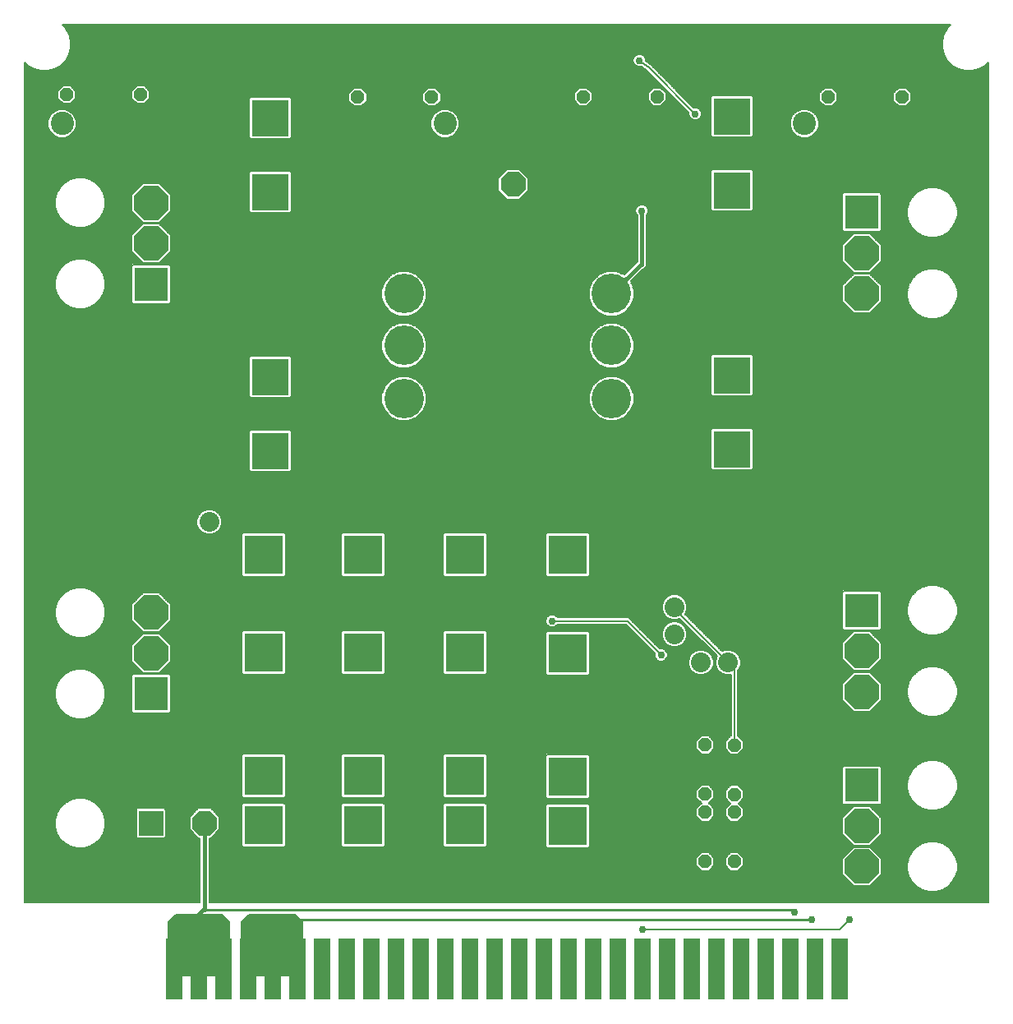
<source format=gbl>
G75*
%MOIN*%
%OFA0B0*%
%FSLAX25Y25*%
%IPPOS*%
%LPD*%
%AMOC8*
5,1,8,0,0,1.08239X$1,22.5*
%
%ADD10OC8,0.13780*%
%ADD11R,0.13780X0.13780*%
%ADD12OC8,0.05200*%
%ADD13C,0.08000*%
%ADD14C,0.16000*%
%ADD15R,0.15748X0.15748*%
%ADD16R,0.15000X0.15000*%
%ADD17R,0.06500X0.25000*%
%ADD18OC8,0.10000*%
%ADD19C,0.09449*%
%ADD20R,0.10000X0.10000*%
%ADD21C,0.02978*%
%ADD22C,0.00600*%
%ADD23C,0.01600*%
%ADD24C,0.01000*%
D10*
X0078850Y0129002D03*
X0078850Y0145502D03*
X0078850Y0162002D03*
X0057150Y0162002D03*
X0057150Y0145502D03*
X0078857Y0295242D03*
X0078857Y0311742D03*
X0078857Y0328242D03*
X0057157Y0328242D03*
X0057157Y0311742D03*
X0323744Y0307805D03*
X0323744Y0291305D03*
X0345444Y0291305D03*
X0345444Y0307805D03*
X0323744Y0324305D03*
X0323744Y0162888D03*
X0323744Y0146388D03*
X0323744Y0129888D03*
X0345444Y0129888D03*
X0345444Y0146388D03*
X0323744Y0091939D03*
X0323744Y0075439D03*
X0323744Y0058939D03*
X0345444Y0058939D03*
X0345444Y0075439D03*
D11*
X0345444Y0091939D03*
X0345444Y0162888D03*
X0345444Y0324305D03*
X0057157Y0295242D03*
X0057150Y0129002D03*
D12*
X0281960Y0108307D03*
X0293820Y0108258D03*
X0293820Y0088258D03*
X0293820Y0080945D03*
X0281960Y0080945D03*
X0281960Y0088307D03*
X0281960Y0060945D03*
X0293820Y0060945D03*
X0262413Y0371142D03*
X0232413Y0371142D03*
X0171025Y0370994D03*
X0141025Y0370994D03*
X0052915Y0372028D03*
X0022915Y0372028D03*
X0331970Y0371093D03*
X0361970Y0371093D03*
D13*
X0269515Y0164217D03*
X0269515Y0153217D03*
X0280299Y0141811D03*
X0291299Y0141811D03*
X0080779Y0198762D03*
X0080779Y0209762D03*
D14*
X0159765Y0248785D03*
X0159765Y0270285D03*
X0159765Y0291285D03*
X0243968Y0291285D03*
X0243968Y0270285D03*
X0243968Y0248785D03*
D15*
X0226202Y0185335D03*
X0226202Y0145571D03*
X0184421Y0145817D03*
X0184421Y0185581D03*
X0143082Y0185581D03*
X0143082Y0145817D03*
X0102728Y0145768D03*
X0102728Y0185531D03*
X0102728Y0095768D03*
X0102728Y0075689D03*
X0143082Y0075738D03*
X0143082Y0095817D03*
X0184421Y0095817D03*
X0184421Y0075738D03*
X0226202Y0075492D03*
X0226202Y0095571D03*
D16*
X0292836Y0228258D03*
X0292836Y0258258D03*
X0292836Y0333258D03*
X0292836Y0363258D03*
X0105533Y0362569D03*
X0105533Y0332569D03*
X0105533Y0257569D03*
X0105533Y0227569D03*
D17*
X0106411Y0017500D03*
X0116411Y0017500D03*
X0126411Y0017500D03*
X0136411Y0017500D03*
X0146411Y0017500D03*
X0156411Y0017500D03*
X0166411Y0017500D03*
X0176411Y0017500D03*
X0186411Y0017500D03*
X0196411Y0017500D03*
X0206411Y0017500D03*
X0216411Y0017500D03*
X0226411Y0017500D03*
X0236411Y0017500D03*
X0246411Y0017500D03*
X0256411Y0017500D03*
X0266411Y0017500D03*
X0276411Y0017500D03*
X0286411Y0017500D03*
X0296411Y0017500D03*
X0306411Y0017500D03*
X0316411Y0017500D03*
X0326411Y0017500D03*
X0336411Y0017500D03*
X0096411Y0017500D03*
X0086411Y0017500D03*
X0076411Y0017500D03*
X0066411Y0017500D03*
D18*
X0078850Y0076500D03*
X0204106Y0335709D03*
D19*
X0219854Y0360315D03*
X0176405Y0360315D03*
X0322216Y0360315D03*
X0021035Y0360315D03*
D20*
X0057150Y0076500D03*
D21*
X0076153Y0036496D03*
X0106411Y0036496D03*
X0219854Y0158543D03*
X0264145Y0144764D03*
X0318279Y0040433D03*
X0325169Y0037480D03*
X0340443Y0037480D03*
X0256411Y0033543D03*
X0256271Y0324882D03*
X0232649Y0331772D03*
X0277925Y0364252D03*
X0255287Y0385906D03*
X0345259Y0384874D03*
X0159815Y0333740D03*
X0138456Y0384874D03*
X0034236Y0388280D03*
D22*
X0005950Y0385233D02*
X0005950Y0044370D01*
X0076943Y0044370D01*
X0076943Y0070393D01*
X0076320Y0070393D01*
X0072743Y0073970D01*
X0072743Y0079030D01*
X0076320Y0082607D01*
X0081380Y0082607D01*
X0084957Y0079030D01*
X0084957Y0073970D01*
X0081380Y0070393D01*
X0080757Y0070393D01*
X0080757Y0044370D01*
X0396750Y0044370D01*
X0396750Y0385233D01*
X0395435Y0383918D01*
X0392990Y0382506D01*
X0390262Y0381775D01*
X0387438Y0381775D01*
X0384710Y0382506D01*
X0382265Y0383918D01*
X0380268Y0385915D01*
X0378856Y0388360D01*
X0378125Y0391088D01*
X0378125Y0393912D01*
X0378856Y0396640D01*
X0380268Y0399085D01*
X0381583Y0400400D01*
X0021117Y0400400D01*
X0022432Y0399085D01*
X0023844Y0396640D01*
X0024575Y0393912D01*
X0024575Y0391088D01*
X0023844Y0388360D01*
X0022432Y0385915D01*
X0020435Y0383918D01*
X0017990Y0382506D01*
X0015262Y0381775D01*
X0012438Y0381775D01*
X0009710Y0382506D01*
X0007265Y0383918D01*
X0005950Y0385233D01*
X0005950Y0385055D02*
X0006128Y0385055D01*
X0005950Y0384456D02*
X0006726Y0384456D01*
X0007369Y0383858D02*
X0005950Y0383858D01*
X0005950Y0383259D02*
X0008406Y0383259D01*
X0009442Y0382661D02*
X0005950Y0382661D01*
X0005950Y0382062D02*
X0011366Y0382062D01*
X0005950Y0381464D02*
X0258723Y0381464D01*
X0258300Y0381887D02*
X0256190Y0383470D01*
X0255803Y0383309D01*
X0254771Y0383309D01*
X0253816Y0383705D01*
X0253086Y0384435D01*
X0252691Y0385389D01*
X0252691Y0386422D01*
X0253086Y0387376D01*
X0253816Y0388106D01*
X0254771Y0388502D01*
X0255803Y0388502D01*
X0256758Y0388106D01*
X0257488Y0387376D01*
X0257883Y0386422D01*
X0257883Y0385717D01*
X0259693Y0384360D01*
X0259807Y0384360D01*
X0260148Y0384018D01*
X0260535Y0383729D01*
X0260551Y0383616D01*
X0277345Y0366822D01*
X0277408Y0366848D01*
X0278441Y0366848D01*
X0279395Y0366453D01*
X0280126Y0365723D01*
X0280521Y0364768D01*
X0280521Y0363736D01*
X0280126Y0362781D01*
X0279395Y0362051D01*
X0278441Y0361656D01*
X0277408Y0361656D01*
X0276454Y0362051D01*
X0275724Y0362781D01*
X0275329Y0363736D01*
X0275329Y0364768D01*
X0275355Y0364832D01*
X0258300Y0381887D01*
X0258066Y0382062D02*
X0016334Y0382062D01*
X0018258Y0382661D02*
X0257268Y0382661D01*
X0256470Y0383259D02*
X0019294Y0383259D01*
X0020331Y0383858D02*
X0253663Y0383858D01*
X0253077Y0384456D02*
X0020974Y0384456D01*
X0021572Y0385055D02*
X0252829Y0385055D01*
X0252691Y0385653D02*
X0022171Y0385653D01*
X0022627Y0386252D02*
X0252691Y0386252D01*
X0252868Y0386850D02*
X0022972Y0386850D01*
X0023318Y0387449D02*
X0253159Y0387449D01*
X0253757Y0388047D02*
X0023663Y0388047D01*
X0023921Y0388646D02*
X0378779Y0388646D01*
X0378619Y0389244D02*
X0024081Y0389244D01*
X0024241Y0389843D02*
X0378459Y0389843D01*
X0378298Y0390441D02*
X0024402Y0390441D01*
X0024562Y0391040D02*
X0378138Y0391040D01*
X0378125Y0391638D02*
X0024575Y0391638D01*
X0024575Y0392237D02*
X0378125Y0392237D01*
X0378125Y0392835D02*
X0024575Y0392835D01*
X0024575Y0393434D02*
X0378125Y0393434D01*
X0378157Y0394032D02*
X0024543Y0394032D01*
X0024382Y0394631D02*
X0378318Y0394631D01*
X0378478Y0395229D02*
X0024222Y0395229D01*
X0024062Y0395828D02*
X0378638Y0395828D01*
X0378799Y0396426D02*
X0023901Y0396426D01*
X0023622Y0397025D02*
X0379078Y0397025D01*
X0379424Y0397623D02*
X0023276Y0397623D01*
X0022931Y0398222D02*
X0379769Y0398222D01*
X0380115Y0398820D02*
X0022585Y0398820D01*
X0022098Y0399419D02*
X0380602Y0399419D01*
X0381200Y0400017D02*
X0021500Y0400017D01*
X0005950Y0380865D02*
X0259322Y0380865D01*
X0259920Y0380267D02*
X0005950Y0380267D01*
X0005950Y0379668D02*
X0260519Y0379668D01*
X0261117Y0379070D02*
X0005950Y0379070D01*
X0005950Y0378471D02*
X0261716Y0378471D01*
X0262314Y0377873D02*
X0005950Y0377873D01*
X0005950Y0377274D02*
X0262913Y0377274D01*
X0263511Y0376676D02*
X0005950Y0376676D01*
X0005950Y0376077D02*
X0264110Y0376077D01*
X0264708Y0375479D02*
X0054707Y0375479D01*
X0054450Y0375735D02*
X0051379Y0375735D01*
X0049208Y0373563D01*
X0049208Y0370492D01*
X0051379Y0368320D01*
X0054450Y0368320D01*
X0056622Y0370492D01*
X0056622Y0373563D01*
X0054450Y0375735D01*
X0055305Y0374880D02*
X0265307Y0374880D01*
X0265905Y0374281D02*
X0264516Y0374281D01*
X0263949Y0374849D02*
X0260877Y0374849D01*
X0258706Y0372677D01*
X0258706Y0369606D01*
X0260877Y0367435D01*
X0263949Y0367435D01*
X0266120Y0369606D01*
X0266120Y0372677D01*
X0263949Y0374849D01*
X0265114Y0373683D02*
X0266504Y0373683D01*
X0267102Y0373084D02*
X0265713Y0373084D01*
X0266120Y0372486D02*
X0267701Y0372486D01*
X0268299Y0371887D02*
X0266120Y0371887D01*
X0266120Y0371289D02*
X0268898Y0371289D01*
X0269496Y0370690D02*
X0266120Y0370690D01*
X0266120Y0370092D02*
X0270095Y0370092D01*
X0270693Y0369493D02*
X0266007Y0369493D01*
X0265409Y0368895D02*
X0271292Y0368895D01*
X0271890Y0368296D02*
X0264810Y0368296D01*
X0264212Y0367698D02*
X0272489Y0367698D01*
X0273088Y0367099D02*
X0114140Y0367099D01*
X0114140Y0366501D02*
X0273686Y0366501D01*
X0274285Y0365902D02*
X0178154Y0365902D01*
X0177565Y0366146D02*
X0175245Y0366146D01*
X0173102Y0365259D01*
X0171461Y0363618D01*
X0170574Y0361475D01*
X0170574Y0359155D01*
X0171461Y0357012D01*
X0173102Y0355371D01*
X0175245Y0354483D01*
X0177565Y0354483D01*
X0179708Y0355371D01*
X0181349Y0357012D01*
X0182237Y0359155D01*
X0182237Y0361475D01*
X0181349Y0363618D01*
X0179708Y0365259D01*
X0177565Y0366146D01*
X0179599Y0365304D02*
X0274883Y0365304D01*
X0275329Y0364705D02*
X0180262Y0364705D01*
X0180860Y0364107D02*
X0275329Y0364107D01*
X0275423Y0363508D02*
X0181394Y0363508D01*
X0181642Y0362910D02*
X0275671Y0362910D01*
X0276194Y0362311D02*
X0181890Y0362311D01*
X0182138Y0361713D02*
X0277271Y0361713D01*
X0278578Y0361713D02*
X0284229Y0361713D01*
X0284229Y0362311D02*
X0279655Y0362311D01*
X0280179Y0362910D02*
X0284229Y0362910D01*
X0284229Y0363508D02*
X0280427Y0363508D01*
X0280521Y0364107D02*
X0284229Y0364107D01*
X0284229Y0364705D02*
X0280521Y0364705D01*
X0280299Y0365304D02*
X0284229Y0365304D01*
X0284229Y0365902D02*
X0279946Y0365902D01*
X0279279Y0366501D02*
X0284229Y0366501D01*
X0284229Y0367099D02*
X0277067Y0367099D01*
X0276469Y0367698D02*
X0284229Y0367698D01*
X0284229Y0368296D02*
X0275870Y0368296D01*
X0275272Y0368895D02*
X0284229Y0368895D01*
X0284229Y0369493D02*
X0274673Y0369493D01*
X0274075Y0370092D02*
X0284229Y0370092D01*
X0284229Y0370690D02*
X0273476Y0370690D01*
X0272878Y0371289D02*
X0284302Y0371289D01*
X0284229Y0371216D02*
X0284229Y0355299D01*
X0284878Y0354651D01*
X0300795Y0354651D01*
X0301443Y0355299D01*
X0301443Y0371216D01*
X0300795Y0371865D01*
X0284878Y0371865D01*
X0284229Y0371216D01*
X0277925Y0364252D02*
X0259224Y0382953D01*
X0255287Y0385906D01*
X0257706Y0386850D02*
X0379728Y0386850D01*
X0380073Y0386252D02*
X0257883Y0386252D01*
X0257969Y0385653D02*
X0380529Y0385653D01*
X0381128Y0385055D02*
X0258767Y0385055D01*
X0259565Y0384456D02*
X0381726Y0384456D01*
X0382369Y0383858D02*
X0260363Y0383858D01*
X0260908Y0383259D02*
X0383406Y0383259D01*
X0384442Y0382661D02*
X0261506Y0382661D01*
X0262105Y0382062D02*
X0386366Y0382062D01*
X0379382Y0387449D02*
X0257415Y0387449D01*
X0256817Y0388047D02*
X0379037Y0388047D01*
X0391334Y0382062D02*
X0396750Y0382062D01*
X0396750Y0381464D02*
X0262703Y0381464D01*
X0263302Y0380865D02*
X0396750Y0380865D01*
X0396750Y0380267D02*
X0263900Y0380267D01*
X0264499Y0379668D02*
X0396750Y0379668D01*
X0396750Y0379070D02*
X0265097Y0379070D01*
X0265696Y0378471D02*
X0396750Y0378471D01*
X0396750Y0377873D02*
X0266294Y0377873D01*
X0266893Y0377274D02*
X0396750Y0377274D01*
X0396750Y0376676D02*
X0267491Y0376676D01*
X0268090Y0376077D02*
X0396750Y0376077D01*
X0396750Y0375479D02*
X0268688Y0375479D01*
X0269287Y0374880D02*
X0396750Y0374880D01*
X0396750Y0374281D02*
X0364024Y0374281D01*
X0363506Y0374800D02*
X0360435Y0374800D01*
X0358263Y0372628D01*
X0358263Y0369557D01*
X0360435Y0367385D01*
X0363506Y0367385D01*
X0365677Y0369557D01*
X0365677Y0372628D01*
X0363506Y0374800D01*
X0364622Y0373683D02*
X0396750Y0373683D01*
X0396750Y0373084D02*
X0365221Y0373084D01*
X0365677Y0372486D02*
X0396750Y0372486D01*
X0396750Y0371887D02*
X0365677Y0371887D01*
X0365677Y0371289D02*
X0396750Y0371289D01*
X0396750Y0370690D02*
X0365677Y0370690D01*
X0365677Y0370092D02*
X0396750Y0370092D01*
X0396750Y0369493D02*
X0365614Y0369493D01*
X0365015Y0368895D02*
X0396750Y0368895D01*
X0396750Y0368296D02*
X0364417Y0368296D01*
X0363818Y0367698D02*
X0396750Y0367698D01*
X0396750Y0367099D02*
X0301443Y0367099D01*
X0301443Y0366501D02*
X0396750Y0366501D01*
X0396750Y0365902D02*
X0323965Y0365902D01*
X0323376Y0366146D02*
X0321056Y0366146D01*
X0318913Y0365259D01*
X0317272Y0363618D01*
X0316385Y0361475D01*
X0316385Y0359155D01*
X0317272Y0357012D01*
X0318913Y0355371D01*
X0321056Y0354483D01*
X0323376Y0354483D01*
X0325519Y0355371D01*
X0327160Y0357012D01*
X0328048Y0359155D01*
X0328048Y0361475D01*
X0327160Y0363618D01*
X0325519Y0365259D01*
X0323376Y0366146D01*
X0325410Y0365304D02*
X0396750Y0365304D01*
X0396750Y0364705D02*
X0326073Y0364705D01*
X0326671Y0364107D02*
X0396750Y0364107D01*
X0396750Y0363508D02*
X0327205Y0363508D01*
X0327453Y0362910D02*
X0396750Y0362910D01*
X0396750Y0362311D02*
X0327701Y0362311D01*
X0327949Y0361713D02*
X0396750Y0361713D01*
X0396750Y0361114D02*
X0328048Y0361114D01*
X0328048Y0360516D02*
X0396750Y0360516D01*
X0396750Y0359917D02*
X0328048Y0359917D01*
X0328048Y0359319D02*
X0396750Y0359319D01*
X0396750Y0358720D02*
X0327868Y0358720D01*
X0327620Y0358122D02*
X0396750Y0358122D01*
X0396750Y0357523D02*
X0327372Y0357523D01*
X0327073Y0356925D02*
X0396750Y0356925D01*
X0396750Y0356326D02*
X0326474Y0356326D01*
X0325876Y0355728D02*
X0396750Y0355728D01*
X0396750Y0355129D02*
X0324935Y0355129D01*
X0323490Y0354531D02*
X0396750Y0354531D01*
X0396750Y0353932D02*
X0005950Y0353932D01*
X0005950Y0353334D02*
X0396750Y0353334D01*
X0396750Y0352735D02*
X0005950Y0352735D01*
X0005950Y0352137D02*
X0396750Y0352137D01*
X0396750Y0351538D02*
X0005950Y0351538D01*
X0005950Y0350940D02*
X0396750Y0350940D01*
X0396750Y0350341D02*
X0005950Y0350341D01*
X0005950Y0349743D02*
X0396750Y0349743D01*
X0396750Y0349144D02*
X0005950Y0349144D01*
X0005950Y0348545D02*
X0396750Y0348545D01*
X0396750Y0347947D02*
X0005950Y0347947D01*
X0005950Y0347348D02*
X0396750Y0347348D01*
X0396750Y0346750D02*
X0005950Y0346750D01*
X0005950Y0346151D02*
X0396750Y0346151D01*
X0396750Y0345553D02*
X0005950Y0345553D01*
X0005950Y0344954D02*
X0396750Y0344954D01*
X0396750Y0344356D02*
X0005950Y0344356D01*
X0005950Y0343757D02*
X0396750Y0343757D01*
X0396750Y0343159D02*
X0005950Y0343159D01*
X0005950Y0342560D02*
X0396750Y0342560D01*
X0396750Y0341962D02*
X0005950Y0341962D01*
X0005950Y0341363D02*
X0201124Y0341363D01*
X0201576Y0341816D02*
X0197999Y0338238D01*
X0197999Y0333179D01*
X0201576Y0329602D01*
X0206636Y0329602D01*
X0210213Y0333179D01*
X0210213Y0338238D01*
X0206636Y0341816D01*
X0201576Y0341816D01*
X0200525Y0340765D02*
X0113903Y0340765D01*
X0114140Y0340527D02*
X0113492Y0341176D01*
X0097574Y0341176D01*
X0096926Y0340527D01*
X0096926Y0324610D01*
X0097574Y0323962D01*
X0113492Y0323962D01*
X0114140Y0324610D01*
X0114140Y0340527D01*
X0114140Y0340166D02*
X0199927Y0340166D01*
X0199328Y0339568D02*
X0114140Y0339568D01*
X0114140Y0338969D02*
X0198730Y0338969D01*
X0198131Y0338371D02*
X0114140Y0338371D01*
X0114140Y0337772D02*
X0197999Y0337772D01*
X0197999Y0337174D02*
X0114140Y0337174D01*
X0114140Y0336575D02*
X0197999Y0336575D01*
X0197999Y0335977D02*
X0114140Y0335977D01*
X0114140Y0335378D02*
X0197999Y0335378D01*
X0197999Y0334780D02*
X0114140Y0334780D01*
X0114140Y0334181D02*
X0197999Y0334181D01*
X0197999Y0333583D02*
X0114140Y0333583D01*
X0114140Y0332984D02*
X0198194Y0332984D01*
X0198792Y0332386D02*
X0114140Y0332386D01*
X0114140Y0331787D02*
X0199391Y0331787D01*
X0199989Y0331189D02*
X0114140Y0331189D01*
X0114140Y0330590D02*
X0200588Y0330590D01*
X0201186Y0329992D02*
X0114140Y0329992D01*
X0114140Y0329393D02*
X0284229Y0329393D01*
X0284229Y0328795D02*
X0114140Y0328795D01*
X0114140Y0328196D02*
X0284229Y0328196D01*
X0284229Y0327598D02*
X0114140Y0327598D01*
X0114140Y0326999D02*
X0254717Y0326999D01*
X0254801Y0327083D02*
X0254070Y0326352D01*
X0253675Y0325398D01*
X0253675Y0324365D01*
X0254070Y0323411D01*
X0254364Y0323118D01*
X0254364Y0304379D01*
X0249031Y0299046D01*
X0245780Y0300393D01*
X0242157Y0300393D01*
X0238809Y0299006D01*
X0236247Y0296444D01*
X0234861Y0293097D01*
X0234861Y0289474D01*
X0236247Y0286127D01*
X0238809Y0283565D01*
X0242157Y0282178D01*
X0245780Y0282178D01*
X0249127Y0283565D01*
X0251689Y0286127D01*
X0253075Y0289474D01*
X0253075Y0293097D01*
X0251728Y0296349D01*
X0256701Y0301321D01*
X0257061Y0301321D01*
X0258178Y0302438D01*
X0258178Y0323118D01*
X0258472Y0323411D01*
X0258867Y0324365D01*
X0258867Y0325398D01*
X0258472Y0326352D01*
X0257742Y0327083D01*
X0256788Y0327478D01*
X0255755Y0327478D01*
X0254801Y0327083D01*
X0254119Y0326401D02*
X0114140Y0326401D01*
X0114140Y0325802D02*
X0253842Y0325802D01*
X0253675Y0325204D02*
X0114140Y0325204D01*
X0114135Y0324605D02*
X0253675Y0324605D01*
X0253824Y0324007D02*
X0113536Y0324007D01*
X0097530Y0324007D02*
X0064231Y0324007D01*
X0064829Y0324605D02*
X0096931Y0324605D01*
X0096926Y0325204D02*
X0065154Y0325204D01*
X0065154Y0324930D02*
X0060469Y0320245D01*
X0053845Y0320245D01*
X0049160Y0324930D01*
X0049160Y0331555D01*
X0053845Y0336239D01*
X0060469Y0336239D01*
X0065154Y0331555D01*
X0065154Y0324930D01*
X0065154Y0325802D02*
X0096926Y0325802D01*
X0096926Y0326401D02*
X0065154Y0326401D01*
X0065154Y0326999D02*
X0096926Y0326999D01*
X0096926Y0327598D02*
X0065154Y0327598D01*
X0065154Y0328196D02*
X0096926Y0328196D01*
X0096926Y0328795D02*
X0065154Y0328795D01*
X0065154Y0329393D02*
X0096926Y0329393D01*
X0096926Y0329992D02*
X0065154Y0329992D01*
X0065154Y0330590D02*
X0096926Y0330590D01*
X0096926Y0331189D02*
X0065154Y0331189D01*
X0064921Y0331787D02*
X0096926Y0331787D01*
X0096926Y0332386D02*
X0064323Y0332386D01*
X0063724Y0332984D02*
X0096926Y0332984D01*
X0096926Y0333583D02*
X0063126Y0333583D01*
X0062527Y0334181D02*
X0096926Y0334181D01*
X0096926Y0334780D02*
X0061929Y0334780D01*
X0061330Y0335378D02*
X0096926Y0335378D01*
X0096926Y0335977D02*
X0060732Y0335977D01*
X0053582Y0335977D02*
X0035115Y0335977D01*
X0034683Y0336409D02*
X0032356Y0337752D01*
X0029761Y0338448D01*
X0027073Y0338448D01*
X0024478Y0337752D01*
X0022151Y0336409D01*
X0020250Y0334508D01*
X0018907Y0332181D01*
X0018211Y0329586D01*
X0018211Y0326899D01*
X0018907Y0324303D01*
X0020250Y0321976D01*
X0022151Y0320076D01*
X0024478Y0318732D01*
X0027073Y0318037D01*
X0029761Y0318037D01*
X0032356Y0318732D01*
X0034683Y0320076D01*
X0036583Y0321976D01*
X0037927Y0324303D01*
X0038622Y0326899D01*
X0038622Y0329586D01*
X0037927Y0332181D01*
X0036583Y0334508D01*
X0034683Y0336409D01*
X0034395Y0336575D02*
X0096926Y0336575D01*
X0096926Y0337174D02*
X0033358Y0337174D01*
X0032281Y0337772D02*
X0096926Y0337772D01*
X0096926Y0338371D02*
X0030047Y0338371D01*
X0026787Y0338371D02*
X0005950Y0338371D01*
X0005950Y0338969D02*
X0096926Y0338969D01*
X0096926Y0339568D02*
X0005950Y0339568D01*
X0005950Y0340166D02*
X0096926Y0340166D01*
X0097163Y0340765D02*
X0005950Y0340765D01*
X0005950Y0337772D02*
X0024553Y0337772D01*
X0023476Y0337174D02*
X0005950Y0337174D01*
X0005950Y0336575D02*
X0022439Y0336575D01*
X0021719Y0335977D02*
X0005950Y0335977D01*
X0005950Y0335378D02*
X0021120Y0335378D01*
X0020522Y0334780D02*
X0005950Y0334780D01*
X0005950Y0334181D02*
X0020062Y0334181D01*
X0019716Y0333583D02*
X0005950Y0333583D01*
X0005950Y0332984D02*
X0019370Y0332984D01*
X0019025Y0332386D02*
X0005950Y0332386D01*
X0005950Y0331787D02*
X0018801Y0331787D01*
X0018641Y0331189D02*
X0005950Y0331189D01*
X0005950Y0330590D02*
X0018481Y0330590D01*
X0018320Y0329992D02*
X0005950Y0329992D01*
X0005950Y0329393D02*
X0018211Y0329393D01*
X0018211Y0328795D02*
X0005950Y0328795D01*
X0005950Y0328196D02*
X0018211Y0328196D01*
X0018211Y0327598D02*
X0005950Y0327598D01*
X0005950Y0326999D02*
X0018211Y0326999D01*
X0018345Y0326401D02*
X0005950Y0326401D01*
X0005950Y0325802D02*
X0018505Y0325802D01*
X0018666Y0325204D02*
X0005950Y0325204D01*
X0005950Y0324605D02*
X0018826Y0324605D01*
X0019078Y0324007D02*
X0005950Y0324007D01*
X0005950Y0323408D02*
X0019424Y0323408D01*
X0019769Y0322810D02*
X0005950Y0322810D01*
X0005950Y0322211D02*
X0020115Y0322211D01*
X0020614Y0321612D02*
X0005950Y0321612D01*
X0005950Y0321014D02*
X0021212Y0321014D01*
X0021811Y0320415D02*
X0005950Y0320415D01*
X0005950Y0319817D02*
X0022599Y0319817D01*
X0023635Y0319218D02*
X0005950Y0319218D01*
X0005950Y0318620D02*
X0024896Y0318620D01*
X0031937Y0318620D02*
X0052726Y0318620D01*
X0053324Y0319218D02*
X0033198Y0319218D01*
X0034235Y0319817D02*
X0254364Y0319817D01*
X0254364Y0320415D02*
X0060640Y0320415D01*
X0060469Y0319739D02*
X0053845Y0319739D01*
X0049160Y0315055D01*
X0049160Y0308430D01*
X0053845Y0303745D01*
X0060469Y0303745D01*
X0065154Y0308430D01*
X0065154Y0315055D01*
X0060469Y0319739D01*
X0060990Y0319218D02*
X0254364Y0319218D01*
X0254364Y0318620D02*
X0061589Y0318620D01*
X0062187Y0318021D02*
X0254364Y0318021D01*
X0254364Y0317423D02*
X0062786Y0317423D01*
X0063384Y0316824D02*
X0254364Y0316824D01*
X0254364Y0316226D02*
X0063983Y0316226D01*
X0064581Y0315627D02*
X0254364Y0315627D01*
X0254364Y0315029D02*
X0065154Y0315029D01*
X0065154Y0314430D02*
X0254364Y0314430D01*
X0254364Y0313832D02*
X0065154Y0313832D01*
X0065154Y0313233D02*
X0254364Y0313233D01*
X0254364Y0312635D02*
X0065154Y0312635D01*
X0065154Y0312036D02*
X0254364Y0312036D01*
X0254364Y0311438D02*
X0065154Y0311438D01*
X0065154Y0310839D02*
X0254364Y0310839D01*
X0254364Y0310241D02*
X0065154Y0310241D01*
X0065154Y0309642D02*
X0254364Y0309642D01*
X0254364Y0309044D02*
X0065154Y0309044D01*
X0065154Y0308445D02*
X0254364Y0308445D01*
X0254364Y0307847D02*
X0064571Y0307847D01*
X0063972Y0307248D02*
X0254364Y0307248D01*
X0254364Y0306650D02*
X0063374Y0306650D01*
X0062775Y0306051D02*
X0254364Y0306051D01*
X0254364Y0305453D02*
X0062177Y0305453D01*
X0061578Y0304854D02*
X0254364Y0304854D01*
X0254241Y0304256D02*
X0060980Y0304256D01*
X0064505Y0303239D02*
X0049809Y0303239D01*
X0049160Y0302590D01*
X0049160Y0287894D01*
X0049809Y0287245D01*
X0064505Y0287245D01*
X0065154Y0287894D01*
X0065154Y0302590D01*
X0064505Y0303239D01*
X0064686Y0303059D02*
X0253044Y0303059D01*
X0253643Y0303657D02*
X0034253Y0303657D01*
X0034683Y0303409D02*
X0032356Y0304752D01*
X0029761Y0305448D01*
X0027073Y0305448D01*
X0024478Y0304752D01*
X0022151Y0303409D01*
X0020250Y0301508D01*
X0018907Y0299181D01*
X0018211Y0296586D01*
X0018211Y0293899D01*
X0018907Y0291303D01*
X0020250Y0288976D01*
X0022151Y0287076D01*
X0024478Y0285732D01*
X0027073Y0285037D01*
X0029761Y0285037D01*
X0032356Y0285732D01*
X0034683Y0287076D01*
X0036583Y0288976D01*
X0037927Y0291303D01*
X0038622Y0293899D01*
X0038622Y0296586D01*
X0037927Y0299181D01*
X0036583Y0301508D01*
X0034683Y0303409D01*
X0035033Y0303059D02*
X0049628Y0303059D01*
X0049160Y0302460D02*
X0035632Y0302460D01*
X0036230Y0301862D02*
X0049160Y0301862D01*
X0049160Y0301263D02*
X0036725Y0301263D01*
X0037071Y0300665D02*
X0049160Y0300665D01*
X0049160Y0300066D02*
X0037416Y0300066D01*
X0037762Y0299468D02*
X0049160Y0299468D01*
X0049160Y0298869D02*
X0038011Y0298869D01*
X0038171Y0298271D02*
X0049160Y0298271D01*
X0049160Y0297672D02*
X0038331Y0297672D01*
X0038492Y0297074D02*
X0049160Y0297074D01*
X0049160Y0296475D02*
X0038622Y0296475D01*
X0038622Y0295877D02*
X0049160Y0295877D01*
X0049160Y0295278D02*
X0038622Y0295278D01*
X0038622Y0294679D02*
X0049160Y0294679D01*
X0049160Y0294081D02*
X0038622Y0294081D01*
X0038511Y0293482D02*
X0049160Y0293482D01*
X0049160Y0292884D02*
X0038351Y0292884D01*
X0038190Y0292285D02*
X0049160Y0292285D01*
X0049160Y0291687D02*
X0038030Y0291687D01*
X0037803Y0291088D02*
X0049160Y0291088D01*
X0049160Y0290490D02*
X0037458Y0290490D01*
X0037112Y0289891D02*
X0049160Y0289891D01*
X0049160Y0289293D02*
X0036766Y0289293D01*
X0036302Y0288694D02*
X0049160Y0288694D01*
X0049160Y0288096D02*
X0035703Y0288096D01*
X0035105Y0287497D02*
X0049557Y0287497D01*
X0034377Y0286899D02*
X0151725Y0286899D01*
X0151477Y0287497D02*
X0064757Y0287497D01*
X0065154Y0288096D02*
X0151229Y0288096D01*
X0150981Y0288694D02*
X0065154Y0288694D01*
X0065154Y0289293D02*
X0150733Y0289293D01*
X0150658Y0289474D02*
X0152045Y0286127D01*
X0154607Y0283565D01*
X0157954Y0282178D01*
X0161577Y0282178D01*
X0164924Y0283565D01*
X0167486Y0286127D01*
X0168872Y0289474D01*
X0168872Y0293097D01*
X0167486Y0296444D01*
X0164924Y0299006D01*
X0161577Y0300393D01*
X0157954Y0300393D01*
X0154607Y0299006D01*
X0152045Y0296444D01*
X0150658Y0293097D01*
X0150658Y0289474D01*
X0150658Y0289891D02*
X0065154Y0289891D01*
X0065154Y0290490D02*
X0150658Y0290490D01*
X0150658Y0291088D02*
X0065154Y0291088D01*
X0065154Y0291687D02*
X0150658Y0291687D01*
X0150658Y0292285D02*
X0065154Y0292285D01*
X0065154Y0292884D02*
X0150658Y0292884D01*
X0150818Y0293482D02*
X0065154Y0293482D01*
X0065154Y0294081D02*
X0151066Y0294081D01*
X0151314Y0294679D02*
X0065154Y0294679D01*
X0065154Y0295278D02*
X0151562Y0295278D01*
X0151810Y0295877D02*
X0065154Y0295877D01*
X0065154Y0296475D02*
X0152076Y0296475D01*
X0152674Y0297074D02*
X0065154Y0297074D01*
X0065154Y0297672D02*
X0153273Y0297672D01*
X0153871Y0298271D02*
X0065154Y0298271D01*
X0065154Y0298869D02*
X0154470Y0298869D01*
X0155721Y0299468D02*
X0065154Y0299468D01*
X0065154Y0300066D02*
X0157166Y0300066D01*
X0162365Y0300066D02*
X0241369Y0300066D01*
X0239924Y0299468D02*
X0163810Y0299468D01*
X0165061Y0298869D02*
X0238672Y0298869D01*
X0238074Y0298271D02*
X0165660Y0298271D01*
X0166258Y0297672D02*
X0237475Y0297672D01*
X0236877Y0297074D02*
X0166857Y0297074D01*
X0167455Y0296475D02*
X0236278Y0296475D01*
X0236012Y0295877D02*
X0167721Y0295877D01*
X0167969Y0295278D02*
X0235764Y0295278D01*
X0235517Y0294679D02*
X0168217Y0294679D01*
X0168465Y0294081D02*
X0235269Y0294081D01*
X0235021Y0293482D02*
X0168713Y0293482D01*
X0168872Y0292884D02*
X0234861Y0292884D01*
X0234861Y0292285D02*
X0168872Y0292285D01*
X0168872Y0291687D02*
X0234861Y0291687D01*
X0234861Y0291088D02*
X0168872Y0291088D01*
X0168872Y0290490D02*
X0234861Y0290490D01*
X0234861Y0289891D02*
X0168872Y0289891D01*
X0168797Y0289293D02*
X0234936Y0289293D01*
X0235184Y0288694D02*
X0168550Y0288694D01*
X0168302Y0288096D02*
X0235432Y0288096D01*
X0235680Y0287497D02*
X0168054Y0287497D01*
X0167806Y0286899D02*
X0235928Y0286899D01*
X0236176Y0286300D02*
X0167558Y0286300D01*
X0167061Y0285702D02*
X0236672Y0285702D01*
X0237271Y0285103D02*
X0166463Y0285103D01*
X0165864Y0284505D02*
X0237869Y0284505D01*
X0238468Y0283906D02*
X0165266Y0283906D01*
X0164304Y0283308D02*
X0239430Y0283308D01*
X0240875Y0282709D02*
X0162859Y0282709D01*
X0161577Y0279393D02*
X0157954Y0279393D01*
X0154607Y0278006D01*
X0152045Y0275444D01*
X0150658Y0272097D01*
X0150658Y0268474D01*
X0152045Y0265127D01*
X0154607Y0262565D01*
X0157954Y0261178D01*
X0161577Y0261178D01*
X0164924Y0262565D01*
X0167486Y0265127D01*
X0168872Y0268474D01*
X0168872Y0272097D01*
X0167486Y0275444D01*
X0164924Y0278006D01*
X0161577Y0279393D01*
X0162239Y0279118D02*
X0241494Y0279118D01*
X0242157Y0279393D02*
X0238809Y0278006D01*
X0236247Y0275444D01*
X0234861Y0272097D01*
X0234861Y0268474D01*
X0236247Y0265127D01*
X0238809Y0262565D01*
X0242157Y0261178D01*
X0245780Y0261178D01*
X0249127Y0262565D01*
X0251689Y0265127D01*
X0253075Y0268474D01*
X0253075Y0272097D01*
X0251689Y0275444D01*
X0249127Y0278006D01*
X0245780Y0279393D01*
X0242157Y0279393D01*
X0240049Y0278520D02*
X0163684Y0278520D01*
X0165009Y0277921D02*
X0238724Y0277921D01*
X0238126Y0277323D02*
X0165607Y0277323D01*
X0166206Y0276724D02*
X0237527Y0276724D01*
X0236929Y0276126D02*
X0166805Y0276126D01*
X0167403Y0275527D02*
X0236330Y0275527D01*
X0236034Y0274929D02*
X0167700Y0274929D01*
X0167947Y0274330D02*
X0235786Y0274330D01*
X0235538Y0273732D02*
X0168195Y0273732D01*
X0168443Y0273133D02*
X0235290Y0273133D01*
X0235042Y0272535D02*
X0168691Y0272535D01*
X0168872Y0271936D02*
X0234861Y0271936D01*
X0234861Y0271338D02*
X0168872Y0271338D01*
X0168872Y0270739D02*
X0234861Y0270739D01*
X0234861Y0270141D02*
X0168872Y0270141D01*
X0168872Y0269542D02*
X0234861Y0269542D01*
X0234861Y0268943D02*
X0168872Y0268943D01*
X0168819Y0268345D02*
X0234914Y0268345D01*
X0235162Y0267746D02*
X0168571Y0267746D01*
X0168323Y0267148D02*
X0235410Y0267148D01*
X0235658Y0266549D02*
X0168075Y0266549D01*
X0167827Y0265951D02*
X0235906Y0265951D01*
X0236154Y0265352D02*
X0167579Y0265352D01*
X0167113Y0264754D02*
X0236620Y0264754D01*
X0237219Y0264155D02*
X0166515Y0264155D01*
X0165916Y0263557D02*
X0237817Y0263557D01*
X0238416Y0262958D02*
X0165318Y0262958D01*
X0164429Y0262360D02*
X0239304Y0262360D01*
X0240749Y0261761D02*
X0162984Y0261761D01*
X0161577Y0257893D02*
X0157954Y0257893D01*
X0154607Y0256506D01*
X0152045Y0253944D01*
X0150658Y0250597D01*
X0150658Y0246974D01*
X0152045Y0243627D01*
X0154607Y0241065D01*
X0157954Y0239678D01*
X0161577Y0239678D01*
X0164924Y0241065D01*
X0167486Y0243627D01*
X0168872Y0246974D01*
X0168872Y0250597D01*
X0167486Y0253944D01*
X0164924Y0256506D01*
X0161577Y0257893D01*
X0162351Y0257572D02*
X0241382Y0257572D01*
X0242157Y0257893D02*
X0238809Y0256506D01*
X0236247Y0253944D01*
X0234861Y0250597D01*
X0234861Y0246974D01*
X0236247Y0243627D01*
X0238809Y0241065D01*
X0242157Y0239678D01*
X0245780Y0239678D01*
X0249127Y0241065D01*
X0251689Y0243627D01*
X0253075Y0246974D01*
X0253075Y0250597D01*
X0251689Y0253944D01*
X0249127Y0256506D01*
X0245780Y0257893D01*
X0242157Y0257893D01*
X0239937Y0256973D02*
X0163796Y0256973D01*
X0165055Y0256375D02*
X0238678Y0256375D01*
X0238080Y0255776D02*
X0165654Y0255776D01*
X0166252Y0255178D02*
X0237481Y0255178D01*
X0236883Y0254579D02*
X0166851Y0254579D01*
X0167449Y0253981D02*
X0236284Y0253981D01*
X0236015Y0253382D02*
X0167719Y0253382D01*
X0167967Y0252784D02*
X0235767Y0252784D01*
X0235519Y0252185D02*
X0168215Y0252185D01*
X0168462Y0251587D02*
X0235271Y0251587D01*
X0235023Y0250988D02*
X0168710Y0250988D01*
X0168872Y0250390D02*
X0234861Y0250390D01*
X0234861Y0249791D02*
X0168872Y0249791D01*
X0168872Y0249193D02*
X0234861Y0249193D01*
X0234861Y0248594D02*
X0168872Y0248594D01*
X0168872Y0247996D02*
X0234861Y0247996D01*
X0234861Y0247397D02*
X0168872Y0247397D01*
X0168800Y0246799D02*
X0234934Y0246799D01*
X0235182Y0246200D02*
X0168552Y0246200D01*
X0168304Y0245602D02*
X0235429Y0245602D01*
X0235677Y0245003D02*
X0168056Y0245003D01*
X0167808Y0244405D02*
X0235925Y0244405D01*
X0236173Y0243806D02*
X0167560Y0243806D01*
X0167067Y0243208D02*
X0236667Y0243208D01*
X0237265Y0242609D02*
X0166468Y0242609D01*
X0165870Y0242010D02*
X0237864Y0242010D01*
X0238462Y0241412D02*
X0165271Y0241412D01*
X0164317Y0240813D02*
X0239416Y0240813D01*
X0240861Y0240215D02*
X0162872Y0240215D01*
X0156658Y0240215D02*
X0005950Y0240215D01*
X0005950Y0240813D02*
X0155213Y0240813D01*
X0154259Y0241412D02*
X0005950Y0241412D01*
X0005950Y0242010D02*
X0153661Y0242010D01*
X0153062Y0242609D02*
X0005950Y0242609D01*
X0005950Y0243208D02*
X0152464Y0243208D01*
X0151970Y0243806D02*
X0005950Y0243806D01*
X0005950Y0244405D02*
X0151723Y0244405D01*
X0151475Y0245003D02*
X0005950Y0245003D01*
X0005950Y0245602D02*
X0151227Y0245602D01*
X0150979Y0246200D02*
X0005950Y0246200D01*
X0005950Y0246799D02*
X0150731Y0246799D01*
X0150658Y0247397D02*
X0005950Y0247397D01*
X0005950Y0247996D02*
X0150658Y0247996D01*
X0150658Y0248594D02*
X0005950Y0248594D01*
X0005950Y0249193D02*
X0097344Y0249193D01*
X0097574Y0248962D02*
X0096926Y0249610D01*
X0096926Y0265527D01*
X0097574Y0266176D01*
X0113492Y0266176D01*
X0114140Y0265527D01*
X0114140Y0249610D01*
X0113492Y0248962D01*
X0097574Y0248962D01*
X0096926Y0249791D02*
X0005950Y0249791D01*
X0005950Y0250390D02*
X0096926Y0250390D01*
X0096926Y0250988D02*
X0005950Y0250988D01*
X0005950Y0251587D02*
X0096926Y0251587D01*
X0096926Y0252185D02*
X0005950Y0252185D01*
X0005950Y0252784D02*
X0096926Y0252784D01*
X0096926Y0253382D02*
X0005950Y0253382D01*
X0005950Y0253981D02*
X0096926Y0253981D01*
X0096926Y0254579D02*
X0005950Y0254579D01*
X0005950Y0255178D02*
X0096926Y0255178D01*
X0096926Y0255776D02*
X0005950Y0255776D01*
X0005950Y0256375D02*
X0096926Y0256375D01*
X0096926Y0256973D02*
X0005950Y0256973D01*
X0005950Y0257572D02*
X0096926Y0257572D01*
X0096926Y0258170D02*
X0005950Y0258170D01*
X0005950Y0258769D02*
X0096926Y0258769D01*
X0096926Y0259367D02*
X0005950Y0259367D01*
X0005950Y0259966D02*
X0096926Y0259966D01*
X0096926Y0260564D02*
X0005950Y0260564D01*
X0005950Y0261163D02*
X0096926Y0261163D01*
X0096926Y0261761D02*
X0005950Y0261761D01*
X0005950Y0262360D02*
X0096926Y0262360D01*
X0096926Y0262958D02*
X0005950Y0262958D01*
X0005950Y0263557D02*
X0096926Y0263557D01*
X0096926Y0264155D02*
X0005950Y0264155D01*
X0005950Y0264754D02*
X0096926Y0264754D01*
X0096926Y0265352D02*
X0005950Y0265352D01*
X0005950Y0265951D02*
X0097349Y0265951D01*
X0113717Y0265951D02*
X0151703Y0265951D01*
X0151455Y0266549D02*
X0005950Y0266549D01*
X0005950Y0267148D02*
X0151207Y0267148D01*
X0150960Y0267746D02*
X0005950Y0267746D01*
X0005950Y0268345D02*
X0150712Y0268345D01*
X0150658Y0268943D02*
X0005950Y0268943D01*
X0005950Y0269542D02*
X0150658Y0269542D01*
X0150658Y0270141D02*
X0005950Y0270141D01*
X0005950Y0270739D02*
X0150658Y0270739D01*
X0150658Y0271338D02*
X0005950Y0271338D01*
X0005950Y0271936D02*
X0150658Y0271936D01*
X0150840Y0272535D02*
X0005950Y0272535D01*
X0005950Y0273133D02*
X0151087Y0273133D01*
X0151335Y0273732D02*
X0005950Y0273732D01*
X0005950Y0274330D02*
X0151583Y0274330D01*
X0151831Y0274929D02*
X0005950Y0274929D01*
X0005950Y0275527D02*
X0152128Y0275527D01*
X0152726Y0276126D02*
X0005950Y0276126D01*
X0005950Y0276724D02*
X0153325Y0276724D01*
X0153923Y0277323D02*
X0005950Y0277323D01*
X0005950Y0277921D02*
X0154522Y0277921D01*
X0155847Y0278520D02*
X0005950Y0278520D01*
X0005950Y0279118D02*
X0157292Y0279118D01*
X0156672Y0282709D02*
X0005950Y0282709D01*
X0005950Y0282111D02*
X0369699Y0282111D01*
X0370245Y0281795D02*
X0372841Y0281100D01*
X0375528Y0281100D01*
X0378124Y0281795D01*
X0380451Y0283139D01*
X0382351Y0285039D01*
X0383695Y0287366D01*
X0384390Y0289962D01*
X0384390Y0292649D01*
X0383695Y0295244D01*
X0382351Y0297571D01*
X0380451Y0299472D01*
X0378124Y0300815D01*
X0375528Y0301511D01*
X0372841Y0301511D01*
X0370245Y0300815D01*
X0367918Y0299472D01*
X0366018Y0297571D01*
X0364675Y0295244D01*
X0363979Y0292649D01*
X0363979Y0289962D01*
X0364675Y0287366D01*
X0366018Y0285039D01*
X0367918Y0283139D01*
X0370245Y0281795D01*
X0371301Y0281512D02*
X0005950Y0281512D01*
X0005950Y0280914D02*
X0396750Y0280914D01*
X0396750Y0281512D02*
X0377068Y0281512D01*
X0378671Y0282111D02*
X0396750Y0282111D01*
X0396750Y0282709D02*
X0379707Y0282709D01*
X0380620Y0283308D02*
X0396750Y0283308D01*
X0396750Y0283906D02*
X0381219Y0283906D01*
X0381817Y0284505D02*
X0396750Y0284505D01*
X0396750Y0285103D02*
X0382388Y0285103D01*
X0382734Y0285702D02*
X0396750Y0285702D01*
X0396750Y0286300D02*
X0383079Y0286300D01*
X0383425Y0286899D02*
X0396750Y0286899D01*
X0396750Y0287497D02*
X0383730Y0287497D01*
X0383890Y0288096D02*
X0396750Y0288096D01*
X0396750Y0288694D02*
X0384051Y0288694D01*
X0384211Y0289293D02*
X0396750Y0289293D01*
X0396750Y0289891D02*
X0384371Y0289891D01*
X0384390Y0290490D02*
X0396750Y0290490D01*
X0396750Y0291088D02*
X0384390Y0291088D01*
X0384390Y0291687D02*
X0396750Y0291687D01*
X0396750Y0292285D02*
X0384390Y0292285D01*
X0384327Y0292884D02*
X0396750Y0292884D01*
X0396750Y0293482D02*
X0384167Y0293482D01*
X0384006Y0294081D02*
X0396750Y0294081D01*
X0396750Y0294679D02*
X0383846Y0294679D01*
X0383675Y0295278D02*
X0396750Y0295278D01*
X0396750Y0295877D02*
X0383330Y0295877D01*
X0382984Y0296475D02*
X0396750Y0296475D01*
X0396750Y0297074D02*
X0382639Y0297074D01*
X0382250Y0297672D02*
X0396750Y0297672D01*
X0396750Y0298271D02*
X0381652Y0298271D01*
X0381053Y0298869D02*
X0396750Y0298869D01*
X0396750Y0299468D02*
X0380455Y0299468D01*
X0379421Y0300066D02*
X0396750Y0300066D01*
X0396750Y0300665D02*
X0378385Y0300665D01*
X0376452Y0301263D02*
X0396750Y0301263D01*
X0396750Y0301862D02*
X0350810Y0301862D01*
X0351409Y0302460D02*
X0396750Y0302460D01*
X0396750Y0303059D02*
X0352007Y0303059D01*
X0352606Y0303657D02*
X0396750Y0303657D01*
X0396750Y0304256D02*
X0353204Y0304256D01*
X0353441Y0304493D02*
X0348757Y0299808D01*
X0342132Y0299808D01*
X0337448Y0304493D01*
X0337448Y0311118D01*
X0342132Y0315802D01*
X0348757Y0315802D01*
X0353441Y0311118D01*
X0353441Y0304493D01*
X0353441Y0304854D02*
X0396750Y0304854D01*
X0396750Y0305453D02*
X0353441Y0305453D01*
X0353441Y0306051D02*
X0396750Y0306051D01*
X0396750Y0306650D02*
X0353441Y0306650D01*
X0353441Y0307248D02*
X0396750Y0307248D01*
X0396750Y0307847D02*
X0353441Y0307847D01*
X0353441Y0308445D02*
X0396750Y0308445D01*
X0396750Y0309044D02*
X0353441Y0309044D01*
X0353441Y0309642D02*
X0396750Y0309642D01*
X0396750Y0310241D02*
X0353441Y0310241D01*
X0353441Y0310839D02*
X0396750Y0310839D01*
X0396750Y0311438D02*
X0353121Y0311438D01*
X0352523Y0312036D02*
X0396750Y0312036D01*
X0396750Y0312635D02*
X0351924Y0312635D01*
X0351326Y0313233D02*
X0396750Y0313233D01*
X0396750Y0313832D02*
X0350727Y0313832D01*
X0350128Y0314430D02*
X0371607Y0314430D01*
X0372841Y0314100D02*
X0375528Y0314100D01*
X0378124Y0314795D01*
X0380451Y0316139D01*
X0382351Y0318039D01*
X0383695Y0320366D01*
X0384390Y0322962D01*
X0384390Y0325649D01*
X0383695Y0328244D01*
X0382351Y0330571D01*
X0380451Y0332472D01*
X0378124Y0333815D01*
X0375528Y0334511D01*
X0372841Y0334511D01*
X0370245Y0333815D01*
X0367918Y0332472D01*
X0366018Y0330571D01*
X0364675Y0328244D01*
X0363979Y0325649D01*
X0363979Y0322962D01*
X0364675Y0320366D01*
X0366018Y0318039D01*
X0367918Y0316139D01*
X0370245Y0314795D01*
X0372841Y0314100D01*
X0369841Y0315029D02*
X0349530Y0315029D01*
X0348931Y0315627D02*
X0368804Y0315627D01*
X0367831Y0316226D02*
X0258178Y0316226D01*
X0258178Y0316824D02*
X0337580Y0316824D01*
X0337448Y0316957D02*
X0338096Y0316308D01*
X0352793Y0316308D01*
X0353441Y0316957D01*
X0353441Y0331653D01*
X0352793Y0332302D01*
X0338096Y0332302D01*
X0337448Y0331653D01*
X0337448Y0316957D01*
X0337448Y0317423D02*
X0258178Y0317423D01*
X0258178Y0318021D02*
X0337448Y0318021D01*
X0337448Y0318620D02*
X0258178Y0318620D01*
X0258178Y0319218D02*
X0337448Y0319218D01*
X0337448Y0319817D02*
X0258178Y0319817D01*
X0258178Y0320415D02*
X0337448Y0320415D01*
X0337448Y0321014D02*
X0258178Y0321014D01*
X0258178Y0321612D02*
X0337448Y0321612D01*
X0337448Y0322211D02*
X0258178Y0322211D01*
X0258178Y0322810D02*
X0337448Y0322810D01*
X0337448Y0323408D02*
X0258469Y0323408D01*
X0258719Y0324007D02*
X0337448Y0324007D01*
X0337448Y0324605D02*
X0258867Y0324605D01*
X0258867Y0325204D02*
X0284325Y0325204D01*
X0284229Y0325299D02*
X0284878Y0324651D01*
X0300795Y0324651D01*
X0301443Y0325299D01*
X0301443Y0341216D01*
X0300795Y0341865D01*
X0284878Y0341865D01*
X0284229Y0341216D01*
X0284229Y0325299D01*
X0284229Y0325802D02*
X0258700Y0325802D01*
X0258424Y0326401D02*
X0284229Y0326401D01*
X0284229Y0326999D02*
X0257825Y0326999D01*
X0254074Y0323408D02*
X0063632Y0323408D01*
X0063034Y0322810D02*
X0254364Y0322810D01*
X0254364Y0322211D02*
X0062435Y0322211D01*
X0061837Y0321612D02*
X0254364Y0321612D01*
X0254364Y0321014D02*
X0061238Y0321014D01*
X0053674Y0320415D02*
X0035023Y0320415D01*
X0035622Y0321014D02*
X0053076Y0321014D01*
X0052477Y0321612D02*
X0036220Y0321612D01*
X0036719Y0322211D02*
X0051879Y0322211D01*
X0051280Y0322810D02*
X0037065Y0322810D01*
X0037410Y0323408D02*
X0050682Y0323408D01*
X0050083Y0324007D02*
X0037756Y0324007D01*
X0038008Y0324605D02*
X0049485Y0324605D01*
X0049160Y0325204D02*
X0038168Y0325204D01*
X0038329Y0325802D02*
X0049160Y0325802D01*
X0049160Y0326401D02*
X0038489Y0326401D01*
X0038622Y0326999D02*
X0049160Y0326999D01*
X0049160Y0327598D02*
X0038622Y0327598D01*
X0038622Y0328196D02*
X0049160Y0328196D01*
X0049160Y0328795D02*
X0038622Y0328795D01*
X0038622Y0329393D02*
X0049160Y0329393D01*
X0049160Y0329992D02*
X0038514Y0329992D01*
X0038353Y0330590D02*
X0049160Y0330590D01*
X0049160Y0331189D02*
X0038193Y0331189D01*
X0038033Y0331787D02*
X0049393Y0331787D01*
X0049991Y0332386D02*
X0037809Y0332386D01*
X0037463Y0332984D02*
X0050590Y0332984D01*
X0051188Y0333583D02*
X0037118Y0333583D01*
X0036772Y0334181D02*
X0051787Y0334181D01*
X0052385Y0334780D02*
X0036312Y0334780D01*
X0035714Y0335378D02*
X0052984Y0335378D01*
X0052127Y0318021D02*
X0005950Y0318021D01*
X0005950Y0317423D02*
X0051529Y0317423D01*
X0050930Y0316824D02*
X0005950Y0316824D01*
X0005950Y0316226D02*
X0050332Y0316226D01*
X0049733Y0315627D02*
X0005950Y0315627D01*
X0005950Y0315029D02*
X0049160Y0315029D01*
X0049160Y0314430D02*
X0005950Y0314430D01*
X0005950Y0313832D02*
X0049160Y0313832D01*
X0049160Y0313233D02*
X0005950Y0313233D01*
X0005950Y0312635D02*
X0049160Y0312635D01*
X0049160Y0312036D02*
X0005950Y0312036D01*
X0005950Y0311438D02*
X0049160Y0311438D01*
X0049160Y0310839D02*
X0005950Y0310839D01*
X0005950Y0310241D02*
X0049160Y0310241D01*
X0049160Y0309642D02*
X0005950Y0309642D01*
X0005950Y0309044D02*
X0049160Y0309044D01*
X0049160Y0308445D02*
X0005950Y0308445D01*
X0005950Y0307847D02*
X0049743Y0307847D01*
X0050342Y0307248D02*
X0005950Y0307248D01*
X0005950Y0306650D02*
X0050940Y0306650D01*
X0051539Y0306051D02*
X0005950Y0306051D01*
X0005950Y0305453D02*
X0052137Y0305453D01*
X0052736Y0304854D02*
X0031975Y0304854D01*
X0033216Y0304256D02*
X0053334Y0304256D01*
X0065154Y0302460D02*
X0252446Y0302460D01*
X0251847Y0301862D02*
X0065154Y0301862D01*
X0065154Y0301263D02*
X0251249Y0301263D01*
X0250650Y0300665D02*
X0065154Y0300665D01*
X0033340Y0286300D02*
X0151973Y0286300D01*
X0152470Y0285702D02*
X0032243Y0285702D01*
X0030009Y0285103D02*
X0153068Y0285103D01*
X0153667Y0284505D02*
X0005950Y0284505D01*
X0005950Y0285103D02*
X0026824Y0285103D01*
X0024591Y0285702D02*
X0005950Y0285702D01*
X0005950Y0286300D02*
X0023494Y0286300D01*
X0022457Y0286899D02*
X0005950Y0286899D01*
X0005950Y0287497D02*
X0021729Y0287497D01*
X0021130Y0288096D02*
X0005950Y0288096D01*
X0005950Y0288694D02*
X0020532Y0288694D01*
X0020067Y0289293D02*
X0005950Y0289293D01*
X0005950Y0289891D02*
X0019722Y0289891D01*
X0019376Y0290490D02*
X0005950Y0290490D01*
X0005950Y0291088D02*
X0019031Y0291088D01*
X0018804Y0291687D02*
X0005950Y0291687D01*
X0005950Y0292285D02*
X0018644Y0292285D01*
X0018483Y0292884D02*
X0005950Y0292884D01*
X0005950Y0293482D02*
X0018323Y0293482D01*
X0018211Y0294081D02*
X0005950Y0294081D01*
X0005950Y0294679D02*
X0018211Y0294679D01*
X0018211Y0295278D02*
X0005950Y0295278D01*
X0005950Y0295877D02*
X0018211Y0295877D01*
X0018211Y0296475D02*
X0005950Y0296475D01*
X0005950Y0297074D02*
X0018342Y0297074D01*
X0018503Y0297672D02*
X0005950Y0297672D01*
X0005950Y0298271D02*
X0018663Y0298271D01*
X0018823Y0298869D02*
X0005950Y0298869D01*
X0005950Y0299468D02*
X0019072Y0299468D01*
X0019418Y0300066D02*
X0005950Y0300066D01*
X0005950Y0300665D02*
X0019763Y0300665D01*
X0020109Y0301263D02*
X0005950Y0301263D01*
X0005950Y0301862D02*
X0020604Y0301862D01*
X0021202Y0302460D02*
X0005950Y0302460D01*
X0005950Y0303059D02*
X0021801Y0303059D01*
X0022581Y0303657D02*
X0005950Y0303657D01*
X0005950Y0304256D02*
X0023618Y0304256D01*
X0024859Y0304854D02*
X0005950Y0304854D01*
X0005950Y0283906D02*
X0154265Y0283906D01*
X0155227Y0283308D02*
X0005950Y0283308D01*
X0005950Y0280315D02*
X0396750Y0280315D01*
X0396750Y0279717D02*
X0005950Y0279717D01*
X0005950Y0239616D02*
X0396750Y0239616D01*
X0396750Y0239018D02*
X0005950Y0239018D01*
X0005950Y0238419D02*
X0396750Y0238419D01*
X0396750Y0237821D02*
X0005950Y0237821D01*
X0005950Y0237222D02*
X0396750Y0237222D01*
X0396750Y0236624D02*
X0301036Y0236624D01*
X0300795Y0236865D02*
X0284878Y0236865D01*
X0284229Y0236216D01*
X0284229Y0220299D01*
X0284878Y0219651D01*
X0300795Y0219651D01*
X0301443Y0220299D01*
X0301443Y0236216D01*
X0300795Y0236865D01*
X0301443Y0236025D02*
X0396750Y0236025D01*
X0396750Y0235427D02*
X0301443Y0235427D01*
X0301443Y0234828D02*
X0396750Y0234828D01*
X0396750Y0234230D02*
X0301443Y0234230D01*
X0301443Y0233631D02*
X0396750Y0233631D01*
X0396750Y0233033D02*
X0301443Y0233033D01*
X0301443Y0232434D02*
X0396750Y0232434D01*
X0396750Y0231836D02*
X0301443Y0231836D01*
X0301443Y0231237D02*
X0396750Y0231237D01*
X0396750Y0230639D02*
X0301443Y0230639D01*
X0301443Y0230040D02*
X0396750Y0230040D01*
X0396750Y0229442D02*
X0301443Y0229442D01*
X0301443Y0228843D02*
X0396750Y0228843D01*
X0396750Y0228245D02*
X0301443Y0228245D01*
X0301443Y0227646D02*
X0396750Y0227646D01*
X0396750Y0227048D02*
X0301443Y0227048D01*
X0301443Y0226449D02*
X0396750Y0226449D01*
X0396750Y0225851D02*
X0301443Y0225851D01*
X0301443Y0225252D02*
X0396750Y0225252D01*
X0396750Y0224654D02*
X0301443Y0224654D01*
X0301443Y0224055D02*
X0396750Y0224055D01*
X0396750Y0223457D02*
X0301443Y0223457D01*
X0301443Y0222858D02*
X0396750Y0222858D01*
X0396750Y0222260D02*
X0301443Y0222260D01*
X0301443Y0221661D02*
X0396750Y0221661D01*
X0396750Y0221063D02*
X0301443Y0221063D01*
X0301443Y0220464D02*
X0396750Y0220464D01*
X0396750Y0219866D02*
X0301010Y0219866D01*
X0284663Y0219866D02*
X0114140Y0219866D01*
X0114140Y0219610D02*
X0114140Y0235527D01*
X0113492Y0236176D01*
X0097574Y0236176D01*
X0096926Y0235527D01*
X0096926Y0219610D01*
X0097574Y0218962D01*
X0113492Y0218962D01*
X0114140Y0219610D01*
X0113797Y0219267D02*
X0396750Y0219267D01*
X0396750Y0218669D02*
X0005950Y0218669D01*
X0005950Y0219267D02*
X0097269Y0219267D01*
X0096926Y0219866D02*
X0005950Y0219866D01*
X0005950Y0220464D02*
X0096926Y0220464D01*
X0096926Y0221063D02*
X0005950Y0221063D01*
X0005950Y0221661D02*
X0096926Y0221661D01*
X0096926Y0222260D02*
X0005950Y0222260D01*
X0005950Y0222858D02*
X0096926Y0222858D01*
X0096926Y0223457D02*
X0005950Y0223457D01*
X0005950Y0224055D02*
X0096926Y0224055D01*
X0096926Y0224654D02*
X0005950Y0224654D01*
X0005950Y0225252D02*
X0096926Y0225252D01*
X0096926Y0225851D02*
X0005950Y0225851D01*
X0005950Y0226449D02*
X0096926Y0226449D01*
X0096926Y0227048D02*
X0005950Y0227048D01*
X0005950Y0227646D02*
X0096926Y0227646D01*
X0096926Y0228245D02*
X0005950Y0228245D01*
X0005950Y0228843D02*
X0096926Y0228843D01*
X0096926Y0229442D02*
X0005950Y0229442D01*
X0005950Y0230040D02*
X0096926Y0230040D01*
X0096926Y0230639D02*
X0005950Y0230639D01*
X0005950Y0231237D02*
X0096926Y0231237D01*
X0096926Y0231836D02*
X0005950Y0231836D01*
X0005950Y0232434D02*
X0096926Y0232434D01*
X0096926Y0233033D02*
X0005950Y0233033D01*
X0005950Y0233631D02*
X0096926Y0233631D01*
X0096926Y0234230D02*
X0005950Y0234230D01*
X0005950Y0234828D02*
X0096926Y0234828D01*
X0096926Y0235427D02*
X0005950Y0235427D01*
X0005950Y0236025D02*
X0097424Y0236025D01*
X0113642Y0236025D02*
X0284229Y0236025D01*
X0284229Y0235427D02*
X0114140Y0235427D01*
X0114140Y0234828D02*
X0284229Y0234828D01*
X0284229Y0234230D02*
X0114140Y0234230D01*
X0114140Y0233631D02*
X0284229Y0233631D01*
X0284229Y0233033D02*
X0114140Y0233033D01*
X0114140Y0232434D02*
X0284229Y0232434D01*
X0284229Y0231836D02*
X0114140Y0231836D01*
X0114140Y0231237D02*
X0284229Y0231237D01*
X0284229Y0230639D02*
X0114140Y0230639D01*
X0114140Y0230040D02*
X0284229Y0230040D01*
X0284229Y0229442D02*
X0114140Y0229442D01*
X0114140Y0228843D02*
X0284229Y0228843D01*
X0284229Y0228245D02*
X0114140Y0228245D01*
X0114140Y0227646D02*
X0284229Y0227646D01*
X0284229Y0227048D02*
X0114140Y0227048D01*
X0114140Y0226449D02*
X0284229Y0226449D01*
X0284229Y0225851D02*
X0114140Y0225851D01*
X0114140Y0225252D02*
X0284229Y0225252D01*
X0284229Y0224654D02*
X0114140Y0224654D01*
X0114140Y0224055D02*
X0284229Y0224055D01*
X0284229Y0223457D02*
X0114140Y0223457D01*
X0114140Y0222858D02*
X0284229Y0222858D01*
X0284229Y0222260D02*
X0114140Y0222260D01*
X0114140Y0221661D02*
X0284229Y0221661D01*
X0284229Y0221063D02*
X0114140Y0221063D01*
X0114140Y0220464D02*
X0284229Y0220464D01*
X0284637Y0236624D02*
X0005950Y0236624D01*
X0005950Y0218070D02*
X0396750Y0218070D01*
X0396750Y0217472D02*
X0005950Y0217472D01*
X0005950Y0216873D02*
X0396750Y0216873D01*
X0396750Y0216274D02*
X0005950Y0216274D01*
X0005950Y0215676D02*
X0396750Y0215676D01*
X0396750Y0215077D02*
X0005950Y0215077D01*
X0005950Y0214479D02*
X0396750Y0214479D01*
X0396750Y0213880D02*
X0005950Y0213880D01*
X0005950Y0213282D02*
X0396750Y0213282D01*
X0396750Y0212683D02*
X0005950Y0212683D01*
X0005950Y0212085D02*
X0396750Y0212085D01*
X0396750Y0211486D02*
X0005950Y0211486D01*
X0005950Y0210888D02*
X0396750Y0210888D01*
X0396750Y0210289D02*
X0005950Y0210289D01*
X0005950Y0209691D02*
X0396750Y0209691D01*
X0396750Y0209092D02*
X0005950Y0209092D01*
X0005950Y0208494D02*
X0396750Y0208494D01*
X0396750Y0207895D02*
X0005950Y0207895D01*
X0005950Y0207297D02*
X0396750Y0207297D01*
X0396750Y0206698D02*
X0005950Y0206698D01*
X0005950Y0206100D02*
X0396750Y0206100D01*
X0396750Y0205501D02*
X0005950Y0205501D01*
X0005950Y0204903D02*
X0396750Y0204903D01*
X0396750Y0204304D02*
X0005950Y0204304D01*
X0005950Y0203706D02*
X0079369Y0203706D01*
X0079763Y0203869D02*
X0077886Y0203091D01*
X0076450Y0201655D01*
X0075672Y0199778D01*
X0075672Y0197746D01*
X0076450Y0195869D01*
X0077886Y0194432D01*
X0079763Y0193655D01*
X0081795Y0193655D01*
X0083672Y0194432D01*
X0085109Y0195869D01*
X0085886Y0197746D01*
X0085886Y0199778D01*
X0085109Y0201655D01*
X0083672Y0203091D01*
X0081795Y0203869D01*
X0079763Y0203869D01*
X0077925Y0203107D02*
X0005950Y0203107D01*
X0005950Y0202509D02*
X0077304Y0202509D01*
X0076705Y0201910D02*
X0005950Y0201910D01*
X0005950Y0201312D02*
X0076307Y0201312D01*
X0076060Y0200713D02*
X0005950Y0200713D01*
X0005950Y0200115D02*
X0075812Y0200115D01*
X0075672Y0199516D02*
X0005950Y0199516D01*
X0005950Y0198918D02*
X0075672Y0198918D01*
X0075672Y0198319D02*
X0005950Y0198319D01*
X0005950Y0197721D02*
X0075683Y0197721D01*
X0075930Y0197122D02*
X0005950Y0197122D01*
X0005950Y0196524D02*
X0076178Y0196524D01*
X0076426Y0195925D02*
X0005950Y0195925D01*
X0005950Y0195327D02*
X0076992Y0195327D01*
X0077590Y0194728D02*
X0005950Y0194728D01*
X0005950Y0194130D02*
X0078617Y0194130D01*
X0082941Y0194130D02*
X0094012Y0194130D01*
X0093747Y0193864D02*
X0093747Y0177199D01*
X0094395Y0176550D01*
X0111061Y0176550D01*
X0111709Y0177199D01*
X0111709Y0193864D01*
X0111061Y0194513D01*
X0094395Y0194513D01*
X0093747Y0193864D01*
X0093747Y0193531D02*
X0005950Y0193531D01*
X0005950Y0192933D02*
X0093747Y0192933D01*
X0093747Y0192334D02*
X0005950Y0192334D01*
X0005950Y0191736D02*
X0093747Y0191736D01*
X0093747Y0191137D02*
X0005950Y0191137D01*
X0005950Y0190539D02*
X0093747Y0190539D01*
X0093747Y0189940D02*
X0005950Y0189940D01*
X0005950Y0189341D02*
X0093747Y0189341D01*
X0093747Y0188743D02*
X0005950Y0188743D01*
X0005950Y0188144D02*
X0093747Y0188144D01*
X0093747Y0187546D02*
X0005950Y0187546D01*
X0005950Y0186947D02*
X0093747Y0186947D01*
X0093747Y0186349D02*
X0005950Y0186349D01*
X0005950Y0185750D02*
X0093747Y0185750D01*
X0093747Y0185152D02*
X0005950Y0185152D01*
X0005950Y0184553D02*
X0093747Y0184553D01*
X0093747Y0183955D02*
X0005950Y0183955D01*
X0005950Y0183356D02*
X0093747Y0183356D01*
X0093747Y0182758D02*
X0005950Y0182758D01*
X0005950Y0182159D02*
X0093747Y0182159D01*
X0093747Y0181561D02*
X0005950Y0181561D01*
X0005950Y0180962D02*
X0093747Y0180962D01*
X0093747Y0180364D02*
X0005950Y0180364D01*
X0005950Y0179765D02*
X0093747Y0179765D01*
X0093747Y0179167D02*
X0005950Y0179167D01*
X0005950Y0178568D02*
X0093747Y0178568D01*
X0093747Y0177970D02*
X0005950Y0177970D01*
X0005950Y0177371D02*
X0093747Y0177371D01*
X0094173Y0176773D02*
X0005950Y0176773D01*
X0005950Y0176174D02*
X0396750Y0176174D01*
X0396750Y0175576D02*
X0005950Y0175576D01*
X0005950Y0174977D02*
X0396750Y0174977D01*
X0396750Y0174379D02*
X0005950Y0174379D01*
X0005950Y0173780D02*
X0396750Y0173780D01*
X0396750Y0173182D02*
X0005950Y0173182D01*
X0005950Y0172583D02*
X0370937Y0172583D01*
X0370245Y0172398D02*
X0372841Y0173093D01*
X0375528Y0173093D01*
X0378124Y0172398D01*
X0380451Y0171054D01*
X0382351Y0169154D01*
X0383695Y0166827D01*
X0384390Y0164231D01*
X0384390Y0161544D01*
X0383695Y0158949D01*
X0382351Y0156621D01*
X0380451Y0154721D01*
X0378124Y0153378D01*
X0375528Y0152682D01*
X0372841Y0152682D01*
X0370245Y0153378D01*
X0367918Y0154721D01*
X0366018Y0156621D01*
X0364675Y0158949D01*
X0363979Y0161544D01*
X0363979Y0164231D01*
X0364675Y0166827D01*
X0366018Y0169154D01*
X0367918Y0171054D01*
X0370245Y0172398D01*
X0369530Y0171985D02*
X0030585Y0171985D01*
X0029753Y0172207D02*
X0027066Y0172207D01*
X0024471Y0171512D01*
X0022144Y0170168D01*
X0020243Y0168268D01*
X0018900Y0165941D01*
X0018204Y0163346D01*
X0018204Y0160658D01*
X0018900Y0158063D01*
X0020243Y0155736D01*
X0022144Y0153836D01*
X0024471Y0152492D01*
X0027066Y0151796D01*
X0029753Y0151796D01*
X0032349Y0152492D01*
X0034676Y0153836D01*
X0036576Y0155736D01*
X0037920Y0158063D01*
X0038615Y0160658D01*
X0038615Y0163346D01*
X0037920Y0165941D01*
X0036576Y0168268D01*
X0034676Y0170168D01*
X0032349Y0171512D01*
X0029753Y0172207D01*
X0032567Y0171386D02*
X0368493Y0171386D01*
X0367652Y0170788D02*
X0352890Y0170788D01*
X0352793Y0170885D02*
X0338096Y0170885D01*
X0337448Y0170236D01*
X0337448Y0155539D01*
X0338096Y0154891D01*
X0352793Y0154891D01*
X0353441Y0155539D01*
X0353441Y0170236D01*
X0352793Y0170885D01*
X0353441Y0170189D02*
X0367053Y0170189D01*
X0366455Y0169591D02*
X0353441Y0169591D01*
X0353441Y0168992D02*
X0365925Y0168992D01*
X0365579Y0168394D02*
X0353441Y0168394D01*
X0353441Y0167795D02*
X0365234Y0167795D01*
X0364888Y0167197D02*
X0353441Y0167197D01*
X0353441Y0166598D02*
X0364613Y0166598D01*
X0364453Y0166000D02*
X0353441Y0166000D01*
X0353441Y0165401D02*
X0364293Y0165401D01*
X0364132Y0164803D02*
X0353441Y0164803D01*
X0353441Y0164204D02*
X0363979Y0164204D01*
X0363979Y0163605D02*
X0353441Y0163605D01*
X0353441Y0163007D02*
X0363979Y0163007D01*
X0363979Y0162408D02*
X0353441Y0162408D01*
X0353441Y0161810D02*
X0363979Y0161810D01*
X0364068Y0161211D02*
X0353441Y0161211D01*
X0353441Y0160613D02*
X0364229Y0160613D01*
X0364389Y0160014D02*
X0353441Y0160014D01*
X0353441Y0159416D02*
X0364549Y0159416D01*
X0364750Y0158817D02*
X0353441Y0158817D01*
X0353441Y0158219D02*
X0365096Y0158219D01*
X0365441Y0157620D02*
X0353441Y0157620D01*
X0353441Y0157022D02*
X0365787Y0157022D01*
X0366216Y0156423D02*
X0353441Y0156423D01*
X0353441Y0155825D02*
X0366815Y0155825D01*
X0367413Y0155226D02*
X0353128Y0155226D01*
X0350309Y0152832D02*
X0372281Y0152832D01*
X0370154Y0153431D02*
X0349711Y0153431D01*
X0349112Y0154029D02*
X0369117Y0154029D01*
X0368080Y0154628D02*
X0280472Y0154628D01*
X0279873Y0155226D02*
X0337761Y0155226D01*
X0337448Y0155825D02*
X0279275Y0155825D01*
X0278676Y0156423D02*
X0337448Y0156423D01*
X0337448Y0157022D02*
X0278078Y0157022D01*
X0277479Y0157620D02*
X0337448Y0157620D01*
X0337448Y0158219D02*
X0276881Y0158219D01*
X0276282Y0158817D02*
X0337448Y0158817D01*
X0337448Y0159416D02*
X0275684Y0159416D01*
X0275085Y0160014D02*
X0337448Y0160014D01*
X0337448Y0160613D02*
X0274487Y0160613D01*
X0273888Y0161211D02*
X0337448Y0161211D01*
X0337448Y0161810D02*
X0274046Y0161810D01*
X0273845Y0161324D02*
X0274622Y0163201D01*
X0274622Y0165232D01*
X0273845Y0167109D01*
X0272408Y0168546D01*
X0270531Y0169324D01*
X0268499Y0169324D01*
X0266622Y0168546D01*
X0265186Y0167109D01*
X0264408Y0165232D01*
X0264408Y0163201D01*
X0265186Y0161324D01*
X0266622Y0159887D01*
X0268499Y0159109D01*
X0270531Y0159109D01*
X0271577Y0159543D01*
X0286807Y0144313D01*
X0286192Y0142827D01*
X0286192Y0140795D01*
X0286969Y0138918D01*
X0288406Y0137481D01*
X0290283Y0136704D01*
X0292315Y0136704D01*
X0292413Y0136745D01*
X0292413Y0111965D01*
X0292285Y0111965D01*
X0290113Y0109793D01*
X0290113Y0106722D01*
X0292285Y0104551D01*
X0295356Y0104551D01*
X0297528Y0106722D01*
X0297528Y0109793D01*
X0295356Y0111965D01*
X0295228Y0111965D01*
X0295228Y0138517D01*
X0295628Y0138918D01*
X0296406Y0140795D01*
X0296406Y0142827D01*
X0295628Y0144704D01*
X0294192Y0146141D01*
X0292315Y0146918D01*
X0290283Y0146918D01*
X0288797Y0146303D01*
X0273811Y0161289D01*
X0273845Y0161324D01*
X0274294Y0162408D02*
X0337448Y0162408D01*
X0337448Y0163007D02*
X0274542Y0163007D01*
X0274622Y0163605D02*
X0337448Y0163605D01*
X0337448Y0164204D02*
X0274622Y0164204D01*
X0274622Y0164803D02*
X0337448Y0164803D01*
X0337448Y0165401D02*
X0274553Y0165401D01*
X0274305Y0166000D02*
X0337448Y0166000D01*
X0337448Y0166598D02*
X0274057Y0166598D01*
X0273758Y0167197D02*
X0337448Y0167197D01*
X0337448Y0167795D02*
X0273159Y0167795D01*
X0272561Y0168394D02*
X0337448Y0168394D01*
X0337448Y0168992D02*
X0271332Y0168992D01*
X0267699Y0168992D02*
X0061469Y0168992D01*
X0060871Y0169591D02*
X0337448Y0169591D01*
X0337448Y0170189D02*
X0034640Y0170189D01*
X0035254Y0169591D02*
X0053429Y0169591D01*
X0053838Y0169999D02*
X0049153Y0165314D01*
X0049153Y0158690D01*
X0053838Y0154005D01*
X0060462Y0154005D01*
X0065147Y0158690D01*
X0065147Y0165314D01*
X0060462Y0169999D01*
X0053838Y0169999D01*
X0052831Y0168992D02*
X0035852Y0168992D01*
X0036451Y0168394D02*
X0052232Y0168394D01*
X0051634Y0167795D02*
X0036849Y0167795D01*
X0037195Y0167197D02*
X0051035Y0167197D01*
X0050437Y0166598D02*
X0037541Y0166598D01*
X0037886Y0166000D02*
X0049838Y0166000D01*
X0049240Y0165401D02*
X0038065Y0165401D01*
X0038225Y0164803D02*
X0049153Y0164803D01*
X0049153Y0164204D02*
X0038385Y0164204D01*
X0038546Y0163605D02*
X0049153Y0163605D01*
X0049153Y0163007D02*
X0038615Y0163007D01*
X0038615Y0162408D02*
X0049153Y0162408D01*
X0049153Y0161810D02*
X0038615Y0161810D01*
X0038615Y0161211D02*
X0049153Y0161211D01*
X0049153Y0160613D02*
X0038603Y0160613D01*
X0038443Y0160014D02*
X0049153Y0160014D01*
X0049153Y0159416D02*
X0038282Y0159416D01*
X0038122Y0158817D02*
X0049153Y0158817D01*
X0049624Y0158219D02*
X0037962Y0158219D01*
X0037664Y0157620D02*
X0050222Y0157620D01*
X0050821Y0157022D02*
X0037319Y0157022D01*
X0036973Y0156423D02*
X0051419Y0156423D01*
X0052018Y0155825D02*
X0036628Y0155825D01*
X0036067Y0155226D02*
X0052616Y0155226D01*
X0053215Y0154628D02*
X0035468Y0154628D01*
X0034870Y0154029D02*
X0053813Y0154029D01*
X0053838Y0153499D02*
X0049153Y0148814D01*
X0049153Y0142190D01*
X0053838Y0137505D01*
X0060462Y0137505D01*
X0065147Y0142190D01*
X0065147Y0148814D01*
X0060462Y0153499D01*
X0053838Y0153499D01*
X0053770Y0153431D02*
X0033975Y0153431D01*
X0032939Y0152832D02*
X0053171Y0152832D01*
X0052573Y0152234D02*
X0031386Y0152234D01*
X0025434Y0152234D02*
X0005950Y0152234D01*
X0005950Y0152832D02*
X0023881Y0152832D01*
X0022844Y0153431D02*
X0005950Y0153431D01*
X0005950Y0154029D02*
X0021950Y0154029D01*
X0021351Y0154628D02*
X0005950Y0154628D01*
X0005950Y0155226D02*
X0020753Y0155226D01*
X0020192Y0155825D02*
X0005950Y0155825D01*
X0005950Y0156423D02*
X0019846Y0156423D01*
X0019501Y0157022D02*
X0005950Y0157022D01*
X0005950Y0157620D02*
X0019155Y0157620D01*
X0018858Y0158219D02*
X0005950Y0158219D01*
X0005950Y0158817D02*
X0018698Y0158817D01*
X0018537Y0159416D02*
X0005950Y0159416D01*
X0005950Y0160014D02*
X0018377Y0160014D01*
X0018216Y0160613D02*
X0005950Y0160613D01*
X0005950Y0161211D02*
X0018204Y0161211D01*
X0018204Y0161810D02*
X0005950Y0161810D01*
X0005950Y0162408D02*
X0018204Y0162408D01*
X0018204Y0163007D02*
X0005950Y0163007D01*
X0005950Y0163605D02*
X0018274Y0163605D01*
X0018434Y0164204D02*
X0005950Y0164204D01*
X0005950Y0164803D02*
X0018595Y0164803D01*
X0018755Y0165401D02*
X0005950Y0165401D01*
X0005950Y0166000D02*
X0018934Y0166000D01*
X0019279Y0166598D02*
X0005950Y0166598D01*
X0005950Y0167197D02*
X0019625Y0167197D01*
X0019970Y0167795D02*
X0005950Y0167795D01*
X0005950Y0168394D02*
X0020369Y0168394D01*
X0020967Y0168992D02*
X0005950Y0168992D01*
X0005950Y0169591D02*
X0021566Y0169591D01*
X0022179Y0170189D02*
X0005950Y0170189D01*
X0005950Y0170788D02*
X0023216Y0170788D01*
X0024253Y0171386D02*
X0005950Y0171386D01*
X0005950Y0171985D02*
X0026235Y0171985D01*
X0033604Y0170788D02*
X0337999Y0170788D01*
X0342132Y0154385D02*
X0337448Y0149700D01*
X0337448Y0143075D01*
X0342132Y0138391D01*
X0348757Y0138391D01*
X0353441Y0143075D01*
X0353441Y0149700D01*
X0348757Y0154385D01*
X0342132Y0154385D01*
X0341777Y0154029D02*
X0281070Y0154029D01*
X0281669Y0153431D02*
X0341178Y0153431D01*
X0340580Y0152832D02*
X0282267Y0152832D01*
X0282866Y0152234D02*
X0339981Y0152234D01*
X0339383Y0151635D02*
X0283464Y0151635D01*
X0284063Y0151037D02*
X0338784Y0151037D01*
X0338186Y0150438D02*
X0284661Y0150438D01*
X0285260Y0149840D02*
X0337587Y0149840D01*
X0337448Y0149241D02*
X0285859Y0149241D01*
X0286457Y0148643D02*
X0337448Y0148643D01*
X0337448Y0148044D02*
X0287056Y0148044D01*
X0287654Y0147446D02*
X0337448Y0147446D01*
X0337448Y0146847D02*
X0292486Y0146847D01*
X0293931Y0146249D02*
X0337448Y0146249D01*
X0337448Y0145650D02*
X0294682Y0145650D01*
X0295281Y0145052D02*
X0337448Y0145052D01*
X0337448Y0144453D02*
X0295732Y0144453D01*
X0295980Y0143855D02*
X0337448Y0143855D01*
X0337448Y0143256D02*
X0296228Y0143256D01*
X0296406Y0142658D02*
X0337865Y0142658D01*
X0338464Y0142059D02*
X0296406Y0142059D01*
X0296406Y0141461D02*
X0339062Y0141461D01*
X0339661Y0140862D02*
X0296406Y0140862D01*
X0296186Y0140264D02*
X0340259Y0140264D01*
X0340858Y0139665D02*
X0295938Y0139665D01*
X0295690Y0139067D02*
X0341456Y0139067D01*
X0342055Y0138468D02*
X0295228Y0138468D01*
X0295228Y0137870D02*
X0342117Y0137870D01*
X0342132Y0137885D02*
X0337448Y0133200D01*
X0337448Y0126575D01*
X0342132Y0121891D01*
X0348757Y0121891D01*
X0353441Y0126575D01*
X0353441Y0133200D01*
X0348757Y0137885D01*
X0342132Y0137885D01*
X0341518Y0137271D02*
X0295228Y0137271D01*
X0295228Y0136672D02*
X0340920Y0136672D01*
X0340321Y0136074D02*
X0295228Y0136074D01*
X0295228Y0135475D02*
X0339723Y0135475D01*
X0339124Y0134877D02*
X0295228Y0134877D01*
X0295228Y0134278D02*
X0338526Y0134278D01*
X0337927Y0133680D02*
X0295228Y0133680D01*
X0295228Y0133081D02*
X0337448Y0133081D01*
X0337448Y0132483D02*
X0295228Y0132483D01*
X0295228Y0131884D02*
X0337448Y0131884D01*
X0337448Y0131286D02*
X0295228Y0131286D01*
X0295228Y0130687D02*
X0337448Y0130687D01*
X0337448Y0130089D02*
X0295228Y0130089D01*
X0295228Y0129490D02*
X0337448Y0129490D01*
X0337448Y0128892D02*
X0295228Y0128892D01*
X0295228Y0128293D02*
X0337448Y0128293D01*
X0337448Y0127695D02*
X0295228Y0127695D01*
X0295228Y0127096D02*
X0337448Y0127096D01*
X0337525Y0126498D02*
X0295228Y0126498D01*
X0295228Y0125899D02*
X0338124Y0125899D01*
X0338722Y0125301D02*
X0295228Y0125301D01*
X0295228Y0124702D02*
X0339321Y0124702D01*
X0339919Y0124104D02*
X0295228Y0124104D01*
X0295228Y0123505D02*
X0340518Y0123505D01*
X0341116Y0122907D02*
X0295228Y0122907D01*
X0295228Y0122308D02*
X0341715Y0122308D01*
X0349174Y0122308D02*
X0367331Y0122308D01*
X0367918Y0121721D02*
X0370245Y0120378D01*
X0372841Y0119682D01*
X0375528Y0119682D01*
X0378124Y0120378D01*
X0380451Y0121721D01*
X0382351Y0123621D01*
X0383695Y0125949D01*
X0384390Y0128544D01*
X0384390Y0131231D01*
X0383695Y0133827D01*
X0382351Y0136154D01*
X0380451Y0138054D01*
X0378124Y0139398D01*
X0375528Y0140093D01*
X0372841Y0140093D01*
X0370245Y0139398D01*
X0367918Y0138054D01*
X0366018Y0136154D01*
X0364675Y0133827D01*
X0363979Y0131231D01*
X0363979Y0128544D01*
X0364675Y0125949D01*
X0366018Y0123621D01*
X0367918Y0121721D01*
X0367938Y0121710D02*
X0295228Y0121710D01*
X0295228Y0121111D02*
X0368975Y0121111D01*
X0370012Y0120513D02*
X0295228Y0120513D01*
X0295228Y0119914D02*
X0371976Y0119914D01*
X0376394Y0119914D02*
X0396750Y0119914D01*
X0396750Y0119316D02*
X0295228Y0119316D01*
X0295228Y0118717D02*
X0396750Y0118717D01*
X0396750Y0118119D02*
X0295228Y0118119D01*
X0295228Y0117520D02*
X0396750Y0117520D01*
X0396750Y0116922D02*
X0295228Y0116922D01*
X0295228Y0116323D02*
X0396750Y0116323D01*
X0396750Y0115725D02*
X0295228Y0115725D01*
X0295228Y0115126D02*
X0396750Y0115126D01*
X0396750Y0114528D02*
X0295228Y0114528D01*
X0295228Y0113929D02*
X0396750Y0113929D01*
X0396750Y0113331D02*
X0295228Y0113331D01*
X0295228Y0112732D02*
X0396750Y0112732D01*
X0396750Y0112134D02*
X0295228Y0112134D01*
X0295786Y0111535D02*
X0396750Y0111535D01*
X0396750Y0110937D02*
X0296384Y0110937D01*
X0296983Y0110338D02*
X0396750Y0110338D01*
X0396750Y0109739D02*
X0297528Y0109739D01*
X0297528Y0109141D02*
X0396750Y0109141D01*
X0396750Y0108542D02*
X0297528Y0108542D01*
X0297528Y0107944D02*
X0396750Y0107944D01*
X0396750Y0107345D02*
X0297528Y0107345D01*
X0297528Y0106747D02*
X0396750Y0106747D01*
X0396750Y0106148D02*
X0296954Y0106148D01*
X0296355Y0105550D02*
X0396750Y0105550D01*
X0396750Y0104951D02*
X0295757Y0104951D01*
X0293820Y0108258D02*
X0293820Y0139289D01*
X0291299Y0141811D01*
X0269515Y0163594D01*
X0269515Y0164217D01*
X0265871Y0167795D02*
X0062666Y0167795D01*
X0062068Y0168394D02*
X0266470Y0168394D01*
X0265273Y0167197D02*
X0063265Y0167197D01*
X0063863Y0166598D02*
X0264974Y0166598D01*
X0264726Y0166000D02*
X0064462Y0166000D01*
X0065060Y0165401D02*
X0264478Y0165401D01*
X0264408Y0164803D02*
X0065147Y0164803D01*
X0065147Y0164204D02*
X0264408Y0164204D01*
X0264408Y0163605D02*
X0065147Y0163605D01*
X0065147Y0163007D02*
X0264488Y0163007D01*
X0264736Y0162408D02*
X0065147Y0162408D01*
X0065147Y0161810D02*
X0264984Y0161810D01*
X0265298Y0161211D02*
X0065147Y0161211D01*
X0065147Y0160613D02*
X0218252Y0160613D01*
X0218383Y0160744D02*
X0217653Y0160014D01*
X0217258Y0159060D01*
X0217258Y0158027D01*
X0217653Y0157073D01*
X0218383Y0156342D01*
X0219338Y0155947D01*
X0220370Y0155947D01*
X0221324Y0156342D01*
X0222055Y0157073D01*
X0222081Y0157136D01*
X0249783Y0157136D01*
X0261576Y0145344D01*
X0261549Y0145280D01*
X0261549Y0144247D01*
X0261944Y0143293D01*
X0262675Y0142563D01*
X0263629Y0142168D01*
X0264662Y0142168D01*
X0265616Y0142563D01*
X0266346Y0143293D01*
X0266741Y0144247D01*
X0266741Y0145280D01*
X0266346Y0146234D01*
X0265616Y0146965D01*
X0264662Y0147360D01*
X0263629Y0147360D01*
X0263565Y0147334D01*
X0251773Y0159126D01*
X0250949Y0159950D01*
X0222081Y0159950D01*
X0222055Y0160014D01*
X0221324Y0160744D01*
X0220370Y0161139D01*
X0219338Y0161139D01*
X0218383Y0160744D01*
X0217654Y0160014D02*
X0065147Y0160014D01*
X0065147Y0159416D02*
X0217405Y0159416D01*
X0217258Y0158817D02*
X0065147Y0158817D01*
X0064676Y0158219D02*
X0217258Y0158219D01*
X0217426Y0157620D02*
X0064078Y0157620D01*
X0063479Y0157022D02*
X0217704Y0157022D01*
X0218302Y0156423D02*
X0062881Y0156423D01*
X0062282Y0155825D02*
X0251094Y0155825D01*
X0250496Y0156423D02*
X0221405Y0156423D01*
X0222004Y0157022D02*
X0249897Y0157022D01*
X0250366Y0158543D02*
X0219854Y0158543D01*
X0221456Y0160613D02*
X0265896Y0160613D01*
X0266495Y0160014D02*
X0222054Y0160014D01*
X0217870Y0154552D02*
X0217221Y0153903D01*
X0217221Y0137238D01*
X0217870Y0136590D01*
X0234535Y0136590D01*
X0235183Y0137238D01*
X0235183Y0153903D01*
X0234535Y0154552D01*
X0217870Y0154552D01*
X0217347Y0154029D02*
X0193402Y0154029D01*
X0193402Y0154150D02*
X0192753Y0154798D01*
X0176088Y0154798D01*
X0175440Y0154150D01*
X0175440Y0137484D01*
X0176088Y0136836D01*
X0192753Y0136836D01*
X0193402Y0137484D01*
X0193402Y0154150D01*
X0192924Y0154628D02*
X0252291Y0154628D01*
X0251693Y0155226D02*
X0061684Y0155226D01*
X0061085Y0154628D02*
X0094274Y0154628D01*
X0094395Y0154749D02*
X0093747Y0154100D01*
X0093747Y0137435D01*
X0094395Y0136787D01*
X0111061Y0136787D01*
X0111709Y0137435D01*
X0111709Y0154100D01*
X0111061Y0154749D01*
X0094395Y0154749D01*
X0093747Y0154029D02*
X0060487Y0154029D01*
X0060530Y0153431D02*
X0093747Y0153431D01*
X0093747Y0152832D02*
X0061129Y0152832D01*
X0061727Y0152234D02*
X0093747Y0152234D01*
X0093747Y0151635D02*
X0062326Y0151635D01*
X0062924Y0151037D02*
X0093747Y0151037D01*
X0093747Y0150438D02*
X0063523Y0150438D01*
X0064121Y0149840D02*
X0093747Y0149840D01*
X0093747Y0149241D02*
X0064720Y0149241D01*
X0065147Y0148643D02*
X0093747Y0148643D01*
X0093747Y0148044D02*
X0065147Y0148044D01*
X0065147Y0147446D02*
X0093747Y0147446D01*
X0093747Y0146847D02*
X0065147Y0146847D01*
X0065147Y0146249D02*
X0093747Y0146249D01*
X0093747Y0145650D02*
X0065147Y0145650D01*
X0065147Y0145052D02*
X0093747Y0145052D01*
X0093747Y0144453D02*
X0065147Y0144453D01*
X0065147Y0143855D02*
X0093747Y0143855D01*
X0093747Y0143256D02*
X0065147Y0143256D01*
X0065147Y0142658D02*
X0093747Y0142658D01*
X0093747Y0142059D02*
X0065016Y0142059D01*
X0064418Y0141461D02*
X0093747Y0141461D01*
X0093747Y0140862D02*
X0063819Y0140862D01*
X0063221Y0140264D02*
X0093747Y0140264D01*
X0093747Y0139665D02*
X0062622Y0139665D01*
X0062024Y0139067D02*
X0093747Y0139067D01*
X0093747Y0138468D02*
X0061425Y0138468D01*
X0060827Y0137870D02*
X0093747Y0137870D01*
X0093911Y0137271D02*
X0034498Y0137271D01*
X0034676Y0137168D02*
X0032349Y0138512D01*
X0029753Y0139207D01*
X0027066Y0139207D01*
X0024471Y0138512D01*
X0022144Y0137168D01*
X0020243Y0135268D01*
X0018900Y0132941D01*
X0018204Y0130346D01*
X0018204Y0127658D01*
X0018900Y0125063D01*
X0020243Y0122736D01*
X0022144Y0120836D01*
X0024471Y0119492D01*
X0027066Y0118796D01*
X0029753Y0118796D01*
X0032349Y0119492D01*
X0034676Y0120836D01*
X0036576Y0122736D01*
X0037920Y0125063D01*
X0038615Y0127658D01*
X0038615Y0130346D01*
X0037920Y0132941D01*
X0036576Y0135268D01*
X0034676Y0137168D01*
X0035172Y0136672D02*
X0049475Y0136672D01*
X0049153Y0136350D02*
X0049153Y0121654D01*
X0049802Y0121005D01*
X0064498Y0121005D01*
X0065147Y0121654D01*
X0065147Y0136350D01*
X0064498Y0136999D01*
X0049802Y0136999D01*
X0049153Y0136350D01*
X0049153Y0136074D02*
X0035771Y0136074D01*
X0036369Y0135475D02*
X0049153Y0135475D01*
X0049153Y0134877D02*
X0036802Y0134877D01*
X0037148Y0134278D02*
X0049153Y0134278D01*
X0049153Y0133680D02*
X0037493Y0133680D01*
X0037839Y0133081D02*
X0049153Y0133081D01*
X0049153Y0132483D02*
X0038043Y0132483D01*
X0038203Y0131884D02*
X0049153Y0131884D01*
X0049153Y0131286D02*
X0038363Y0131286D01*
X0038524Y0130687D02*
X0049153Y0130687D01*
X0049153Y0130089D02*
X0038615Y0130089D01*
X0038615Y0129490D02*
X0049153Y0129490D01*
X0049153Y0128892D02*
X0038615Y0128892D01*
X0038615Y0128293D02*
X0049153Y0128293D01*
X0049153Y0127695D02*
X0038615Y0127695D01*
X0038465Y0127096D02*
X0049153Y0127096D01*
X0049153Y0126498D02*
X0038304Y0126498D01*
X0038144Y0125899D02*
X0049153Y0125899D01*
X0049153Y0125301D02*
X0037984Y0125301D01*
X0037712Y0124702D02*
X0049153Y0124702D01*
X0049153Y0124104D02*
X0037366Y0124104D01*
X0037021Y0123505D02*
X0049153Y0123505D01*
X0049153Y0122907D02*
X0036675Y0122907D01*
X0036149Y0122308D02*
X0049153Y0122308D01*
X0049153Y0121710D02*
X0035550Y0121710D01*
X0034952Y0121111D02*
X0049696Y0121111D01*
X0064604Y0121111D02*
X0292413Y0121111D01*
X0292413Y0120513D02*
X0034117Y0120513D01*
X0033080Y0119914D02*
X0292413Y0119914D01*
X0292413Y0119316D02*
X0031691Y0119316D01*
X0025129Y0119316D02*
X0005950Y0119316D01*
X0005950Y0119914D02*
X0023739Y0119914D01*
X0022703Y0120513D02*
X0005950Y0120513D01*
X0005950Y0121111D02*
X0021868Y0121111D01*
X0021269Y0121710D02*
X0005950Y0121710D01*
X0005950Y0122308D02*
X0020671Y0122308D01*
X0020145Y0122907D02*
X0005950Y0122907D01*
X0005950Y0123505D02*
X0019799Y0123505D01*
X0019454Y0124104D02*
X0005950Y0124104D01*
X0005950Y0124702D02*
X0019108Y0124702D01*
X0018836Y0125301D02*
X0005950Y0125301D01*
X0005950Y0125899D02*
X0018676Y0125899D01*
X0018515Y0126498D02*
X0005950Y0126498D01*
X0005950Y0127096D02*
X0018355Y0127096D01*
X0018204Y0127695D02*
X0005950Y0127695D01*
X0005950Y0128293D02*
X0018204Y0128293D01*
X0018204Y0128892D02*
X0005950Y0128892D01*
X0005950Y0129490D02*
X0018204Y0129490D01*
X0018204Y0130089D02*
X0005950Y0130089D01*
X0005950Y0130687D02*
X0018296Y0130687D01*
X0018456Y0131286D02*
X0005950Y0131286D01*
X0005950Y0131884D02*
X0018617Y0131884D01*
X0018777Y0132483D02*
X0005950Y0132483D01*
X0005950Y0133081D02*
X0018981Y0133081D01*
X0019326Y0133680D02*
X0005950Y0133680D01*
X0005950Y0134278D02*
X0019672Y0134278D01*
X0020017Y0134877D02*
X0005950Y0134877D01*
X0005950Y0135475D02*
X0020451Y0135475D01*
X0021049Y0136074D02*
X0005950Y0136074D01*
X0005950Y0136672D02*
X0021648Y0136672D01*
X0022321Y0137271D02*
X0005950Y0137271D01*
X0005950Y0137870D02*
X0023358Y0137870D01*
X0024395Y0138468D02*
X0005950Y0138468D01*
X0005950Y0139067D02*
X0026540Y0139067D01*
X0030279Y0139067D02*
X0052276Y0139067D01*
X0051678Y0139665D02*
X0005950Y0139665D01*
X0005950Y0140264D02*
X0051079Y0140264D01*
X0050481Y0140862D02*
X0005950Y0140862D01*
X0005950Y0141461D02*
X0049882Y0141461D01*
X0049284Y0142059D02*
X0005950Y0142059D01*
X0005950Y0142658D02*
X0049153Y0142658D01*
X0049153Y0143256D02*
X0005950Y0143256D01*
X0005950Y0143855D02*
X0049153Y0143855D01*
X0049153Y0144453D02*
X0005950Y0144453D01*
X0005950Y0145052D02*
X0049153Y0145052D01*
X0049153Y0145650D02*
X0005950Y0145650D01*
X0005950Y0146249D02*
X0049153Y0146249D01*
X0049153Y0146847D02*
X0005950Y0146847D01*
X0005950Y0147446D02*
X0049153Y0147446D01*
X0049153Y0148044D02*
X0005950Y0148044D01*
X0005950Y0148643D02*
X0049153Y0148643D01*
X0049580Y0149241D02*
X0005950Y0149241D01*
X0005950Y0149840D02*
X0050179Y0149840D01*
X0050777Y0150438D02*
X0005950Y0150438D01*
X0005950Y0151037D02*
X0051376Y0151037D01*
X0051974Y0151635D02*
X0005950Y0151635D01*
X0032425Y0138468D02*
X0052875Y0138468D01*
X0053473Y0137870D02*
X0033462Y0137870D01*
X0005950Y0118717D02*
X0292413Y0118717D01*
X0292413Y0118119D02*
X0005950Y0118119D01*
X0005950Y0117520D02*
X0292413Y0117520D01*
X0292413Y0116922D02*
X0005950Y0116922D01*
X0005950Y0116323D02*
X0292413Y0116323D01*
X0292413Y0115725D02*
X0005950Y0115725D01*
X0005950Y0115126D02*
X0292413Y0115126D01*
X0292413Y0114528D02*
X0005950Y0114528D01*
X0005950Y0113929D02*
X0292413Y0113929D01*
X0292413Y0113331D02*
X0005950Y0113331D01*
X0005950Y0112732D02*
X0292413Y0112732D01*
X0292413Y0112134D02*
X0005950Y0112134D01*
X0005950Y0111535D02*
X0279946Y0111535D01*
X0280425Y0112014D02*
X0278253Y0109843D01*
X0278253Y0106772D01*
X0280425Y0104600D01*
X0283496Y0104600D01*
X0285667Y0106772D01*
X0285667Y0109843D01*
X0283496Y0112014D01*
X0280425Y0112014D01*
X0279347Y0110937D02*
X0005950Y0110937D01*
X0005950Y0110338D02*
X0278749Y0110338D01*
X0278253Y0109739D02*
X0005950Y0109739D01*
X0005950Y0109141D02*
X0278253Y0109141D01*
X0278253Y0108542D02*
X0005950Y0108542D01*
X0005950Y0107944D02*
X0278253Y0107944D01*
X0278253Y0107345D02*
X0005950Y0107345D01*
X0005950Y0106747D02*
X0278278Y0106747D01*
X0278876Y0106148D02*
X0005950Y0106148D01*
X0005950Y0105550D02*
X0279475Y0105550D01*
X0280073Y0104951D02*
X0005950Y0104951D01*
X0005950Y0104353D02*
X0093999Y0104353D01*
X0093747Y0104100D02*
X0093747Y0087435D01*
X0094395Y0086787D01*
X0111061Y0086787D01*
X0111709Y0087435D01*
X0111709Y0104100D01*
X0111061Y0104749D01*
X0094395Y0104749D01*
X0093747Y0104100D01*
X0093747Y0103754D02*
X0005950Y0103754D01*
X0005950Y0103156D02*
X0093747Y0103156D01*
X0093747Y0102557D02*
X0005950Y0102557D01*
X0005950Y0101959D02*
X0093747Y0101959D01*
X0093747Y0101360D02*
X0005950Y0101360D01*
X0005950Y0100762D02*
X0093747Y0100762D01*
X0093747Y0100163D02*
X0005950Y0100163D01*
X0005950Y0099565D02*
X0093747Y0099565D01*
X0093747Y0098966D02*
X0005950Y0098966D01*
X0005950Y0098368D02*
X0093747Y0098368D01*
X0093747Y0097769D02*
X0005950Y0097769D01*
X0005950Y0097171D02*
X0093747Y0097171D01*
X0093747Y0096572D02*
X0005950Y0096572D01*
X0005950Y0095974D02*
X0093747Y0095974D01*
X0093747Y0095375D02*
X0005950Y0095375D01*
X0005950Y0094777D02*
X0093747Y0094777D01*
X0093747Y0094178D02*
X0005950Y0094178D01*
X0005950Y0093580D02*
X0093747Y0093580D01*
X0093747Y0092981D02*
X0005950Y0092981D01*
X0005950Y0092383D02*
X0093747Y0092383D01*
X0093747Y0091784D02*
X0005950Y0091784D01*
X0005950Y0091186D02*
X0093747Y0091186D01*
X0093747Y0090587D02*
X0005950Y0090587D01*
X0005950Y0089989D02*
X0093747Y0089989D01*
X0093747Y0089390D02*
X0005950Y0089390D01*
X0005950Y0088792D02*
X0093747Y0088792D01*
X0093747Y0088193D02*
X0005950Y0088193D01*
X0005950Y0087595D02*
X0093747Y0087595D01*
X0094186Y0086996D02*
X0005950Y0086996D01*
X0005950Y0086398D02*
X0025917Y0086398D01*
X0027066Y0086705D02*
X0024471Y0086010D01*
X0022144Y0084666D01*
X0020243Y0082766D01*
X0018900Y0080439D01*
X0018204Y0077844D01*
X0018204Y0075156D01*
X0018900Y0072561D01*
X0020243Y0070234D01*
X0022144Y0068334D01*
X0024471Y0066990D01*
X0027066Y0066294D01*
X0029753Y0066294D01*
X0032349Y0066990D01*
X0034676Y0068334D01*
X0036576Y0070234D01*
X0037920Y0072561D01*
X0038615Y0075156D01*
X0038615Y0077844D01*
X0037920Y0080439D01*
X0036576Y0082766D01*
X0034676Y0084666D01*
X0032349Y0086010D01*
X0029753Y0086705D01*
X0027066Y0086705D01*
X0024105Y0085799D02*
X0005950Y0085799D01*
X0005950Y0085201D02*
X0023069Y0085201D01*
X0022079Y0084602D02*
X0005950Y0084602D01*
X0005950Y0084003D02*
X0021481Y0084003D01*
X0020882Y0083405D02*
X0005950Y0083405D01*
X0005950Y0082806D02*
X0020284Y0082806D01*
X0019921Y0082208D02*
X0005950Y0082208D01*
X0005950Y0081609D02*
X0019575Y0081609D01*
X0019230Y0081011D02*
X0005950Y0081011D01*
X0005950Y0080412D02*
X0018893Y0080412D01*
X0018732Y0079814D02*
X0005950Y0079814D01*
X0005950Y0079215D02*
X0018572Y0079215D01*
X0018412Y0078617D02*
X0005950Y0078617D01*
X0005950Y0078018D02*
X0018251Y0078018D01*
X0018204Y0077420D02*
X0005950Y0077420D01*
X0005950Y0076821D02*
X0018204Y0076821D01*
X0018204Y0076223D02*
X0005950Y0076223D01*
X0005950Y0075624D02*
X0018204Y0075624D01*
X0018239Y0075026D02*
X0005950Y0075026D01*
X0005950Y0074427D02*
X0018400Y0074427D01*
X0018560Y0073829D02*
X0005950Y0073829D01*
X0005950Y0073230D02*
X0018720Y0073230D01*
X0018881Y0072632D02*
X0005950Y0072632D01*
X0005950Y0072033D02*
X0019204Y0072033D01*
X0019550Y0071435D02*
X0005950Y0071435D01*
X0005950Y0070836D02*
X0019895Y0070836D01*
X0020241Y0070238D02*
X0005950Y0070238D01*
X0005950Y0069639D02*
X0020838Y0069639D01*
X0021436Y0069041D02*
X0005950Y0069041D01*
X0005950Y0068442D02*
X0022035Y0068442D01*
X0022992Y0067844D02*
X0005950Y0067844D01*
X0005950Y0067245D02*
X0024029Y0067245D01*
X0025752Y0066647D02*
X0005950Y0066647D01*
X0005950Y0066048D02*
X0076943Y0066048D01*
X0076943Y0065450D02*
X0005950Y0065450D01*
X0005950Y0064851D02*
X0076943Y0064851D01*
X0076943Y0064253D02*
X0005950Y0064253D01*
X0005950Y0063654D02*
X0076943Y0063654D01*
X0076943Y0063056D02*
X0005950Y0063056D01*
X0005950Y0062457D02*
X0076943Y0062457D01*
X0076943Y0061859D02*
X0005950Y0061859D01*
X0005950Y0061260D02*
X0076943Y0061260D01*
X0076943Y0060662D02*
X0005950Y0060662D01*
X0005950Y0060063D02*
X0076943Y0060063D01*
X0076943Y0059465D02*
X0005950Y0059465D01*
X0005950Y0058866D02*
X0076943Y0058866D01*
X0076943Y0058268D02*
X0005950Y0058268D01*
X0005950Y0057669D02*
X0076943Y0057669D01*
X0076943Y0057070D02*
X0005950Y0057070D01*
X0005950Y0056472D02*
X0076943Y0056472D01*
X0076943Y0055873D02*
X0005950Y0055873D01*
X0005950Y0055275D02*
X0076943Y0055275D01*
X0076943Y0054676D02*
X0005950Y0054676D01*
X0005950Y0054078D02*
X0076943Y0054078D01*
X0076943Y0053479D02*
X0005950Y0053479D01*
X0005950Y0052881D02*
X0076943Y0052881D01*
X0076943Y0052282D02*
X0005950Y0052282D01*
X0005950Y0051684D02*
X0076943Y0051684D01*
X0076943Y0051085D02*
X0005950Y0051085D01*
X0005950Y0050487D02*
X0076943Y0050487D01*
X0076943Y0049888D02*
X0005950Y0049888D01*
X0005950Y0049290D02*
X0076943Y0049290D01*
X0076943Y0048691D02*
X0005950Y0048691D01*
X0005950Y0048093D02*
X0076943Y0048093D01*
X0076943Y0047494D02*
X0005950Y0047494D01*
X0005950Y0046896D02*
X0076943Y0046896D01*
X0076943Y0046297D02*
X0005950Y0046297D01*
X0005950Y0045699D02*
X0076943Y0045699D01*
X0076943Y0045100D02*
X0005950Y0045100D01*
X0005950Y0044502D02*
X0076943Y0044502D01*
X0078168Y0041464D02*
X0078122Y0041417D01*
X0080757Y0044502D02*
X0396750Y0044502D01*
X0396750Y0045100D02*
X0080757Y0045100D01*
X0080757Y0045699D02*
X0396750Y0045699D01*
X0396750Y0046297D02*
X0080757Y0046297D01*
X0080757Y0046896D02*
X0396750Y0046896D01*
X0396750Y0047494D02*
X0080757Y0047494D01*
X0080757Y0048093D02*
X0396750Y0048093D01*
X0396750Y0048691D02*
X0080757Y0048691D01*
X0080757Y0049290D02*
X0370765Y0049290D01*
X0370245Y0049429D02*
X0372841Y0048733D01*
X0375528Y0048733D01*
X0378124Y0049429D01*
X0380451Y0050773D01*
X0382351Y0052673D01*
X0383695Y0055000D01*
X0384390Y0057595D01*
X0384390Y0060283D01*
X0383695Y0062878D01*
X0382351Y0065205D01*
X0380451Y0067105D01*
X0378124Y0068449D01*
X0375528Y0069144D01*
X0372841Y0069144D01*
X0370245Y0068449D01*
X0367918Y0067105D01*
X0366018Y0065205D01*
X0364675Y0062878D01*
X0363979Y0060283D01*
X0363979Y0057595D01*
X0364675Y0055000D01*
X0366018Y0052673D01*
X0367918Y0050773D01*
X0370245Y0049429D01*
X0369450Y0049888D02*
X0080757Y0049888D01*
X0080757Y0050487D02*
X0368413Y0050487D01*
X0367605Y0051085D02*
X0348900Y0051085D01*
X0348757Y0050942D02*
X0353441Y0055627D01*
X0353441Y0062251D01*
X0348757Y0066936D01*
X0342132Y0066936D01*
X0337448Y0062251D01*
X0337448Y0055627D01*
X0342132Y0050942D01*
X0348757Y0050942D01*
X0349499Y0051684D02*
X0367007Y0051684D01*
X0366408Y0052282D02*
X0350097Y0052282D01*
X0350696Y0052881D02*
X0365898Y0052881D01*
X0365552Y0053479D02*
X0351294Y0053479D01*
X0351893Y0054078D02*
X0365207Y0054078D01*
X0364861Y0054676D02*
X0352491Y0054676D01*
X0353090Y0055275D02*
X0364601Y0055275D01*
X0364441Y0055873D02*
X0353441Y0055873D01*
X0353441Y0056472D02*
X0364280Y0056472D01*
X0364120Y0057070D02*
X0353441Y0057070D01*
X0353441Y0057669D02*
X0363979Y0057669D01*
X0363979Y0058268D02*
X0353441Y0058268D01*
X0353441Y0058866D02*
X0363979Y0058866D01*
X0363979Y0059465D02*
X0353441Y0059465D01*
X0353441Y0060063D02*
X0363979Y0060063D01*
X0364081Y0060662D02*
X0353441Y0060662D01*
X0353441Y0061260D02*
X0364241Y0061260D01*
X0364401Y0061859D02*
X0353441Y0061859D01*
X0353236Y0062457D02*
X0364562Y0062457D01*
X0364777Y0063056D02*
X0352637Y0063056D01*
X0352039Y0063654D02*
X0365123Y0063654D01*
X0365468Y0064253D02*
X0351440Y0064253D01*
X0350842Y0064851D02*
X0365814Y0064851D01*
X0366263Y0065450D02*
X0350243Y0065450D01*
X0349645Y0066048D02*
X0366861Y0066048D01*
X0367460Y0066647D02*
X0349046Y0066647D01*
X0348757Y0067442D02*
X0353441Y0072127D01*
X0353441Y0078751D01*
X0348757Y0083436D01*
X0342132Y0083436D01*
X0337448Y0078751D01*
X0337448Y0072127D01*
X0342132Y0067442D01*
X0348757Y0067442D01*
X0349158Y0067844D02*
X0369197Y0067844D01*
X0370234Y0068442D02*
X0349757Y0068442D01*
X0350355Y0069041D02*
X0372454Y0069041D01*
X0375915Y0069041D02*
X0396750Y0069041D01*
X0396750Y0069639D02*
X0350954Y0069639D01*
X0351552Y0070238D02*
X0396750Y0070238D01*
X0396750Y0070836D02*
X0352151Y0070836D01*
X0352750Y0071435D02*
X0396750Y0071435D01*
X0396750Y0072033D02*
X0353348Y0072033D01*
X0353441Y0072632D02*
X0396750Y0072632D01*
X0396750Y0073230D02*
X0353441Y0073230D01*
X0353441Y0073829D02*
X0396750Y0073829D01*
X0396750Y0074427D02*
X0353441Y0074427D01*
X0353441Y0075026D02*
X0396750Y0075026D01*
X0396750Y0075624D02*
X0353441Y0075624D01*
X0353441Y0076223D02*
X0396750Y0076223D01*
X0396750Y0076821D02*
X0353441Y0076821D01*
X0353441Y0077420D02*
X0396750Y0077420D01*
X0396750Y0078018D02*
X0353441Y0078018D01*
X0353441Y0078617D02*
X0396750Y0078617D01*
X0396750Y0079215D02*
X0352977Y0079215D01*
X0352379Y0079814D02*
X0396750Y0079814D01*
X0396750Y0080412D02*
X0351780Y0080412D01*
X0351182Y0081011D02*
X0396750Y0081011D01*
X0396750Y0081609D02*
X0350583Y0081609D01*
X0349985Y0082208D02*
X0371070Y0082208D01*
X0370245Y0082429D02*
X0372841Y0081733D01*
X0375528Y0081733D01*
X0378124Y0082429D01*
X0380451Y0083773D01*
X0382351Y0085673D01*
X0383695Y0088000D01*
X0384390Y0090595D01*
X0384390Y0093283D01*
X0383695Y0095878D01*
X0382351Y0098205D01*
X0380451Y0100105D01*
X0378124Y0101449D01*
X0375528Y0102144D01*
X0372841Y0102144D01*
X0370245Y0101449D01*
X0367918Y0100105D01*
X0366018Y0098205D01*
X0364675Y0095878D01*
X0363979Y0093283D01*
X0363979Y0090595D01*
X0364675Y0088000D01*
X0366018Y0085673D01*
X0367918Y0083773D01*
X0370245Y0082429D01*
X0369592Y0082806D02*
X0349386Y0082806D01*
X0348788Y0083405D02*
X0368555Y0083405D01*
X0367687Y0084003D02*
X0352854Y0084003D01*
X0352793Y0083942D02*
X0353441Y0084591D01*
X0353441Y0099287D01*
X0352793Y0099936D01*
X0338096Y0099936D01*
X0337448Y0099287D01*
X0337448Y0084591D01*
X0338096Y0083942D01*
X0352793Y0083942D01*
X0353441Y0084602D02*
X0367089Y0084602D01*
X0366490Y0085201D02*
X0353441Y0085201D01*
X0353441Y0085799D02*
X0365945Y0085799D01*
X0365600Y0086398D02*
X0353441Y0086398D01*
X0353441Y0086996D02*
X0365254Y0086996D01*
X0364909Y0087595D02*
X0353441Y0087595D01*
X0353441Y0088193D02*
X0364623Y0088193D01*
X0364462Y0088792D02*
X0353441Y0088792D01*
X0353441Y0089390D02*
X0364302Y0089390D01*
X0364142Y0089989D02*
X0353441Y0089989D01*
X0353441Y0090587D02*
X0363981Y0090587D01*
X0363979Y0091186D02*
X0353441Y0091186D01*
X0353441Y0091784D02*
X0363979Y0091784D01*
X0363979Y0092383D02*
X0353441Y0092383D01*
X0353441Y0092981D02*
X0363979Y0092981D01*
X0364059Y0093580D02*
X0353441Y0093580D01*
X0353441Y0094178D02*
X0364219Y0094178D01*
X0364379Y0094777D02*
X0353441Y0094777D01*
X0353441Y0095375D02*
X0364540Y0095375D01*
X0364730Y0095974D02*
X0353441Y0095974D01*
X0353441Y0096572D02*
X0365075Y0096572D01*
X0365421Y0097171D02*
X0353441Y0097171D01*
X0353441Y0097769D02*
X0365766Y0097769D01*
X0366181Y0098368D02*
X0353441Y0098368D01*
X0353441Y0098966D02*
X0366779Y0098966D01*
X0367378Y0099565D02*
X0353164Y0099565D01*
X0368019Y0100163D02*
X0235183Y0100163D01*
X0235183Y0099565D02*
X0337725Y0099565D01*
X0337448Y0098966D02*
X0235183Y0098966D01*
X0235183Y0098368D02*
X0337448Y0098368D01*
X0337448Y0097769D02*
X0235183Y0097769D01*
X0235183Y0097171D02*
X0337448Y0097171D01*
X0337448Y0096572D02*
X0235183Y0096572D01*
X0235183Y0095974D02*
X0337448Y0095974D01*
X0337448Y0095375D02*
X0235183Y0095375D01*
X0235183Y0094777D02*
X0337448Y0094777D01*
X0337448Y0094178D02*
X0235183Y0094178D01*
X0235183Y0093580D02*
X0337448Y0093580D01*
X0337448Y0092981D02*
X0235183Y0092981D01*
X0235183Y0092383D02*
X0337448Y0092383D01*
X0337448Y0091784D02*
X0295537Y0091784D01*
X0295356Y0091965D02*
X0292285Y0091965D01*
X0290113Y0089793D01*
X0290113Y0086722D01*
X0292234Y0084601D01*
X0290113Y0082480D01*
X0290113Y0079409D01*
X0292285Y0077238D01*
X0295356Y0077238D01*
X0297528Y0079409D01*
X0297528Y0082480D01*
X0295407Y0084601D01*
X0297528Y0086722D01*
X0297528Y0089793D01*
X0295356Y0091965D01*
X0296135Y0091186D02*
X0337448Y0091186D01*
X0337448Y0090587D02*
X0296734Y0090587D01*
X0297332Y0089989D02*
X0337448Y0089989D01*
X0337448Y0089390D02*
X0297528Y0089390D01*
X0297528Y0088792D02*
X0337448Y0088792D01*
X0337448Y0088193D02*
X0297528Y0088193D01*
X0297528Y0087595D02*
X0337448Y0087595D01*
X0337448Y0086996D02*
X0297528Y0086996D01*
X0297203Y0086398D02*
X0337448Y0086398D01*
X0337448Y0085799D02*
X0296604Y0085799D01*
X0296006Y0085201D02*
X0337448Y0085201D01*
X0337448Y0084602D02*
X0295407Y0084602D01*
X0296004Y0084003D02*
X0338035Y0084003D01*
X0340306Y0081609D02*
X0297528Y0081609D01*
X0297528Y0081011D02*
X0339707Y0081011D01*
X0339109Y0080412D02*
X0297528Y0080412D01*
X0297528Y0079814D02*
X0338510Y0079814D01*
X0337912Y0079215D02*
X0297334Y0079215D01*
X0296735Y0078617D02*
X0337448Y0078617D01*
X0337448Y0078018D02*
X0296137Y0078018D01*
X0295538Y0077420D02*
X0337448Y0077420D01*
X0337448Y0076821D02*
X0235183Y0076821D01*
X0235183Y0076223D02*
X0337448Y0076223D01*
X0337448Y0075624D02*
X0235183Y0075624D01*
X0235183Y0075026D02*
X0337448Y0075026D01*
X0337448Y0074427D02*
X0235183Y0074427D01*
X0235183Y0073829D02*
X0337448Y0073829D01*
X0337448Y0073230D02*
X0235183Y0073230D01*
X0235183Y0072632D02*
X0337448Y0072632D01*
X0337541Y0072033D02*
X0235183Y0072033D01*
X0235183Y0071435D02*
X0338139Y0071435D01*
X0338738Y0070836D02*
X0235183Y0070836D01*
X0235183Y0070238D02*
X0339336Y0070238D01*
X0339935Y0069639D02*
X0235183Y0069639D01*
X0235183Y0069041D02*
X0340534Y0069041D01*
X0341132Y0068442D02*
X0235183Y0068442D01*
X0235183Y0067844D02*
X0341731Y0067844D01*
X0341843Y0066647D02*
X0234671Y0066647D01*
X0234535Y0066511D02*
X0235183Y0067160D01*
X0235183Y0083825D01*
X0234535Y0084473D01*
X0217870Y0084473D01*
X0217221Y0083825D01*
X0217221Y0067160D01*
X0217870Y0066511D01*
X0234535Y0066511D01*
X0235183Y0067245D02*
X0368160Y0067245D01*
X0378136Y0068442D02*
X0396750Y0068442D01*
X0396750Y0067844D02*
X0379172Y0067844D01*
X0380209Y0067245D02*
X0396750Y0067245D01*
X0396750Y0066647D02*
X0380910Y0066647D01*
X0381508Y0066048D02*
X0396750Y0066048D01*
X0396750Y0065450D02*
X0382107Y0065450D01*
X0382556Y0064851D02*
X0396750Y0064851D01*
X0396750Y0064253D02*
X0382901Y0064253D01*
X0383247Y0063654D02*
X0396750Y0063654D01*
X0396750Y0063056D02*
X0383592Y0063056D01*
X0383807Y0062457D02*
X0396750Y0062457D01*
X0396750Y0061859D02*
X0383968Y0061859D01*
X0384128Y0061260D02*
X0396750Y0061260D01*
X0396750Y0060662D02*
X0384289Y0060662D01*
X0384390Y0060063D02*
X0396750Y0060063D01*
X0396750Y0059465D02*
X0384390Y0059465D01*
X0384390Y0058866D02*
X0396750Y0058866D01*
X0396750Y0058268D02*
X0384390Y0058268D01*
X0384390Y0057669D02*
X0396750Y0057669D01*
X0396750Y0057070D02*
X0384249Y0057070D01*
X0384089Y0056472D02*
X0396750Y0056472D01*
X0396750Y0055873D02*
X0383929Y0055873D01*
X0383768Y0055275D02*
X0396750Y0055275D01*
X0396750Y0054676D02*
X0383508Y0054676D01*
X0383162Y0054078D02*
X0396750Y0054078D01*
X0396750Y0053479D02*
X0382817Y0053479D01*
X0382471Y0052881D02*
X0396750Y0052881D01*
X0396750Y0052282D02*
X0381961Y0052282D01*
X0381362Y0051684D02*
X0396750Y0051684D01*
X0396750Y0051085D02*
X0380764Y0051085D01*
X0379956Y0050487D02*
X0396750Y0050487D01*
X0396750Y0049888D02*
X0378920Y0049888D01*
X0377605Y0049290D02*
X0396750Y0049290D01*
X0396750Y0082208D02*
X0377299Y0082208D01*
X0378778Y0082806D02*
X0396750Y0082806D01*
X0396750Y0083405D02*
X0379814Y0083405D01*
X0380682Y0084003D02*
X0396750Y0084003D01*
X0396750Y0084602D02*
X0381280Y0084602D01*
X0381879Y0085201D02*
X0396750Y0085201D01*
X0396750Y0085799D02*
X0382424Y0085799D01*
X0382770Y0086398D02*
X0396750Y0086398D01*
X0396750Y0086996D02*
X0383115Y0086996D01*
X0383461Y0087595D02*
X0396750Y0087595D01*
X0396750Y0088193D02*
X0383746Y0088193D01*
X0383907Y0088792D02*
X0396750Y0088792D01*
X0396750Y0089390D02*
X0384067Y0089390D01*
X0384228Y0089989D02*
X0396750Y0089989D01*
X0396750Y0090587D02*
X0384388Y0090587D01*
X0384390Y0091186D02*
X0396750Y0091186D01*
X0396750Y0091784D02*
X0384390Y0091784D01*
X0384390Y0092383D02*
X0396750Y0092383D01*
X0396750Y0092981D02*
X0384390Y0092981D01*
X0384311Y0093580D02*
X0396750Y0093580D01*
X0396750Y0094178D02*
X0384150Y0094178D01*
X0383990Y0094777D02*
X0396750Y0094777D01*
X0396750Y0095375D02*
X0383829Y0095375D01*
X0383639Y0095974D02*
X0396750Y0095974D01*
X0396750Y0096572D02*
X0383294Y0096572D01*
X0382948Y0097171D02*
X0396750Y0097171D01*
X0396750Y0097769D02*
X0382603Y0097769D01*
X0382189Y0098368D02*
X0396750Y0098368D01*
X0396750Y0098966D02*
X0381590Y0098966D01*
X0380992Y0099565D02*
X0396750Y0099565D01*
X0396750Y0100163D02*
X0380351Y0100163D01*
X0379314Y0100762D02*
X0396750Y0100762D01*
X0396750Y0101360D02*
X0378277Y0101360D01*
X0376221Y0101959D02*
X0396750Y0101959D01*
X0396750Y0102557D02*
X0235183Y0102557D01*
X0235183Y0101959D02*
X0372148Y0101959D01*
X0370092Y0101360D02*
X0235183Y0101360D01*
X0235183Y0100762D02*
X0369055Y0100762D01*
X0378357Y0120513D02*
X0396750Y0120513D01*
X0396750Y0121111D02*
X0379394Y0121111D01*
X0380431Y0121710D02*
X0396750Y0121710D01*
X0396750Y0122308D02*
X0381038Y0122308D01*
X0381636Y0122907D02*
X0396750Y0122907D01*
X0396750Y0123505D02*
X0382235Y0123505D01*
X0382630Y0124104D02*
X0396750Y0124104D01*
X0396750Y0124702D02*
X0382975Y0124702D01*
X0383321Y0125301D02*
X0396750Y0125301D01*
X0396750Y0125899D02*
X0383666Y0125899D01*
X0383842Y0126498D02*
X0396750Y0126498D01*
X0396750Y0127096D02*
X0384002Y0127096D01*
X0384163Y0127695D02*
X0396750Y0127695D01*
X0396750Y0128293D02*
X0384323Y0128293D01*
X0384390Y0128892D02*
X0396750Y0128892D01*
X0396750Y0129490D02*
X0384390Y0129490D01*
X0384390Y0130089D02*
X0396750Y0130089D01*
X0396750Y0130687D02*
X0384390Y0130687D01*
X0384376Y0131286D02*
X0396750Y0131286D01*
X0396750Y0131884D02*
X0384215Y0131884D01*
X0384055Y0132483D02*
X0396750Y0132483D01*
X0396750Y0133081D02*
X0383894Y0133081D01*
X0383734Y0133680D02*
X0396750Y0133680D01*
X0396750Y0134278D02*
X0383434Y0134278D01*
X0383088Y0134877D02*
X0396750Y0134877D01*
X0396750Y0135475D02*
X0382743Y0135475D01*
X0382397Y0136074D02*
X0396750Y0136074D01*
X0396750Y0136672D02*
X0381833Y0136672D01*
X0381234Y0137271D02*
X0396750Y0137271D01*
X0396750Y0137870D02*
X0380636Y0137870D01*
X0379734Y0138468D02*
X0396750Y0138468D01*
X0396750Y0139067D02*
X0378698Y0139067D01*
X0377126Y0139665D02*
X0396750Y0139665D01*
X0396750Y0140264D02*
X0350629Y0140264D01*
X0350031Y0139665D02*
X0371243Y0139665D01*
X0369672Y0139067D02*
X0349432Y0139067D01*
X0348834Y0138468D02*
X0368635Y0138468D01*
X0367734Y0137870D02*
X0348772Y0137870D01*
X0349371Y0137271D02*
X0367135Y0137271D01*
X0366537Y0136672D02*
X0349969Y0136672D01*
X0350568Y0136074D02*
X0365972Y0136074D01*
X0365626Y0135475D02*
X0351166Y0135475D01*
X0351765Y0134877D02*
X0365281Y0134877D01*
X0364935Y0134278D02*
X0352363Y0134278D01*
X0352962Y0133680D02*
X0364635Y0133680D01*
X0364475Y0133081D02*
X0353441Y0133081D01*
X0353441Y0132483D02*
X0364314Y0132483D01*
X0364154Y0131884D02*
X0353441Y0131884D01*
X0353441Y0131286D02*
X0363994Y0131286D01*
X0363979Y0130687D02*
X0353441Y0130687D01*
X0353441Y0130089D02*
X0363979Y0130089D01*
X0363979Y0129490D02*
X0353441Y0129490D01*
X0353441Y0128892D02*
X0363979Y0128892D01*
X0364046Y0128293D02*
X0353441Y0128293D01*
X0353441Y0127695D02*
X0364207Y0127695D01*
X0364367Y0127096D02*
X0353441Y0127096D01*
X0353364Y0126498D02*
X0364527Y0126498D01*
X0364703Y0125899D02*
X0352765Y0125899D01*
X0352167Y0125301D02*
X0365049Y0125301D01*
X0365394Y0124702D02*
X0351568Y0124702D01*
X0350970Y0124104D02*
X0365740Y0124104D01*
X0366134Y0123505D02*
X0350371Y0123505D01*
X0349773Y0122907D02*
X0366733Y0122907D01*
X0351228Y0140862D02*
X0396750Y0140862D01*
X0396750Y0141461D02*
X0351827Y0141461D01*
X0352425Y0142059D02*
X0396750Y0142059D01*
X0396750Y0142658D02*
X0353024Y0142658D01*
X0353441Y0143256D02*
X0396750Y0143256D01*
X0396750Y0143855D02*
X0353441Y0143855D01*
X0353441Y0144453D02*
X0396750Y0144453D01*
X0396750Y0145052D02*
X0353441Y0145052D01*
X0353441Y0145650D02*
X0396750Y0145650D01*
X0396750Y0146249D02*
X0353441Y0146249D01*
X0353441Y0146847D02*
X0396750Y0146847D01*
X0396750Y0147446D02*
X0353441Y0147446D01*
X0353441Y0148044D02*
X0396750Y0148044D01*
X0396750Y0148643D02*
X0353441Y0148643D01*
X0353441Y0149241D02*
X0396750Y0149241D01*
X0396750Y0149840D02*
X0353302Y0149840D01*
X0352703Y0150438D02*
X0396750Y0150438D01*
X0396750Y0151037D02*
X0352105Y0151037D01*
X0351506Y0151635D02*
X0396750Y0151635D01*
X0396750Y0152234D02*
X0350908Y0152234D01*
X0376088Y0152832D02*
X0396750Y0152832D01*
X0396750Y0153431D02*
X0378216Y0153431D01*
X0379252Y0154029D02*
X0396750Y0154029D01*
X0396750Y0154628D02*
X0380289Y0154628D01*
X0380956Y0155226D02*
X0396750Y0155226D01*
X0396750Y0155825D02*
X0381554Y0155825D01*
X0382153Y0156423D02*
X0396750Y0156423D01*
X0396750Y0157022D02*
X0382582Y0157022D01*
X0382928Y0157620D02*
X0396750Y0157620D01*
X0396750Y0158219D02*
X0383273Y0158219D01*
X0383619Y0158817D02*
X0396750Y0158817D01*
X0396750Y0159416D02*
X0383820Y0159416D01*
X0383980Y0160014D02*
X0396750Y0160014D01*
X0396750Y0160613D02*
X0384141Y0160613D01*
X0384301Y0161211D02*
X0396750Y0161211D01*
X0396750Y0161810D02*
X0384390Y0161810D01*
X0384390Y0162408D02*
X0396750Y0162408D01*
X0396750Y0163007D02*
X0384390Y0163007D01*
X0384390Y0163605D02*
X0396750Y0163605D01*
X0396750Y0164204D02*
X0384390Y0164204D01*
X0384237Y0164803D02*
X0396750Y0164803D01*
X0396750Y0165401D02*
X0384077Y0165401D01*
X0383916Y0166000D02*
X0396750Y0166000D01*
X0396750Y0166598D02*
X0383756Y0166598D01*
X0383481Y0167197D02*
X0396750Y0167197D01*
X0396750Y0167795D02*
X0383136Y0167795D01*
X0382790Y0168394D02*
X0396750Y0168394D01*
X0396750Y0168992D02*
X0382445Y0168992D01*
X0381915Y0169591D02*
X0396750Y0169591D01*
X0396750Y0170189D02*
X0381316Y0170189D01*
X0380718Y0170788D02*
X0396750Y0170788D01*
X0396750Y0171386D02*
X0379876Y0171386D01*
X0378839Y0171985D02*
X0396750Y0171985D01*
X0396750Y0172583D02*
X0377432Y0172583D01*
X0396750Y0176773D02*
X0234954Y0176773D01*
X0235183Y0177002D02*
X0235183Y0193667D01*
X0234535Y0194316D01*
X0217870Y0194316D01*
X0217221Y0193667D01*
X0217221Y0177002D01*
X0217870Y0176354D01*
X0234535Y0176354D01*
X0235183Y0177002D01*
X0235183Y0177371D02*
X0396750Y0177371D01*
X0396750Y0177970D02*
X0235183Y0177970D01*
X0235183Y0178568D02*
X0396750Y0178568D01*
X0396750Y0179167D02*
X0235183Y0179167D01*
X0235183Y0179765D02*
X0396750Y0179765D01*
X0396750Y0180364D02*
X0235183Y0180364D01*
X0235183Y0180962D02*
X0396750Y0180962D01*
X0396750Y0181561D02*
X0235183Y0181561D01*
X0235183Y0182159D02*
X0396750Y0182159D01*
X0396750Y0182758D02*
X0235183Y0182758D01*
X0235183Y0183356D02*
X0396750Y0183356D01*
X0396750Y0183955D02*
X0235183Y0183955D01*
X0235183Y0184553D02*
X0396750Y0184553D01*
X0396750Y0185152D02*
X0235183Y0185152D01*
X0235183Y0185750D02*
X0396750Y0185750D01*
X0396750Y0186349D02*
X0235183Y0186349D01*
X0235183Y0186947D02*
X0396750Y0186947D01*
X0396750Y0187546D02*
X0235183Y0187546D01*
X0235183Y0188144D02*
X0396750Y0188144D01*
X0396750Y0188743D02*
X0235183Y0188743D01*
X0235183Y0189341D02*
X0396750Y0189341D01*
X0396750Y0189940D02*
X0235183Y0189940D01*
X0235183Y0190539D02*
X0396750Y0190539D01*
X0396750Y0191137D02*
X0235183Y0191137D01*
X0235183Y0191736D02*
X0396750Y0191736D01*
X0396750Y0192334D02*
X0235183Y0192334D01*
X0235183Y0192933D02*
X0396750Y0192933D01*
X0396750Y0193531D02*
X0235183Y0193531D01*
X0234721Y0194130D02*
X0396750Y0194130D01*
X0396750Y0194728D02*
X0083968Y0194728D01*
X0084566Y0195327D02*
X0396750Y0195327D01*
X0396750Y0195925D02*
X0085132Y0195925D01*
X0085380Y0196524D02*
X0396750Y0196524D01*
X0396750Y0197122D02*
X0085628Y0197122D01*
X0085876Y0197721D02*
X0396750Y0197721D01*
X0396750Y0198319D02*
X0085886Y0198319D01*
X0085886Y0198918D02*
X0396750Y0198918D01*
X0396750Y0199516D02*
X0085886Y0199516D01*
X0085747Y0200115D02*
X0396750Y0200115D01*
X0396750Y0200713D02*
X0085499Y0200713D01*
X0085251Y0201312D02*
X0396750Y0201312D01*
X0396750Y0201910D02*
X0084853Y0201910D01*
X0084255Y0202509D02*
X0396750Y0202509D01*
X0396750Y0203107D02*
X0083634Y0203107D01*
X0082189Y0203706D02*
X0396750Y0203706D01*
X0396750Y0240215D02*
X0247075Y0240215D01*
X0248520Y0240813D02*
X0396750Y0240813D01*
X0396750Y0241412D02*
X0249474Y0241412D01*
X0250073Y0242010D02*
X0396750Y0242010D01*
X0396750Y0242609D02*
X0250671Y0242609D01*
X0251270Y0243208D02*
X0396750Y0243208D01*
X0396750Y0243806D02*
X0251763Y0243806D01*
X0252011Y0244405D02*
X0396750Y0244405D01*
X0396750Y0245003D02*
X0252259Y0245003D01*
X0252507Y0245602D02*
X0396750Y0245602D01*
X0396750Y0246200D02*
X0252755Y0246200D01*
X0253003Y0246799D02*
X0396750Y0246799D01*
X0396750Y0247397D02*
X0253075Y0247397D01*
X0253075Y0247996D02*
X0396750Y0247996D01*
X0396750Y0248594D02*
X0253075Y0248594D01*
X0253075Y0249193D02*
X0396750Y0249193D01*
X0396750Y0249791D02*
X0300935Y0249791D01*
X0300795Y0249651D02*
X0301443Y0250299D01*
X0301443Y0266216D01*
X0300795Y0266865D01*
X0284878Y0266865D01*
X0284229Y0266216D01*
X0284229Y0250299D01*
X0284878Y0249651D01*
X0300795Y0249651D01*
X0301443Y0250390D02*
X0396750Y0250390D01*
X0396750Y0250988D02*
X0301443Y0250988D01*
X0301443Y0251587D02*
X0396750Y0251587D01*
X0396750Y0252185D02*
X0301443Y0252185D01*
X0301443Y0252784D02*
X0396750Y0252784D01*
X0396750Y0253382D02*
X0301443Y0253382D01*
X0301443Y0253981D02*
X0396750Y0253981D01*
X0396750Y0254579D02*
X0301443Y0254579D01*
X0301443Y0255178D02*
X0396750Y0255178D01*
X0396750Y0255776D02*
X0301443Y0255776D01*
X0301443Y0256375D02*
X0396750Y0256375D01*
X0396750Y0256973D02*
X0301443Y0256973D01*
X0301443Y0257572D02*
X0396750Y0257572D01*
X0396750Y0258170D02*
X0301443Y0258170D01*
X0301443Y0258769D02*
X0396750Y0258769D01*
X0396750Y0259367D02*
X0301443Y0259367D01*
X0301443Y0259966D02*
X0396750Y0259966D01*
X0396750Y0260564D02*
X0301443Y0260564D01*
X0301443Y0261163D02*
X0396750Y0261163D01*
X0396750Y0261761D02*
X0301443Y0261761D01*
X0301443Y0262360D02*
X0396750Y0262360D01*
X0396750Y0262958D02*
X0301443Y0262958D01*
X0301443Y0263557D02*
X0396750Y0263557D01*
X0396750Y0264155D02*
X0301443Y0264155D01*
X0301443Y0264754D02*
X0396750Y0264754D01*
X0396750Y0265352D02*
X0301443Y0265352D01*
X0301443Y0265951D02*
X0396750Y0265951D01*
X0396750Y0266549D02*
X0301110Y0266549D01*
X0284562Y0266549D02*
X0252278Y0266549D01*
X0252030Y0265951D02*
X0284229Y0265951D01*
X0284229Y0265352D02*
X0251782Y0265352D01*
X0251316Y0264754D02*
X0284229Y0264754D01*
X0284229Y0264155D02*
X0250717Y0264155D01*
X0250119Y0263557D02*
X0284229Y0263557D01*
X0284229Y0262958D02*
X0249520Y0262958D01*
X0248632Y0262360D02*
X0284229Y0262360D01*
X0284229Y0261761D02*
X0247187Y0261761D01*
X0246554Y0257572D02*
X0284229Y0257572D01*
X0284229Y0258170D02*
X0114140Y0258170D01*
X0114140Y0257572D02*
X0157180Y0257572D01*
X0155735Y0256973D02*
X0114140Y0256973D01*
X0114140Y0256375D02*
X0154475Y0256375D01*
X0153877Y0255776D02*
X0114140Y0255776D01*
X0114140Y0255178D02*
X0153278Y0255178D01*
X0152680Y0254579D02*
X0114140Y0254579D01*
X0114140Y0253981D02*
X0152081Y0253981D01*
X0151812Y0253382D02*
X0114140Y0253382D01*
X0114140Y0252784D02*
X0151564Y0252784D01*
X0151316Y0252185D02*
X0114140Y0252185D01*
X0114140Y0251587D02*
X0151068Y0251587D01*
X0150820Y0250988D02*
X0114140Y0250988D01*
X0114140Y0250390D02*
X0150658Y0250390D01*
X0150658Y0249791D02*
X0114140Y0249791D01*
X0113722Y0249193D02*
X0150658Y0249193D01*
X0156546Y0261761D02*
X0114140Y0261761D01*
X0114140Y0261163D02*
X0284229Y0261163D01*
X0284229Y0260564D02*
X0114140Y0260564D01*
X0114140Y0259966D02*
X0284229Y0259966D01*
X0284229Y0259367D02*
X0114140Y0259367D01*
X0114140Y0258769D02*
X0284229Y0258769D01*
X0284229Y0256973D02*
X0247999Y0256973D01*
X0249258Y0256375D02*
X0284229Y0256375D01*
X0284229Y0255776D02*
X0249857Y0255776D01*
X0250455Y0255178D02*
X0284229Y0255178D01*
X0284229Y0254579D02*
X0251054Y0254579D01*
X0251652Y0253981D02*
X0284229Y0253981D01*
X0284229Y0253382D02*
X0251922Y0253382D01*
X0252169Y0252784D02*
X0284229Y0252784D01*
X0284229Y0252185D02*
X0252417Y0252185D01*
X0252665Y0251587D02*
X0284229Y0251587D01*
X0284229Y0250988D02*
X0252913Y0250988D01*
X0253075Y0250390D02*
X0284229Y0250390D01*
X0284737Y0249791D02*
X0253075Y0249791D01*
X0252526Y0267148D02*
X0396750Y0267148D01*
X0396750Y0267746D02*
X0252774Y0267746D01*
X0253022Y0268345D02*
X0396750Y0268345D01*
X0396750Y0268943D02*
X0253075Y0268943D01*
X0253075Y0269542D02*
X0396750Y0269542D01*
X0396750Y0270141D02*
X0253075Y0270141D01*
X0253075Y0270739D02*
X0396750Y0270739D01*
X0396750Y0271338D02*
X0253075Y0271338D01*
X0253075Y0271936D02*
X0396750Y0271936D01*
X0396750Y0272535D02*
X0252894Y0272535D01*
X0252646Y0273133D02*
X0396750Y0273133D01*
X0396750Y0273732D02*
X0252398Y0273732D01*
X0252150Y0274330D02*
X0396750Y0274330D01*
X0396750Y0274929D02*
X0251902Y0274929D01*
X0251606Y0275527D02*
X0396750Y0275527D01*
X0396750Y0276126D02*
X0251007Y0276126D01*
X0250409Y0276724D02*
X0396750Y0276724D01*
X0396750Y0277323D02*
X0249810Y0277323D01*
X0249212Y0277921D02*
X0396750Y0277921D01*
X0396750Y0278520D02*
X0247887Y0278520D01*
X0246442Y0279118D02*
X0396750Y0279118D01*
X0371917Y0301263D02*
X0350212Y0301263D01*
X0349613Y0300665D02*
X0369985Y0300665D01*
X0368948Y0300066D02*
X0349015Y0300066D01*
X0348757Y0299302D02*
X0342132Y0299302D01*
X0337448Y0294618D01*
X0337448Y0287993D01*
X0342132Y0283308D01*
X0348757Y0283308D01*
X0353441Y0287993D01*
X0353441Y0294618D01*
X0348757Y0299302D01*
X0349190Y0298869D02*
X0367316Y0298869D01*
X0367914Y0299468D02*
X0254847Y0299468D01*
X0255446Y0300066D02*
X0341874Y0300066D01*
X0341276Y0300665D02*
X0256044Y0300665D01*
X0256643Y0301263D02*
X0340677Y0301263D01*
X0340079Y0301862D02*
X0257602Y0301862D01*
X0258178Y0302460D02*
X0339480Y0302460D01*
X0338882Y0303059D02*
X0258178Y0303059D01*
X0258178Y0303657D02*
X0338283Y0303657D01*
X0337685Y0304256D02*
X0258178Y0304256D01*
X0258178Y0304854D02*
X0337448Y0304854D01*
X0337448Y0305453D02*
X0258178Y0305453D01*
X0258178Y0306051D02*
X0337448Y0306051D01*
X0337448Y0306650D02*
X0258178Y0306650D01*
X0258178Y0307248D02*
X0337448Y0307248D01*
X0337448Y0307847D02*
X0258178Y0307847D01*
X0258178Y0308445D02*
X0337448Y0308445D01*
X0337448Y0309044D02*
X0258178Y0309044D01*
X0258178Y0309642D02*
X0337448Y0309642D01*
X0337448Y0310241D02*
X0258178Y0310241D01*
X0258178Y0310839D02*
X0337448Y0310839D01*
X0337768Y0311438D02*
X0258178Y0311438D01*
X0258178Y0312036D02*
X0338366Y0312036D01*
X0338965Y0312635D02*
X0258178Y0312635D01*
X0258178Y0313233D02*
X0339563Y0313233D01*
X0340162Y0313832D02*
X0258178Y0313832D01*
X0258178Y0314430D02*
X0340760Y0314430D01*
X0341359Y0315029D02*
X0258178Y0315029D01*
X0258178Y0315627D02*
X0341958Y0315627D01*
X0337448Y0325204D02*
X0301348Y0325204D01*
X0301443Y0325802D02*
X0337448Y0325802D01*
X0337448Y0326401D02*
X0301443Y0326401D01*
X0301443Y0326999D02*
X0337448Y0326999D01*
X0337448Y0327598D02*
X0301443Y0327598D01*
X0301443Y0328196D02*
X0337448Y0328196D01*
X0337448Y0328795D02*
X0301443Y0328795D01*
X0301443Y0329393D02*
X0337448Y0329393D01*
X0337448Y0329992D02*
X0301443Y0329992D01*
X0301443Y0330590D02*
X0337448Y0330590D01*
X0337448Y0331189D02*
X0301443Y0331189D01*
X0301443Y0331787D02*
X0337581Y0331787D01*
X0353308Y0331787D02*
X0367234Y0331787D01*
X0366635Y0331189D02*
X0353441Y0331189D01*
X0353441Y0330590D02*
X0366037Y0330590D01*
X0365683Y0329992D02*
X0353441Y0329992D01*
X0353441Y0329393D02*
X0365338Y0329393D01*
X0364992Y0328795D02*
X0353441Y0328795D01*
X0353441Y0328196D02*
X0364662Y0328196D01*
X0364501Y0327598D02*
X0353441Y0327598D01*
X0353441Y0326999D02*
X0364341Y0326999D01*
X0364181Y0326401D02*
X0353441Y0326401D01*
X0353441Y0325802D02*
X0364020Y0325802D01*
X0363979Y0325204D02*
X0353441Y0325204D01*
X0353441Y0324605D02*
X0363979Y0324605D01*
X0363979Y0324007D02*
X0353441Y0324007D01*
X0353441Y0323408D02*
X0363979Y0323408D01*
X0364020Y0322810D02*
X0353441Y0322810D01*
X0353441Y0322211D02*
X0364180Y0322211D01*
X0364341Y0321612D02*
X0353441Y0321612D01*
X0353441Y0321014D02*
X0364501Y0321014D01*
X0364661Y0320415D02*
X0353441Y0320415D01*
X0353441Y0319817D02*
X0364992Y0319817D01*
X0365337Y0319218D02*
X0353441Y0319218D01*
X0353441Y0318620D02*
X0365683Y0318620D01*
X0366036Y0318021D02*
X0353441Y0318021D01*
X0353441Y0317423D02*
X0366634Y0317423D01*
X0367233Y0316824D02*
X0353309Y0316824D01*
X0349788Y0298271D02*
X0366717Y0298271D01*
X0366119Y0297672D02*
X0350387Y0297672D01*
X0350985Y0297074D02*
X0365731Y0297074D01*
X0365385Y0296475D02*
X0351584Y0296475D01*
X0352182Y0295877D02*
X0365040Y0295877D01*
X0364694Y0295278D02*
X0352781Y0295278D01*
X0353379Y0294679D02*
X0364523Y0294679D01*
X0364363Y0294081D02*
X0353441Y0294081D01*
X0353441Y0293482D02*
X0364203Y0293482D01*
X0364042Y0292884D02*
X0353441Y0292884D01*
X0353441Y0292285D02*
X0363979Y0292285D01*
X0363979Y0291687D02*
X0353441Y0291687D01*
X0353441Y0291088D02*
X0363979Y0291088D01*
X0363979Y0290490D02*
X0353441Y0290490D01*
X0353441Y0289891D02*
X0363998Y0289891D01*
X0364158Y0289293D02*
X0353441Y0289293D01*
X0353441Y0288694D02*
X0364319Y0288694D01*
X0364479Y0288096D02*
X0353441Y0288096D01*
X0352946Y0287497D02*
X0364639Y0287497D01*
X0364944Y0286899D02*
X0352347Y0286899D01*
X0351749Y0286300D02*
X0365290Y0286300D01*
X0365635Y0285702D02*
X0351150Y0285702D01*
X0350552Y0285103D02*
X0365981Y0285103D01*
X0366552Y0284505D02*
X0349953Y0284505D01*
X0349355Y0283906D02*
X0367151Y0283906D01*
X0367749Y0283308D02*
X0248506Y0283308D01*
X0249468Y0283906D02*
X0341534Y0283906D01*
X0340936Y0284505D02*
X0250067Y0284505D01*
X0250665Y0285103D02*
X0340337Y0285103D01*
X0339739Y0285702D02*
X0251264Y0285702D01*
X0251761Y0286300D02*
X0339140Y0286300D01*
X0338542Y0286899D02*
X0252009Y0286899D01*
X0252256Y0287497D02*
X0337943Y0287497D01*
X0337448Y0288096D02*
X0252504Y0288096D01*
X0252752Y0288694D02*
X0337448Y0288694D01*
X0337448Y0289293D02*
X0253000Y0289293D01*
X0253075Y0289891D02*
X0337448Y0289891D01*
X0337448Y0290490D02*
X0253075Y0290490D01*
X0253075Y0291088D02*
X0337448Y0291088D01*
X0337448Y0291687D02*
X0253075Y0291687D01*
X0253075Y0292285D02*
X0337448Y0292285D01*
X0337448Y0292884D02*
X0253075Y0292884D01*
X0252916Y0293482D02*
X0337448Y0293482D01*
X0337448Y0294081D02*
X0252668Y0294081D01*
X0252420Y0294679D02*
X0337510Y0294679D01*
X0338108Y0295278D02*
X0252172Y0295278D01*
X0251924Y0295877D02*
X0338707Y0295877D01*
X0339305Y0296475D02*
X0251855Y0296475D01*
X0252453Y0297074D02*
X0339904Y0297074D01*
X0340502Y0297672D02*
X0253052Y0297672D01*
X0253650Y0298271D02*
X0341101Y0298271D01*
X0341699Y0298869D02*
X0254249Y0298869D01*
X0250052Y0300066D02*
X0246568Y0300066D01*
X0248013Y0299468D02*
X0249453Y0299468D01*
X0247061Y0282709D02*
X0368662Y0282709D01*
X0376763Y0314430D02*
X0396750Y0314430D01*
X0396750Y0315029D02*
X0378529Y0315029D01*
X0379565Y0315627D02*
X0396750Y0315627D01*
X0396750Y0316226D02*
X0380538Y0316226D01*
X0381137Y0316824D02*
X0396750Y0316824D01*
X0396750Y0317423D02*
X0381735Y0317423D01*
X0382334Y0318021D02*
X0396750Y0318021D01*
X0396750Y0318620D02*
X0382687Y0318620D01*
X0383032Y0319218D02*
X0396750Y0319218D01*
X0396750Y0319817D02*
X0383378Y0319817D01*
X0383708Y0320415D02*
X0396750Y0320415D01*
X0396750Y0321014D02*
X0383868Y0321014D01*
X0384029Y0321612D02*
X0396750Y0321612D01*
X0396750Y0322211D02*
X0384189Y0322211D01*
X0384349Y0322810D02*
X0396750Y0322810D01*
X0396750Y0323408D02*
X0384390Y0323408D01*
X0384390Y0324007D02*
X0396750Y0324007D01*
X0396750Y0324605D02*
X0384390Y0324605D01*
X0384390Y0325204D02*
X0396750Y0325204D01*
X0396750Y0325802D02*
X0384349Y0325802D01*
X0384189Y0326401D02*
X0396750Y0326401D01*
X0396750Y0326999D02*
X0384028Y0326999D01*
X0383868Y0327598D02*
X0396750Y0327598D01*
X0396750Y0328196D02*
X0383708Y0328196D01*
X0383377Y0328795D02*
X0396750Y0328795D01*
X0396750Y0329393D02*
X0383031Y0329393D01*
X0382686Y0329992D02*
X0396750Y0329992D01*
X0396750Y0330590D02*
X0382332Y0330590D01*
X0381734Y0331189D02*
X0396750Y0331189D01*
X0396750Y0331787D02*
X0381135Y0331787D01*
X0380537Y0332386D02*
X0396750Y0332386D01*
X0396750Y0332984D02*
X0379563Y0332984D01*
X0378526Y0333583D02*
X0396750Y0333583D01*
X0396750Y0334181D02*
X0376758Y0334181D01*
X0371612Y0334181D02*
X0301443Y0334181D01*
X0301443Y0333583D02*
X0369843Y0333583D01*
X0368806Y0332984D02*
X0301443Y0332984D01*
X0301443Y0332386D02*
X0367832Y0332386D01*
X0396750Y0334780D02*
X0301443Y0334780D01*
X0301443Y0335378D02*
X0396750Y0335378D01*
X0396750Y0335977D02*
X0301443Y0335977D01*
X0301443Y0336575D02*
X0396750Y0336575D01*
X0396750Y0337174D02*
X0301443Y0337174D01*
X0301443Y0337772D02*
X0396750Y0337772D01*
X0396750Y0338371D02*
X0301443Y0338371D01*
X0301443Y0338969D02*
X0396750Y0338969D01*
X0396750Y0339568D02*
X0301443Y0339568D01*
X0301443Y0340166D02*
X0396750Y0340166D01*
X0396750Y0340765D02*
X0301443Y0340765D01*
X0301296Y0341363D02*
X0396750Y0341363D01*
X0360122Y0367698D02*
X0333818Y0367698D01*
X0333506Y0367385D02*
X0335677Y0369557D01*
X0335677Y0372628D01*
X0333506Y0374800D01*
X0330435Y0374800D01*
X0328263Y0372628D01*
X0328263Y0369557D01*
X0330435Y0367385D01*
X0333506Y0367385D01*
X0334417Y0368296D02*
X0359524Y0368296D01*
X0358925Y0368895D02*
X0335015Y0368895D01*
X0335614Y0369493D02*
X0358327Y0369493D01*
X0358263Y0370092D02*
X0335677Y0370092D01*
X0335677Y0370690D02*
X0358263Y0370690D01*
X0358263Y0371289D02*
X0335677Y0371289D01*
X0335677Y0371887D02*
X0358263Y0371887D01*
X0358263Y0372486D02*
X0335677Y0372486D01*
X0335221Y0373084D02*
X0358719Y0373084D01*
X0359318Y0373683D02*
X0334622Y0373683D01*
X0334024Y0374281D02*
X0359916Y0374281D01*
X0329916Y0374281D02*
X0269885Y0374281D01*
X0270484Y0373683D02*
X0329318Y0373683D01*
X0328719Y0373084D02*
X0271082Y0373084D01*
X0271681Y0372486D02*
X0328263Y0372486D01*
X0328263Y0371887D02*
X0272279Y0371887D01*
X0260310Y0374281D02*
X0234516Y0374281D01*
X0233949Y0374849D02*
X0230877Y0374849D01*
X0228706Y0372677D01*
X0228706Y0369606D01*
X0230877Y0367435D01*
X0233949Y0367435D01*
X0236120Y0369606D01*
X0236120Y0372677D01*
X0233949Y0374849D01*
X0235114Y0373683D02*
X0259712Y0373683D01*
X0259113Y0373084D02*
X0235713Y0373084D01*
X0236120Y0372486D02*
X0258706Y0372486D01*
X0258706Y0371887D02*
X0236120Y0371887D01*
X0236120Y0371289D02*
X0258706Y0371289D01*
X0258706Y0370690D02*
X0236120Y0370690D01*
X0236120Y0370092D02*
X0258706Y0370092D01*
X0258819Y0369493D02*
X0236007Y0369493D01*
X0235409Y0368895D02*
X0259417Y0368895D01*
X0260016Y0368296D02*
X0234810Y0368296D01*
X0234212Y0367698D02*
X0260614Y0367698D01*
X0284229Y0361114D02*
X0182237Y0361114D01*
X0182237Y0360516D02*
X0284229Y0360516D01*
X0284229Y0359917D02*
X0182237Y0359917D01*
X0182237Y0359319D02*
X0284229Y0359319D01*
X0284229Y0358720D02*
X0182056Y0358720D01*
X0181809Y0358122D02*
X0284229Y0358122D01*
X0284229Y0357523D02*
X0181561Y0357523D01*
X0181262Y0356925D02*
X0284229Y0356925D01*
X0284229Y0356326D02*
X0180663Y0356326D01*
X0180065Y0355728D02*
X0284229Y0355728D01*
X0284399Y0355129D02*
X0179124Y0355129D01*
X0177679Y0354531D02*
X0320942Y0354531D01*
X0319497Y0355129D02*
X0301273Y0355129D01*
X0301443Y0355728D02*
X0318556Y0355728D01*
X0317958Y0356326D02*
X0301443Y0356326D01*
X0301443Y0356925D02*
X0317359Y0356925D01*
X0317061Y0357523D02*
X0301443Y0357523D01*
X0301443Y0358122D02*
X0316813Y0358122D01*
X0316565Y0358720D02*
X0301443Y0358720D01*
X0301443Y0359319D02*
X0316385Y0359319D01*
X0316385Y0359917D02*
X0301443Y0359917D01*
X0301443Y0360516D02*
X0316385Y0360516D01*
X0316385Y0361114D02*
X0301443Y0361114D01*
X0301443Y0361713D02*
X0316483Y0361713D01*
X0316731Y0362311D02*
X0301443Y0362311D01*
X0301443Y0362910D02*
X0316979Y0362910D01*
X0317227Y0363508D02*
X0301443Y0363508D01*
X0301443Y0364107D02*
X0317761Y0364107D01*
X0318360Y0364705D02*
X0301443Y0364705D01*
X0301443Y0365304D02*
X0319022Y0365304D01*
X0320467Y0365902D02*
X0301443Y0365902D01*
X0301443Y0367698D02*
X0330122Y0367698D01*
X0329524Y0368296D02*
X0301443Y0368296D01*
X0301443Y0368895D02*
X0328925Y0368895D01*
X0328327Y0369493D02*
X0301443Y0369493D01*
X0301443Y0370092D02*
X0328263Y0370092D01*
X0328263Y0370690D02*
X0301443Y0370690D01*
X0301371Y0371289D02*
X0328263Y0371289D01*
X0284376Y0341363D02*
X0207088Y0341363D01*
X0207686Y0340765D02*
X0284229Y0340765D01*
X0284229Y0340166D02*
X0208285Y0340166D01*
X0208883Y0339568D02*
X0284229Y0339568D01*
X0284229Y0338969D02*
X0209482Y0338969D01*
X0210080Y0338371D02*
X0284229Y0338371D01*
X0284229Y0337772D02*
X0210213Y0337772D01*
X0210213Y0337174D02*
X0284229Y0337174D01*
X0284229Y0336575D02*
X0210213Y0336575D01*
X0210213Y0335977D02*
X0284229Y0335977D01*
X0284229Y0335378D02*
X0210213Y0335378D01*
X0210213Y0334780D02*
X0284229Y0334780D01*
X0284229Y0334181D02*
X0210213Y0334181D01*
X0210213Y0333583D02*
X0284229Y0333583D01*
X0284229Y0332984D02*
X0210018Y0332984D01*
X0209420Y0332386D02*
X0284229Y0332386D01*
X0284229Y0331787D02*
X0208821Y0331787D01*
X0208223Y0331189D02*
X0284229Y0331189D01*
X0284229Y0330590D02*
X0207624Y0330590D01*
X0207026Y0329992D02*
X0284229Y0329992D01*
X0230614Y0367698D02*
X0172972Y0367698D01*
X0172561Y0367287D02*
X0174732Y0369459D01*
X0174732Y0372530D01*
X0172561Y0374701D01*
X0169490Y0374701D01*
X0167318Y0372530D01*
X0167318Y0369459D01*
X0169490Y0367287D01*
X0172561Y0367287D01*
X0173570Y0368296D02*
X0230016Y0368296D01*
X0229417Y0368895D02*
X0174169Y0368895D01*
X0174732Y0369493D02*
X0228819Y0369493D01*
X0228706Y0370092D02*
X0174732Y0370092D01*
X0174732Y0370690D02*
X0228706Y0370690D01*
X0228706Y0371289D02*
X0174732Y0371289D01*
X0174732Y0371887D02*
X0228706Y0371887D01*
X0228706Y0372486D02*
X0174732Y0372486D01*
X0174177Y0373084D02*
X0229113Y0373084D01*
X0229712Y0373683D02*
X0173579Y0373683D01*
X0172980Y0374281D02*
X0230310Y0374281D01*
X0174656Y0365902D02*
X0114140Y0365902D01*
X0114140Y0365304D02*
X0173211Y0365304D01*
X0172548Y0364705D02*
X0114140Y0364705D01*
X0114140Y0364107D02*
X0171950Y0364107D01*
X0171416Y0363508D02*
X0114140Y0363508D01*
X0114140Y0362910D02*
X0171168Y0362910D01*
X0170920Y0362311D02*
X0114140Y0362311D01*
X0114140Y0361713D02*
X0170672Y0361713D01*
X0170574Y0361114D02*
X0114140Y0361114D01*
X0114140Y0360516D02*
X0170574Y0360516D01*
X0170574Y0359917D02*
X0114140Y0359917D01*
X0114140Y0359319D02*
X0170574Y0359319D01*
X0170754Y0358720D02*
X0114140Y0358720D01*
X0114140Y0358122D02*
X0171002Y0358122D01*
X0171250Y0357523D02*
X0114140Y0357523D01*
X0114140Y0356925D02*
X0171548Y0356925D01*
X0172147Y0356326D02*
X0114140Y0356326D01*
X0114140Y0355728D02*
X0172745Y0355728D01*
X0173686Y0355129D02*
X0114140Y0355129D01*
X0114140Y0354610D02*
X0114140Y0370527D01*
X0113492Y0371176D01*
X0097574Y0371176D01*
X0096926Y0370527D01*
X0096926Y0354610D01*
X0097574Y0353962D01*
X0113492Y0353962D01*
X0114140Y0354610D01*
X0114060Y0354531D02*
X0175131Y0354531D01*
X0169079Y0367698D02*
X0142972Y0367698D01*
X0142561Y0367287D02*
X0144732Y0369459D01*
X0144732Y0372530D01*
X0142561Y0374701D01*
X0139490Y0374701D01*
X0137318Y0372530D01*
X0137318Y0369459D01*
X0139490Y0367287D01*
X0142561Y0367287D01*
X0143570Y0368296D02*
X0168480Y0368296D01*
X0167882Y0368895D02*
X0144169Y0368895D01*
X0144732Y0369493D02*
X0167318Y0369493D01*
X0167318Y0370092D02*
X0144732Y0370092D01*
X0144732Y0370690D02*
X0167318Y0370690D01*
X0167318Y0371289D02*
X0144732Y0371289D01*
X0144732Y0371887D02*
X0167318Y0371887D01*
X0167318Y0372486D02*
X0144732Y0372486D01*
X0144177Y0373084D02*
X0167873Y0373084D01*
X0168471Y0373683D02*
X0143579Y0373683D01*
X0142980Y0374281D02*
X0169070Y0374281D01*
X0139070Y0374281D02*
X0055904Y0374281D01*
X0056502Y0373683D02*
X0138471Y0373683D01*
X0137873Y0373084D02*
X0056622Y0373084D01*
X0056622Y0372486D02*
X0137318Y0372486D01*
X0137318Y0371887D02*
X0056622Y0371887D01*
X0056622Y0371289D02*
X0137318Y0371289D01*
X0137318Y0370690D02*
X0113977Y0370690D01*
X0114140Y0370092D02*
X0137318Y0370092D01*
X0137318Y0369493D02*
X0114140Y0369493D01*
X0114140Y0368895D02*
X0137882Y0368895D01*
X0138480Y0368296D02*
X0114140Y0368296D01*
X0114140Y0367698D02*
X0139079Y0367698D01*
X0097089Y0370690D02*
X0056622Y0370690D01*
X0056222Y0370092D02*
X0096926Y0370092D01*
X0096926Y0369493D02*
X0055623Y0369493D01*
X0055025Y0368895D02*
X0096926Y0368895D01*
X0096926Y0368296D02*
X0005950Y0368296D01*
X0005950Y0367698D02*
X0096926Y0367698D01*
X0096926Y0367099D02*
X0005950Y0367099D01*
X0005950Y0366501D02*
X0096926Y0366501D01*
X0096926Y0365902D02*
X0022784Y0365902D01*
X0022195Y0366146D02*
X0019875Y0366146D01*
X0017732Y0365259D01*
X0016091Y0363618D01*
X0015204Y0361475D01*
X0015204Y0359155D01*
X0016091Y0357012D01*
X0017732Y0355371D01*
X0019875Y0354483D01*
X0022195Y0354483D01*
X0024338Y0355371D01*
X0025979Y0357012D01*
X0026867Y0359155D01*
X0026867Y0361475D01*
X0025979Y0363618D01*
X0024338Y0365259D01*
X0022195Y0366146D01*
X0024229Y0365304D02*
X0096926Y0365304D01*
X0096926Y0364705D02*
X0024892Y0364705D01*
X0025490Y0364107D02*
X0096926Y0364107D01*
X0096926Y0363508D02*
X0026024Y0363508D01*
X0026272Y0362910D02*
X0096926Y0362910D01*
X0096926Y0362311D02*
X0026520Y0362311D01*
X0026768Y0361713D02*
X0096926Y0361713D01*
X0096926Y0361114D02*
X0026867Y0361114D01*
X0026867Y0360516D02*
X0096926Y0360516D01*
X0096926Y0359917D02*
X0026867Y0359917D01*
X0026867Y0359319D02*
X0096926Y0359319D01*
X0096926Y0358720D02*
X0026686Y0358720D01*
X0026438Y0358122D02*
X0096926Y0358122D01*
X0096926Y0357523D02*
X0026191Y0357523D01*
X0025892Y0356925D02*
X0096926Y0356925D01*
X0096926Y0356326D02*
X0025293Y0356326D01*
X0024695Y0355728D02*
X0096926Y0355728D01*
X0096926Y0355129D02*
X0023754Y0355129D01*
X0022309Y0354531D02*
X0097006Y0354531D01*
X0050805Y0368895D02*
X0025025Y0368895D01*
X0024450Y0368320D02*
X0026622Y0370492D01*
X0026622Y0373563D01*
X0024450Y0375735D01*
X0021379Y0375735D01*
X0019208Y0373563D01*
X0019208Y0370492D01*
X0021379Y0368320D01*
X0024450Y0368320D01*
X0025623Y0369493D02*
X0050207Y0369493D01*
X0049608Y0370092D02*
X0026222Y0370092D01*
X0026622Y0370690D02*
X0049208Y0370690D01*
X0049208Y0371289D02*
X0026622Y0371289D01*
X0026622Y0371887D02*
X0049208Y0371887D01*
X0049208Y0372486D02*
X0026622Y0372486D01*
X0026622Y0373084D02*
X0049208Y0373084D01*
X0049328Y0373683D02*
X0026502Y0373683D01*
X0025904Y0374281D02*
X0049926Y0374281D01*
X0050525Y0374880D02*
X0025305Y0374880D01*
X0024707Y0375479D02*
X0051123Y0375479D01*
X0021123Y0375479D02*
X0005950Y0375479D01*
X0005950Y0374880D02*
X0020525Y0374880D01*
X0019926Y0374281D02*
X0005950Y0374281D01*
X0005950Y0373683D02*
X0019328Y0373683D01*
X0019208Y0373084D02*
X0005950Y0373084D01*
X0005950Y0372486D02*
X0019208Y0372486D01*
X0019208Y0371887D02*
X0005950Y0371887D01*
X0005950Y0371289D02*
X0019208Y0371289D01*
X0019208Y0370690D02*
X0005950Y0370690D01*
X0005950Y0370092D02*
X0019608Y0370092D01*
X0020207Y0369493D02*
X0005950Y0369493D01*
X0005950Y0368895D02*
X0020805Y0368895D01*
X0019286Y0365902D02*
X0005950Y0365902D01*
X0005950Y0365304D02*
X0017841Y0365304D01*
X0017178Y0364705D02*
X0005950Y0364705D01*
X0005950Y0364107D02*
X0016580Y0364107D01*
X0016046Y0363508D02*
X0005950Y0363508D01*
X0005950Y0362910D02*
X0015798Y0362910D01*
X0015550Y0362311D02*
X0005950Y0362311D01*
X0005950Y0361713D02*
X0015302Y0361713D01*
X0015204Y0361114D02*
X0005950Y0361114D01*
X0005950Y0360516D02*
X0015204Y0360516D01*
X0015204Y0359917D02*
X0005950Y0359917D01*
X0005950Y0359319D02*
X0015204Y0359319D01*
X0015384Y0358720D02*
X0005950Y0358720D01*
X0005950Y0358122D02*
X0015632Y0358122D01*
X0015879Y0357523D02*
X0005950Y0357523D01*
X0005950Y0356925D02*
X0016178Y0356925D01*
X0016777Y0356326D02*
X0005950Y0356326D01*
X0005950Y0355728D02*
X0017375Y0355728D01*
X0018316Y0355129D02*
X0005950Y0355129D01*
X0005950Y0354531D02*
X0019761Y0354531D01*
X0114140Y0265352D02*
X0151951Y0265352D01*
X0152417Y0264754D02*
X0114140Y0264754D01*
X0114140Y0264155D02*
X0153016Y0264155D01*
X0153615Y0263557D02*
X0114140Y0263557D01*
X0114140Y0262958D02*
X0154213Y0262958D01*
X0155101Y0262360D02*
X0114140Y0262360D01*
X0111444Y0194130D02*
X0134317Y0194130D01*
X0134101Y0193913D02*
X0134101Y0177248D01*
X0134750Y0176600D01*
X0151415Y0176600D01*
X0152063Y0177248D01*
X0152063Y0193913D01*
X0151415Y0194562D01*
X0134750Y0194562D01*
X0134101Y0193913D01*
X0134101Y0193531D02*
X0111709Y0193531D01*
X0111709Y0192933D02*
X0134101Y0192933D01*
X0134101Y0192334D02*
X0111709Y0192334D01*
X0111709Y0191736D02*
X0134101Y0191736D01*
X0134101Y0191137D02*
X0111709Y0191137D01*
X0111709Y0190539D02*
X0134101Y0190539D01*
X0134101Y0189940D02*
X0111709Y0189940D01*
X0111709Y0189341D02*
X0134101Y0189341D01*
X0134101Y0188743D02*
X0111709Y0188743D01*
X0111709Y0188144D02*
X0134101Y0188144D01*
X0134101Y0187546D02*
X0111709Y0187546D01*
X0111709Y0186947D02*
X0134101Y0186947D01*
X0134101Y0186349D02*
X0111709Y0186349D01*
X0111709Y0185750D02*
X0134101Y0185750D01*
X0134101Y0185152D02*
X0111709Y0185152D01*
X0111709Y0184553D02*
X0134101Y0184553D01*
X0134101Y0183955D02*
X0111709Y0183955D01*
X0111709Y0183356D02*
X0134101Y0183356D01*
X0134101Y0182758D02*
X0111709Y0182758D01*
X0111709Y0182159D02*
X0134101Y0182159D01*
X0134101Y0181561D02*
X0111709Y0181561D01*
X0111709Y0180962D02*
X0134101Y0180962D01*
X0134101Y0180364D02*
X0111709Y0180364D01*
X0111709Y0179765D02*
X0134101Y0179765D01*
X0134101Y0179167D02*
X0111709Y0179167D01*
X0111709Y0178568D02*
X0134101Y0178568D01*
X0134101Y0177970D02*
X0111709Y0177970D01*
X0111709Y0177371D02*
X0134101Y0177371D01*
X0134577Y0176773D02*
X0111283Y0176773D01*
X0111182Y0154628D02*
X0134580Y0154628D01*
X0134750Y0154798D02*
X0134101Y0154150D01*
X0134101Y0137484D01*
X0134750Y0136836D01*
X0151415Y0136836D01*
X0152063Y0137484D01*
X0152063Y0154150D01*
X0151415Y0154798D01*
X0134750Y0154798D01*
X0134101Y0154029D02*
X0111709Y0154029D01*
X0111709Y0153431D02*
X0134101Y0153431D01*
X0134101Y0152832D02*
X0111709Y0152832D01*
X0111709Y0152234D02*
X0134101Y0152234D01*
X0134101Y0151635D02*
X0111709Y0151635D01*
X0111709Y0151037D02*
X0134101Y0151037D01*
X0134101Y0150438D02*
X0111709Y0150438D01*
X0111709Y0149840D02*
X0134101Y0149840D01*
X0134101Y0149241D02*
X0111709Y0149241D01*
X0111709Y0148643D02*
X0134101Y0148643D01*
X0134101Y0148044D02*
X0111709Y0148044D01*
X0111709Y0147446D02*
X0134101Y0147446D01*
X0134101Y0146847D02*
X0111709Y0146847D01*
X0111709Y0146249D02*
X0134101Y0146249D01*
X0134101Y0145650D02*
X0111709Y0145650D01*
X0111709Y0145052D02*
X0134101Y0145052D01*
X0134101Y0144453D02*
X0111709Y0144453D01*
X0111709Y0143855D02*
X0134101Y0143855D01*
X0134101Y0143256D02*
X0111709Y0143256D01*
X0111709Y0142658D02*
X0134101Y0142658D01*
X0134101Y0142059D02*
X0111709Y0142059D01*
X0111709Y0141461D02*
X0134101Y0141461D01*
X0134101Y0140862D02*
X0111709Y0140862D01*
X0111709Y0140264D02*
X0134101Y0140264D01*
X0134101Y0139665D02*
X0111709Y0139665D01*
X0111709Y0139067D02*
X0134101Y0139067D01*
X0134101Y0138468D02*
X0111709Y0138468D01*
X0111709Y0137870D02*
X0134101Y0137870D01*
X0134315Y0137271D02*
X0111545Y0137271D01*
X0111456Y0104353D02*
X0134305Y0104353D01*
X0134101Y0104150D02*
X0134101Y0087484D01*
X0134750Y0086836D01*
X0151415Y0086836D01*
X0152063Y0087484D01*
X0152063Y0104150D01*
X0151415Y0104798D01*
X0134750Y0104798D01*
X0134101Y0104150D01*
X0134101Y0103754D02*
X0111709Y0103754D01*
X0111709Y0103156D02*
X0134101Y0103156D01*
X0134101Y0102557D02*
X0111709Y0102557D01*
X0111709Y0101959D02*
X0134101Y0101959D01*
X0134101Y0101360D02*
X0111709Y0101360D01*
X0111709Y0100762D02*
X0134101Y0100762D01*
X0134101Y0100163D02*
X0111709Y0100163D01*
X0111709Y0099565D02*
X0134101Y0099565D01*
X0134101Y0098966D02*
X0111709Y0098966D01*
X0111709Y0098368D02*
X0134101Y0098368D01*
X0134101Y0097769D02*
X0111709Y0097769D01*
X0111709Y0097171D02*
X0134101Y0097171D01*
X0134101Y0096572D02*
X0111709Y0096572D01*
X0111709Y0095974D02*
X0134101Y0095974D01*
X0134101Y0095375D02*
X0111709Y0095375D01*
X0111709Y0094777D02*
X0134101Y0094777D01*
X0134101Y0094178D02*
X0111709Y0094178D01*
X0111709Y0093580D02*
X0134101Y0093580D01*
X0134101Y0092981D02*
X0111709Y0092981D01*
X0111709Y0092383D02*
X0134101Y0092383D01*
X0134101Y0091784D02*
X0111709Y0091784D01*
X0111709Y0091186D02*
X0134101Y0091186D01*
X0134101Y0090587D02*
X0111709Y0090587D01*
X0111709Y0089989D02*
X0134101Y0089989D01*
X0134101Y0089390D02*
X0111709Y0089390D01*
X0111709Y0088792D02*
X0134101Y0088792D01*
X0134101Y0088193D02*
X0111709Y0088193D01*
X0111709Y0087595D02*
X0134101Y0087595D01*
X0134589Y0086996D02*
X0111270Y0086996D01*
X0111061Y0084670D02*
X0111709Y0084022D01*
X0111709Y0067356D01*
X0111061Y0066708D01*
X0094395Y0066708D01*
X0093747Y0067356D01*
X0093747Y0084022D01*
X0094395Y0084670D01*
X0111061Y0084670D01*
X0111129Y0084602D02*
X0134632Y0084602D01*
X0134750Y0084719D02*
X0134101Y0084071D01*
X0134101Y0067406D01*
X0134750Y0066757D01*
X0151415Y0066757D01*
X0152063Y0067406D01*
X0152063Y0084071D01*
X0151415Y0084719D01*
X0134750Y0084719D01*
X0134101Y0084003D02*
X0111709Y0084003D01*
X0111709Y0083405D02*
X0134101Y0083405D01*
X0134101Y0082806D02*
X0111709Y0082806D01*
X0111709Y0082208D02*
X0134101Y0082208D01*
X0134101Y0081609D02*
X0111709Y0081609D01*
X0111709Y0081011D02*
X0134101Y0081011D01*
X0134101Y0080412D02*
X0111709Y0080412D01*
X0111709Y0079814D02*
X0134101Y0079814D01*
X0134101Y0079215D02*
X0111709Y0079215D01*
X0111709Y0078617D02*
X0134101Y0078617D01*
X0134101Y0078018D02*
X0111709Y0078018D01*
X0111709Y0077420D02*
X0134101Y0077420D01*
X0134101Y0076821D02*
X0111709Y0076821D01*
X0111709Y0076223D02*
X0134101Y0076223D01*
X0134101Y0075624D02*
X0111709Y0075624D01*
X0111709Y0075026D02*
X0134101Y0075026D01*
X0134101Y0074427D02*
X0111709Y0074427D01*
X0111709Y0073829D02*
X0134101Y0073829D01*
X0134101Y0073230D02*
X0111709Y0073230D01*
X0111709Y0072632D02*
X0134101Y0072632D01*
X0134101Y0072033D02*
X0111709Y0072033D01*
X0111709Y0071435D02*
X0134101Y0071435D01*
X0134101Y0070836D02*
X0111709Y0070836D01*
X0111709Y0070238D02*
X0134101Y0070238D01*
X0134101Y0069639D02*
X0111709Y0069639D01*
X0111709Y0069041D02*
X0134101Y0069041D01*
X0134101Y0068442D02*
X0111709Y0068442D01*
X0111709Y0067844D02*
X0134101Y0067844D01*
X0134262Y0067245D02*
X0111598Y0067245D01*
X0093858Y0067245D02*
X0080757Y0067245D01*
X0080757Y0066647D02*
X0217734Y0066647D01*
X0217221Y0067245D02*
X0193242Y0067245D01*
X0193402Y0067406D02*
X0192753Y0066757D01*
X0176088Y0066757D01*
X0175440Y0067406D01*
X0175440Y0084071D01*
X0176088Y0084719D01*
X0192753Y0084719D01*
X0193402Y0084071D01*
X0193402Y0067406D01*
X0193402Y0067844D02*
X0217221Y0067844D01*
X0217221Y0068442D02*
X0193402Y0068442D01*
X0193402Y0069041D02*
X0217221Y0069041D01*
X0217221Y0069639D02*
X0193402Y0069639D01*
X0193402Y0070238D02*
X0217221Y0070238D01*
X0217221Y0070836D02*
X0193402Y0070836D01*
X0193402Y0071435D02*
X0217221Y0071435D01*
X0217221Y0072033D02*
X0193402Y0072033D01*
X0193402Y0072632D02*
X0217221Y0072632D01*
X0217221Y0073230D02*
X0193402Y0073230D01*
X0193402Y0073829D02*
X0217221Y0073829D01*
X0217221Y0074427D02*
X0193402Y0074427D01*
X0193402Y0075026D02*
X0217221Y0075026D01*
X0217221Y0075624D02*
X0193402Y0075624D01*
X0193402Y0076223D02*
X0217221Y0076223D01*
X0217221Y0076821D02*
X0193402Y0076821D01*
X0193402Y0077420D02*
X0217221Y0077420D01*
X0217221Y0078018D02*
X0193402Y0078018D01*
X0193402Y0078617D02*
X0217221Y0078617D01*
X0217221Y0079215D02*
X0193402Y0079215D01*
X0193402Y0079814D02*
X0217221Y0079814D01*
X0217221Y0080412D02*
X0193402Y0080412D01*
X0193402Y0081011D02*
X0217221Y0081011D01*
X0217221Y0081609D02*
X0193402Y0081609D01*
X0193402Y0082208D02*
X0217221Y0082208D01*
X0217221Y0082806D02*
X0193402Y0082806D01*
X0193402Y0083405D02*
X0217221Y0083405D01*
X0217400Y0084003D02*
X0193402Y0084003D01*
X0192871Y0084602D02*
X0280375Y0084602D01*
X0280399Y0084626D02*
X0278253Y0082480D01*
X0278253Y0079409D01*
X0280425Y0077238D01*
X0283496Y0077238D01*
X0285667Y0079409D01*
X0285667Y0082480D01*
X0283522Y0084626D01*
X0285667Y0086772D01*
X0285667Y0089843D01*
X0283496Y0092014D01*
X0280425Y0092014D01*
X0278253Y0089843D01*
X0278253Y0086772D01*
X0280399Y0084626D01*
X0279824Y0085201D02*
X0033751Y0085201D01*
X0034741Y0084602D02*
X0094327Y0084602D01*
X0093747Y0084003D02*
X0035339Y0084003D01*
X0035938Y0083405D02*
X0093747Y0083405D01*
X0093747Y0082806D02*
X0036536Y0082806D01*
X0036899Y0082208D02*
X0051292Y0082208D01*
X0051043Y0081959D02*
X0051043Y0071041D01*
X0051691Y0070393D01*
X0062609Y0070393D01*
X0063257Y0071041D01*
X0063257Y0081959D01*
X0062609Y0082607D01*
X0051691Y0082607D01*
X0051043Y0081959D01*
X0051043Y0081609D02*
X0037244Y0081609D01*
X0037590Y0081011D02*
X0051043Y0081011D01*
X0051043Y0080412D02*
X0037927Y0080412D01*
X0038087Y0079814D02*
X0051043Y0079814D01*
X0051043Y0079215D02*
X0038248Y0079215D01*
X0038408Y0078617D02*
X0051043Y0078617D01*
X0051043Y0078018D02*
X0038569Y0078018D01*
X0038615Y0077420D02*
X0051043Y0077420D01*
X0051043Y0076821D02*
X0038615Y0076821D01*
X0038615Y0076223D02*
X0051043Y0076223D01*
X0051043Y0075624D02*
X0038615Y0075624D01*
X0038580Y0075026D02*
X0051043Y0075026D01*
X0051043Y0074427D02*
X0038420Y0074427D01*
X0038260Y0073829D02*
X0051043Y0073829D01*
X0051043Y0073230D02*
X0038099Y0073230D01*
X0037939Y0072632D02*
X0051043Y0072632D01*
X0051043Y0072033D02*
X0037615Y0072033D01*
X0037270Y0071435D02*
X0051043Y0071435D01*
X0051248Y0070836D02*
X0036924Y0070836D01*
X0036579Y0070238D02*
X0076943Y0070238D01*
X0076943Y0069639D02*
X0035982Y0069639D01*
X0035383Y0069041D02*
X0076943Y0069041D01*
X0076943Y0068442D02*
X0034785Y0068442D01*
X0033828Y0067844D02*
X0076943Y0067844D01*
X0076943Y0067245D02*
X0032791Y0067245D01*
X0031068Y0066647D02*
X0076943Y0066647D01*
X0080757Y0066048D02*
X0341244Y0066048D01*
X0340646Y0065450D02*
X0080757Y0065450D01*
X0080757Y0064851D02*
X0340047Y0064851D01*
X0339449Y0064253D02*
X0295755Y0064253D01*
X0295356Y0064652D02*
X0292285Y0064652D01*
X0290113Y0062480D01*
X0290113Y0059409D01*
X0292285Y0057238D01*
X0295356Y0057238D01*
X0297528Y0059409D01*
X0297528Y0062480D01*
X0295356Y0064652D01*
X0296354Y0063654D02*
X0338850Y0063654D01*
X0338252Y0063056D02*
X0296952Y0063056D01*
X0297528Y0062457D02*
X0337653Y0062457D01*
X0337448Y0061859D02*
X0297528Y0061859D01*
X0297528Y0061260D02*
X0337448Y0061260D01*
X0337448Y0060662D02*
X0297528Y0060662D01*
X0297528Y0060063D02*
X0337448Y0060063D01*
X0337448Y0059465D02*
X0297528Y0059465D01*
X0296984Y0058866D02*
X0337448Y0058866D01*
X0337448Y0058268D02*
X0296386Y0058268D01*
X0295787Y0057669D02*
X0337448Y0057669D01*
X0337448Y0057070D02*
X0080757Y0057070D01*
X0080757Y0056472D02*
X0337448Y0056472D01*
X0337448Y0055873D02*
X0080757Y0055873D01*
X0080757Y0055275D02*
X0337799Y0055275D01*
X0338398Y0054676D02*
X0080757Y0054676D01*
X0080757Y0054078D02*
X0338996Y0054078D01*
X0339595Y0053479D02*
X0080757Y0053479D01*
X0080757Y0052881D02*
X0340193Y0052881D01*
X0340792Y0052282D02*
X0080757Y0052282D01*
X0080757Y0051684D02*
X0341390Y0051684D01*
X0341989Y0051085D02*
X0080757Y0051085D01*
X0080757Y0057669D02*
X0279994Y0057669D01*
X0280425Y0057238D02*
X0283496Y0057238D01*
X0285667Y0059409D01*
X0285667Y0062480D01*
X0283496Y0064652D01*
X0280425Y0064652D01*
X0278253Y0062480D01*
X0278253Y0059409D01*
X0280425Y0057238D01*
X0279395Y0058268D02*
X0080757Y0058268D01*
X0080757Y0058866D02*
X0278796Y0058866D01*
X0278253Y0059465D02*
X0080757Y0059465D01*
X0080757Y0060063D02*
X0278253Y0060063D01*
X0278253Y0060662D02*
X0080757Y0060662D01*
X0080757Y0061260D02*
X0278253Y0061260D01*
X0278253Y0061859D02*
X0080757Y0061859D01*
X0080757Y0062457D02*
X0278253Y0062457D01*
X0278828Y0063056D02*
X0080757Y0063056D01*
X0080757Y0063654D02*
X0279427Y0063654D01*
X0280025Y0064253D02*
X0080757Y0064253D01*
X0080757Y0067844D02*
X0093747Y0067844D01*
X0093747Y0068442D02*
X0080757Y0068442D01*
X0080757Y0069041D02*
X0093747Y0069041D01*
X0093747Y0069639D02*
X0080757Y0069639D01*
X0080757Y0070238D02*
X0093747Y0070238D01*
X0093747Y0070836D02*
X0081823Y0070836D01*
X0082421Y0071435D02*
X0093747Y0071435D01*
X0093747Y0072033D02*
X0083020Y0072033D01*
X0083618Y0072632D02*
X0093747Y0072632D01*
X0093747Y0073230D02*
X0084217Y0073230D01*
X0084816Y0073829D02*
X0093747Y0073829D01*
X0093747Y0074427D02*
X0084957Y0074427D01*
X0084957Y0075026D02*
X0093747Y0075026D01*
X0093747Y0075624D02*
X0084957Y0075624D01*
X0084957Y0076223D02*
X0093747Y0076223D01*
X0093747Y0076821D02*
X0084957Y0076821D01*
X0084957Y0077420D02*
X0093747Y0077420D01*
X0093747Y0078018D02*
X0084957Y0078018D01*
X0084957Y0078617D02*
X0093747Y0078617D01*
X0093747Y0079215D02*
X0084771Y0079215D01*
X0084173Y0079814D02*
X0093747Y0079814D01*
X0093747Y0080412D02*
X0083574Y0080412D01*
X0082976Y0081011D02*
X0093747Y0081011D01*
X0093747Y0081609D02*
X0082377Y0081609D01*
X0081779Y0082208D02*
X0093747Y0082208D01*
X0075921Y0082208D02*
X0063008Y0082208D01*
X0063257Y0081609D02*
X0075323Y0081609D01*
X0074724Y0081011D02*
X0063257Y0081011D01*
X0063257Y0080412D02*
X0074126Y0080412D01*
X0073527Y0079814D02*
X0063257Y0079814D01*
X0063257Y0079215D02*
X0072929Y0079215D01*
X0072743Y0078617D02*
X0063257Y0078617D01*
X0063257Y0078018D02*
X0072743Y0078018D01*
X0072743Y0077420D02*
X0063257Y0077420D01*
X0063257Y0076821D02*
X0072743Y0076821D01*
X0072743Y0076223D02*
X0063257Y0076223D01*
X0063257Y0075624D02*
X0072743Y0075624D01*
X0072743Y0075026D02*
X0063257Y0075026D01*
X0063257Y0074427D02*
X0072743Y0074427D01*
X0072884Y0073829D02*
X0063257Y0073829D01*
X0063257Y0073230D02*
X0073483Y0073230D01*
X0074081Y0072632D02*
X0063257Y0072632D01*
X0063257Y0072033D02*
X0074680Y0072033D01*
X0075279Y0071435D02*
X0063257Y0071435D01*
X0063052Y0070836D02*
X0075877Y0070836D01*
X0067295Y0039449D02*
X0085996Y0039449D01*
X0088948Y0036496D01*
X0088948Y0015827D01*
X0087964Y0014843D01*
X0065326Y0014843D01*
X0064342Y0015827D01*
X0064342Y0036496D01*
X0067295Y0039449D01*
X0066961Y0039115D02*
X0086329Y0039115D01*
X0086928Y0038517D02*
X0066363Y0038517D01*
X0065764Y0037918D02*
X0087526Y0037918D01*
X0088125Y0037320D02*
X0065166Y0037320D01*
X0064567Y0036721D02*
X0088723Y0036721D01*
X0088948Y0036123D02*
X0064342Y0036123D01*
X0064342Y0035524D02*
X0088948Y0035524D01*
X0088948Y0034926D02*
X0064342Y0034926D01*
X0064342Y0034327D02*
X0088948Y0034327D01*
X0088948Y0033729D02*
X0064342Y0033729D01*
X0064342Y0033130D02*
X0088948Y0033130D01*
X0088948Y0032532D02*
X0064342Y0032532D01*
X0064342Y0031933D02*
X0088948Y0031933D01*
X0088948Y0031334D02*
X0064342Y0031334D01*
X0064342Y0030736D02*
X0088948Y0030736D01*
X0088948Y0030137D02*
X0064342Y0030137D01*
X0064342Y0029539D02*
X0088948Y0029539D01*
X0088948Y0028940D02*
X0064342Y0028940D01*
X0064342Y0028342D02*
X0088948Y0028342D01*
X0088948Y0027743D02*
X0064342Y0027743D01*
X0064342Y0027145D02*
X0088948Y0027145D01*
X0088948Y0026546D02*
X0064342Y0026546D01*
X0064342Y0025948D02*
X0088948Y0025948D01*
X0088948Y0025349D02*
X0064342Y0025349D01*
X0064342Y0024751D02*
X0088948Y0024751D01*
X0088948Y0024152D02*
X0064342Y0024152D01*
X0064342Y0023554D02*
X0088948Y0023554D01*
X0088948Y0022955D02*
X0064342Y0022955D01*
X0064342Y0022357D02*
X0088948Y0022357D01*
X0088948Y0021758D02*
X0064342Y0021758D01*
X0064342Y0021160D02*
X0088948Y0021160D01*
X0088948Y0020561D02*
X0064342Y0020561D01*
X0064342Y0019963D02*
X0088948Y0019963D01*
X0088948Y0019364D02*
X0064342Y0019364D01*
X0064342Y0018766D02*
X0088948Y0018766D01*
X0088948Y0018167D02*
X0064342Y0018167D01*
X0064342Y0017569D02*
X0088948Y0017569D01*
X0088948Y0016970D02*
X0064342Y0016970D01*
X0064342Y0016372D02*
X0088948Y0016372D01*
X0088895Y0015773D02*
X0064396Y0015773D01*
X0064994Y0015175D02*
X0088296Y0015175D01*
X0093870Y0015827D02*
X0093870Y0036496D01*
X0096822Y0039449D01*
X0115523Y0039449D01*
X0118476Y0036496D01*
X0118476Y0015827D01*
X0117492Y0014843D01*
X0094854Y0014843D01*
X0093870Y0015827D01*
X0093923Y0015773D02*
X0118422Y0015773D01*
X0118476Y0016372D02*
X0093870Y0016372D01*
X0093870Y0016970D02*
X0118476Y0016970D01*
X0118476Y0017569D02*
X0093870Y0017569D01*
X0093870Y0018167D02*
X0118476Y0018167D01*
X0118476Y0018766D02*
X0093870Y0018766D01*
X0093870Y0019364D02*
X0118476Y0019364D01*
X0118476Y0019963D02*
X0093870Y0019963D01*
X0093870Y0020561D02*
X0118476Y0020561D01*
X0118476Y0021160D02*
X0093870Y0021160D01*
X0093870Y0021758D02*
X0118476Y0021758D01*
X0118476Y0022357D02*
X0093870Y0022357D01*
X0093870Y0022955D02*
X0118476Y0022955D01*
X0118476Y0023554D02*
X0093870Y0023554D01*
X0093870Y0024152D02*
X0118476Y0024152D01*
X0118476Y0024751D02*
X0093870Y0024751D01*
X0093870Y0025349D02*
X0118476Y0025349D01*
X0118476Y0025948D02*
X0093870Y0025948D01*
X0093870Y0026546D02*
X0118476Y0026546D01*
X0118476Y0027145D02*
X0093870Y0027145D01*
X0093870Y0027743D02*
X0118476Y0027743D01*
X0118476Y0028342D02*
X0093870Y0028342D01*
X0093870Y0028940D02*
X0118476Y0028940D01*
X0118476Y0029539D02*
X0093870Y0029539D01*
X0093870Y0030137D02*
X0118476Y0030137D01*
X0118476Y0030736D02*
X0093870Y0030736D01*
X0093870Y0031334D02*
X0118476Y0031334D01*
X0118476Y0031933D02*
X0093870Y0031933D01*
X0093870Y0032532D02*
X0118476Y0032532D01*
X0118476Y0033130D02*
X0093870Y0033130D01*
X0093870Y0033729D02*
X0118476Y0033729D01*
X0118476Y0034327D02*
X0093870Y0034327D01*
X0093870Y0034926D02*
X0118476Y0034926D01*
X0118476Y0035524D02*
X0093870Y0035524D01*
X0093870Y0036123D02*
X0118476Y0036123D01*
X0118251Y0036721D02*
X0094095Y0036721D01*
X0094693Y0037320D02*
X0117652Y0037320D01*
X0117054Y0037918D02*
X0095292Y0037918D01*
X0095890Y0038517D02*
X0116455Y0038517D01*
X0115857Y0039115D02*
X0096489Y0039115D01*
X0106411Y0033289D02*
X0106411Y0017500D01*
X0117824Y0015175D02*
X0094522Y0015175D01*
X0151903Y0067245D02*
X0175600Y0067245D01*
X0175440Y0067844D02*
X0152063Y0067844D01*
X0152063Y0068442D02*
X0175440Y0068442D01*
X0175440Y0069041D02*
X0152063Y0069041D01*
X0152063Y0069639D02*
X0175440Y0069639D01*
X0175440Y0070238D02*
X0152063Y0070238D01*
X0152063Y0070836D02*
X0175440Y0070836D01*
X0175440Y0071435D02*
X0152063Y0071435D01*
X0152063Y0072033D02*
X0175440Y0072033D01*
X0175440Y0072632D02*
X0152063Y0072632D01*
X0152063Y0073230D02*
X0175440Y0073230D01*
X0175440Y0073829D02*
X0152063Y0073829D01*
X0152063Y0074427D02*
X0175440Y0074427D01*
X0175440Y0075026D02*
X0152063Y0075026D01*
X0152063Y0075624D02*
X0175440Y0075624D01*
X0175440Y0076223D02*
X0152063Y0076223D01*
X0152063Y0076821D02*
X0175440Y0076821D01*
X0175440Y0077420D02*
X0152063Y0077420D01*
X0152063Y0078018D02*
X0175440Y0078018D01*
X0175440Y0078617D02*
X0152063Y0078617D01*
X0152063Y0079215D02*
X0175440Y0079215D01*
X0175440Y0079814D02*
X0152063Y0079814D01*
X0152063Y0080412D02*
X0175440Y0080412D01*
X0175440Y0081011D02*
X0152063Y0081011D01*
X0152063Y0081609D02*
X0175440Y0081609D01*
X0175440Y0082208D02*
X0152063Y0082208D01*
X0152063Y0082806D02*
X0175440Y0082806D01*
X0175440Y0083405D02*
X0152063Y0083405D01*
X0152063Y0084003D02*
X0175440Y0084003D01*
X0175971Y0084602D02*
X0151532Y0084602D01*
X0151575Y0086996D02*
X0175928Y0086996D01*
X0176088Y0086836D02*
X0192753Y0086836D01*
X0193402Y0087484D01*
X0193402Y0104150D01*
X0192753Y0104798D01*
X0176088Y0104798D01*
X0175440Y0104150D01*
X0175440Y0087484D01*
X0176088Y0086836D01*
X0175440Y0087595D02*
X0152063Y0087595D01*
X0152063Y0088193D02*
X0175440Y0088193D01*
X0175440Y0088792D02*
X0152063Y0088792D01*
X0152063Y0089390D02*
X0175440Y0089390D01*
X0175440Y0089989D02*
X0152063Y0089989D01*
X0152063Y0090587D02*
X0175440Y0090587D01*
X0175440Y0091186D02*
X0152063Y0091186D01*
X0152063Y0091784D02*
X0175440Y0091784D01*
X0175440Y0092383D02*
X0152063Y0092383D01*
X0152063Y0092981D02*
X0175440Y0092981D01*
X0175440Y0093580D02*
X0152063Y0093580D01*
X0152063Y0094178D02*
X0175440Y0094178D01*
X0175440Y0094777D02*
X0152063Y0094777D01*
X0152063Y0095375D02*
X0175440Y0095375D01*
X0175440Y0095974D02*
X0152063Y0095974D01*
X0152063Y0096572D02*
X0175440Y0096572D01*
X0175440Y0097171D02*
X0152063Y0097171D01*
X0152063Y0097769D02*
X0175440Y0097769D01*
X0175440Y0098368D02*
X0152063Y0098368D01*
X0152063Y0098966D02*
X0175440Y0098966D01*
X0175440Y0099565D02*
X0152063Y0099565D01*
X0152063Y0100163D02*
X0175440Y0100163D01*
X0175440Y0100762D02*
X0152063Y0100762D01*
X0152063Y0101360D02*
X0175440Y0101360D01*
X0175440Y0101959D02*
X0152063Y0101959D01*
X0152063Y0102557D02*
X0175440Y0102557D01*
X0175440Y0103156D02*
X0152063Y0103156D01*
X0152063Y0103754D02*
X0175440Y0103754D01*
X0175643Y0104353D02*
X0151860Y0104353D01*
X0151850Y0137271D02*
X0175653Y0137271D01*
X0175440Y0137870D02*
X0152063Y0137870D01*
X0152063Y0138468D02*
X0175440Y0138468D01*
X0175440Y0139067D02*
X0152063Y0139067D01*
X0152063Y0139665D02*
X0175440Y0139665D01*
X0175440Y0140264D02*
X0152063Y0140264D01*
X0152063Y0140862D02*
X0175440Y0140862D01*
X0175440Y0141461D02*
X0152063Y0141461D01*
X0152063Y0142059D02*
X0175440Y0142059D01*
X0175440Y0142658D02*
X0152063Y0142658D01*
X0152063Y0143256D02*
X0175440Y0143256D01*
X0175440Y0143855D02*
X0152063Y0143855D01*
X0152063Y0144453D02*
X0175440Y0144453D01*
X0175440Y0145052D02*
X0152063Y0145052D01*
X0152063Y0145650D02*
X0175440Y0145650D01*
X0175440Y0146249D02*
X0152063Y0146249D01*
X0152063Y0146847D02*
X0175440Y0146847D01*
X0175440Y0147446D02*
X0152063Y0147446D01*
X0152063Y0148044D02*
X0175440Y0148044D01*
X0175440Y0148643D02*
X0152063Y0148643D01*
X0152063Y0149241D02*
X0175440Y0149241D01*
X0175440Y0149840D02*
X0152063Y0149840D01*
X0152063Y0150438D02*
X0175440Y0150438D01*
X0175440Y0151037D02*
X0152063Y0151037D01*
X0152063Y0151635D02*
X0175440Y0151635D01*
X0175440Y0152234D02*
X0152063Y0152234D01*
X0152063Y0152832D02*
X0175440Y0152832D01*
X0175440Y0153431D02*
X0152063Y0153431D01*
X0152063Y0154029D02*
X0175440Y0154029D01*
X0175918Y0154628D02*
X0151585Y0154628D01*
X0151588Y0176773D02*
X0175915Y0176773D01*
X0176088Y0176600D02*
X0192753Y0176600D01*
X0193402Y0177248D01*
X0193402Y0193913D01*
X0192753Y0194562D01*
X0176088Y0194562D01*
X0175440Y0193913D01*
X0175440Y0177248D01*
X0176088Y0176600D01*
X0175440Y0177371D02*
X0152063Y0177371D01*
X0152063Y0177970D02*
X0175440Y0177970D01*
X0175440Y0178568D02*
X0152063Y0178568D01*
X0152063Y0179167D02*
X0175440Y0179167D01*
X0175440Y0179765D02*
X0152063Y0179765D01*
X0152063Y0180364D02*
X0175440Y0180364D01*
X0175440Y0180962D02*
X0152063Y0180962D01*
X0152063Y0181561D02*
X0175440Y0181561D01*
X0175440Y0182159D02*
X0152063Y0182159D01*
X0152063Y0182758D02*
X0175440Y0182758D01*
X0175440Y0183356D02*
X0152063Y0183356D01*
X0152063Y0183955D02*
X0175440Y0183955D01*
X0175440Y0184553D02*
X0152063Y0184553D01*
X0152063Y0185152D02*
X0175440Y0185152D01*
X0175440Y0185750D02*
X0152063Y0185750D01*
X0152063Y0186349D02*
X0175440Y0186349D01*
X0175440Y0186947D02*
X0152063Y0186947D01*
X0152063Y0187546D02*
X0175440Y0187546D01*
X0175440Y0188144D02*
X0152063Y0188144D01*
X0152063Y0188743D02*
X0175440Y0188743D01*
X0175440Y0189341D02*
X0152063Y0189341D01*
X0152063Y0189940D02*
X0175440Y0189940D01*
X0175440Y0190539D02*
X0152063Y0190539D01*
X0152063Y0191137D02*
X0175440Y0191137D01*
X0175440Y0191736D02*
X0152063Y0191736D01*
X0152063Y0192334D02*
X0175440Y0192334D01*
X0175440Y0192933D02*
X0152063Y0192933D01*
X0152063Y0193531D02*
X0175440Y0193531D01*
X0175656Y0194130D02*
X0151847Y0194130D01*
X0193186Y0194130D02*
X0217684Y0194130D01*
X0217221Y0193531D02*
X0193402Y0193531D01*
X0193402Y0192933D02*
X0217221Y0192933D01*
X0217221Y0192334D02*
X0193402Y0192334D01*
X0193402Y0191736D02*
X0217221Y0191736D01*
X0217221Y0191137D02*
X0193402Y0191137D01*
X0193402Y0190539D02*
X0217221Y0190539D01*
X0217221Y0189940D02*
X0193402Y0189940D01*
X0193402Y0189341D02*
X0217221Y0189341D01*
X0217221Y0188743D02*
X0193402Y0188743D01*
X0193402Y0188144D02*
X0217221Y0188144D01*
X0217221Y0187546D02*
X0193402Y0187546D01*
X0193402Y0186947D02*
X0217221Y0186947D01*
X0217221Y0186349D02*
X0193402Y0186349D01*
X0193402Y0185750D02*
X0217221Y0185750D01*
X0217221Y0185152D02*
X0193402Y0185152D01*
X0193402Y0184553D02*
X0217221Y0184553D01*
X0217221Y0183955D02*
X0193402Y0183955D01*
X0193402Y0183356D02*
X0217221Y0183356D01*
X0217221Y0182758D02*
X0193402Y0182758D01*
X0193402Y0182159D02*
X0217221Y0182159D01*
X0217221Y0181561D02*
X0193402Y0181561D01*
X0193402Y0180962D02*
X0217221Y0180962D01*
X0217221Y0180364D02*
X0193402Y0180364D01*
X0193402Y0179765D02*
X0217221Y0179765D01*
X0217221Y0179167D02*
X0193402Y0179167D01*
X0193402Y0178568D02*
X0217221Y0178568D01*
X0217221Y0177970D02*
X0193402Y0177970D01*
X0193402Y0177371D02*
X0217221Y0177371D01*
X0217451Y0176773D02*
X0192927Y0176773D01*
X0193402Y0153431D02*
X0217221Y0153431D01*
X0217221Y0152832D02*
X0193402Y0152832D01*
X0193402Y0152234D02*
X0217221Y0152234D01*
X0217221Y0151635D02*
X0193402Y0151635D01*
X0193402Y0151037D02*
X0217221Y0151037D01*
X0217221Y0150438D02*
X0193402Y0150438D01*
X0193402Y0149840D02*
X0217221Y0149840D01*
X0217221Y0149241D02*
X0193402Y0149241D01*
X0193402Y0148643D02*
X0217221Y0148643D01*
X0217221Y0148044D02*
X0193402Y0148044D01*
X0193402Y0147446D02*
X0217221Y0147446D01*
X0217221Y0146847D02*
X0193402Y0146847D01*
X0193402Y0146249D02*
X0217221Y0146249D01*
X0217221Y0145650D02*
X0193402Y0145650D01*
X0193402Y0145052D02*
X0217221Y0145052D01*
X0217221Y0144453D02*
X0193402Y0144453D01*
X0193402Y0143855D02*
X0217221Y0143855D01*
X0217221Y0143256D02*
X0193402Y0143256D01*
X0193402Y0142658D02*
X0217221Y0142658D01*
X0217221Y0142059D02*
X0193402Y0142059D01*
X0193402Y0141461D02*
X0217221Y0141461D01*
X0217221Y0140862D02*
X0193402Y0140862D01*
X0193402Y0140264D02*
X0217221Y0140264D01*
X0217221Y0139665D02*
X0193402Y0139665D01*
X0193402Y0139067D02*
X0217221Y0139067D01*
X0217221Y0138468D02*
X0193402Y0138468D01*
X0193402Y0137870D02*
X0217221Y0137870D01*
X0217221Y0137271D02*
X0193189Y0137271D01*
X0217787Y0136672D02*
X0064825Y0136672D01*
X0065147Y0136074D02*
X0292413Y0136074D01*
X0292413Y0136672D02*
X0234618Y0136672D01*
X0235183Y0137271D02*
X0277914Y0137271D01*
X0277406Y0137481D02*
X0279283Y0136704D01*
X0281315Y0136704D01*
X0283192Y0137481D01*
X0284628Y0138918D01*
X0285406Y0140795D01*
X0285406Y0142827D01*
X0284628Y0144704D01*
X0283192Y0146141D01*
X0281315Y0146918D01*
X0279283Y0146918D01*
X0277406Y0146141D01*
X0275969Y0144704D01*
X0275192Y0142827D01*
X0275192Y0140795D01*
X0275969Y0138918D01*
X0277406Y0137481D01*
X0277018Y0137870D02*
X0235183Y0137870D01*
X0235183Y0138468D02*
X0276419Y0138468D01*
X0275908Y0139067D02*
X0235183Y0139067D01*
X0235183Y0139665D02*
X0275660Y0139665D01*
X0275412Y0140264D02*
X0235183Y0140264D01*
X0235183Y0140862D02*
X0275192Y0140862D01*
X0275192Y0141461D02*
X0235183Y0141461D01*
X0235183Y0142059D02*
X0275192Y0142059D01*
X0275192Y0142658D02*
X0265710Y0142658D01*
X0266309Y0143256D02*
X0275370Y0143256D01*
X0275617Y0143855D02*
X0266579Y0143855D01*
X0266741Y0144453D02*
X0275865Y0144453D01*
X0276317Y0145052D02*
X0266741Y0145052D01*
X0266588Y0145650D02*
X0276915Y0145650D01*
X0277667Y0146249D02*
X0266332Y0146249D01*
X0265733Y0146847D02*
X0279112Y0146847D01*
X0281486Y0146847D02*
X0284273Y0146847D01*
X0284871Y0146249D02*
X0282931Y0146249D01*
X0283682Y0145650D02*
X0285470Y0145650D01*
X0286068Y0145052D02*
X0284281Y0145052D01*
X0284732Y0144453D02*
X0286667Y0144453D01*
X0286617Y0143855D02*
X0284980Y0143855D01*
X0285228Y0143256D02*
X0286370Y0143256D01*
X0286192Y0142658D02*
X0285406Y0142658D01*
X0285406Y0142059D02*
X0286192Y0142059D01*
X0286192Y0141461D02*
X0285406Y0141461D01*
X0285406Y0140862D02*
X0286192Y0140862D01*
X0286412Y0140264D02*
X0285186Y0140264D01*
X0284938Y0139665D02*
X0286660Y0139665D01*
X0286908Y0139067D02*
X0284690Y0139067D01*
X0284178Y0138468D02*
X0287419Y0138468D01*
X0288018Y0137870D02*
X0283580Y0137870D01*
X0282684Y0137271D02*
X0288914Y0137271D01*
X0292413Y0135475D02*
X0065147Y0135475D01*
X0065147Y0134877D02*
X0292413Y0134877D01*
X0292413Y0134278D02*
X0065147Y0134278D01*
X0065147Y0133680D02*
X0292413Y0133680D01*
X0292413Y0133081D02*
X0065147Y0133081D01*
X0065147Y0132483D02*
X0292413Y0132483D01*
X0292413Y0131884D02*
X0065147Y0131884D01*
X0065147Y0131286D02*
X0292413Y0131286D01*
X0292413Y0130687D02*
X0065147Y0130687D01*
X0065147Y0130089D02*
X0292413Y0130089D01*
X0292413Y0129490D02*
X0065147Y0129490D01*
X0065147Y0128892D02*
X0292413Y0128892D01*
X0292413Y0128293D02*
X0065147Y0128293D01*
X0065147Y0127695D02*
X0292413Y0127695D01*
X0292413Y0127096D02*
X0065147Y0127096D01*
X0065147Y0126498D02*
X0292413Y0126498D01*
X0292413Y0125899D02*
X0065147Y0125899D01*
X0065147Y0125301D02*
X0292413Y0125301D01*
X0292413Y0124702D02*
X0065147Y0124702D01*
X0065147Y0124104D02*
X0292413Y0124104D01*
X0292413Y0123505D02*
X0065147Y0123505D01*
X0065147Y0122907D02*
X0292413Y0122907D01*
X0292413Y0122308D02*
X0065147Y0122308D01*
X0065147Y0121710D02*
X0292413Y0121710D01*
X0291855Y0111535D02*
X0283975Y0111535D01*
X0284573Y0110937D02*
X0291256Y0110937D01*
X0290658Y0110338D02*
X0285172Y0110338D01*
X0285667Y0109739D02*
X0290113Y0109739D01*
X0290113Y0109141D02*
X0285667Y0109141D01*
X0285667Y0108542D02*
X0290113Y0108542D01*
X0290113Y0107944D02*
X0285667Y0107944D01*
X0285667Y0107345D02*
X0290113Y0107345D01*
X0290113Y0106747D02*
X0285643Y0106747D01*
X0285044Y0106148D02*
X0290687Y0106148D01*
X0291286Y0105550D02*
X0284446Y0105550D01*
X0283847Y0104951D02*
X0291884Y0104951D01*
X0292104Y0091784D02*
X0283726Y0091784D01*
X0284324Y0091186D02*
X0291506Y0091186D01*
X0290907Y0090587D02*
X0284923Y0090587D01*
X0285521Y0089989D02*
X0290309Y0089989D01*
X0290113Y0089390D02*
X0285667Y0089390D01*
X0285667Y0088792D02*
X0290113Y0088792D01*
X0290113Y0088193D02*
X0285667Y0088193D01*
X0285667Y0087595D02*
X0290113Y0087595D01*
X0290113Y0086996D02*
X0285667Y0086996D01*
X0285293Y0086398D02*
X0290438Y0086398D01*
X0291037Y0085799D02*
X0284695Y0085799D01*
X0284096Y0085201D02*
X0291635Y0085201D01*
X0292234Y0084602D02*
X0283546Y0084602D01*
X0284144Y0084003D02*
X0291636Y0084003D01*
X0291038Y0083405D02*
X0284743Y0083405D01*
X0285341Y0082806D02*
X0290439Y0082806D01*
X0290113Y0082208D02*
X0285667Y0082208D01*
X0285667Y0081609D02*
X0290113Y0081609D01*
X0290113Y0081011D02*
X0285667Y0081011D01*
X0285667Y0080412D02*
X0290113Y0080412D01*
X0290113Y0079814D02*
X0285667Y0079814D01*
X0285473Y0079215D02*
X0290307Y0079215D01*
X0290906Y0078617D02*
X0284875Y0078617D01*
X0284276Y0078018D02*
X0291504Y0078018D01*
X0292103Y0077420D02*
X0283678Y0077420D01*
X0280243Y0077420D02*
X0235183Y0077420D01*
X0235183Y0078018D02*
X0279644Y0078018D01*
X0279046Y0078617D02*
X0235183Y0078617D01*
X0235183Y0079215D02*
X0278447Y0079215D01*
X0278253Y0079814D02*
X0235183Y0079814D01*
X0235183Y0080412D02*
X0278253Y0080412D01*
X0278253Y0081011D02*
X0235183Y0081011D01*
X0235183Y0081609D02*
X0278253Y0081609D01*
X0278253Y0082208D02*
X0235183Y0082208D01*
X0235183Y0082806D02*
X0278579Y0082806D01*
X0279178Y0083405D02*
X0235183Y0083405D01*
X0235005Y0084003D02*
X0279776Y0084003D01*
X0279226Y0085799D02*
X0032714Y0085799D01*
X0030903Y0086398D02*
X0278627Y0086398D01*
X0278253Y0086996D02*
X0234941Y0086996D01*
X0235183Y0087238D02*
X0235183Y0103903D01*
X0234535Y0104552D01*
X0217870Y0104552D01*
X0217221Y0103903D01*
X0217221Y0087238D01*
X0217870Y0086590D01*
X0234535Y0086590D01*
X0235183Y0087238D01*
X0235183Y0087595D02*
X0278253Y0087595D01*
X0278253Y0088193D02*
X0235183Y0088193D01*
X0235183Y0088792D02*
X0278253Y0088792D01*
X0278253Y0089390D02*
X0235183Y0089390D01*
X0235183Y0089989D02*
X0278399Y0089989D01*
X0278998Y0090587D02*
X0235183Y0090587D01*
X0235183Y0091186D02*
X0279596Y0091186D01*
X0280195Y0091784D02*
X0235183Y0091784D01*
X0235183Y0103156D02*
X0396750Y0103156D01*
X0396750Y0103754D02*
X0235183Y0103754D01*
X0234734Y0104353D02*
X0396750Y0104353D01*
X0342101Y0083405D02*
X0296603Y0083405D01*
X0297201Y0082806D02*
X0341503Y0082806D01*
X0340904Y0082208D02*
X0297528Y0082208D01*
X0291886Y0064253D02*
X0283895Y0064253D01*
X0284494Y0063654D02*
X0291287Y0063654D01*
X0290689Y0063056D02*
X0285092Y0063056D01*
X0285667Y0062457D02*
X0290113Y0062457D01*
X0290113Y0061859D02*
X0285667Y0061859D01*
X0285667Y0061260D02*
X0290113Y0061260D01*
X0290113Y0060662D02*
X0285667Y0060662D01*
X0285667Y0060063D02*
X0290113Y0060063D01*
X0290113Y0059465D02*
X0285667Y0059465D01*
X0285124Y0058866D02*
X0290657Y0058866D01*
X0291255Y0058268D02*
X0284525Y0058268D01*
X0283927Y0057669D02*
X0291854Y0057669D01*
X0256411Y0033543D02*
X0336506Y0033543D01*
X0340443Y0037480D01*
X0262580Y0142658D02*
X0235183Y0142658D01*
X0235183Y0143256D02*
X0261982Y0143256D01*
X0261712Y0143855D02*
X0235183Y0143855D01*
X0235183Y0144453D02*
X0261549Y0144453D01*
X0261549Y0145052D02*
X0235183Y0145052D01*
X0235183Y0145650D02*
X0261269Y0145650D01*
X0260670Y0146249D02*
X0235183Y0146249D01*
X0235183Y0146847D02*
X0260072Y0146847D01*
X0259473Y0147446D02*
X0235183Y0147446D01*
X0235183Y0148044D02*
X0258875Y0148044D01*
X0258276Y0148643D02*
X0235183Y0148643D01*
X0235183Y0149241D02*
X0257678Y0149241D01*
X0257079Y0149840D02*
X0235183Y0149840D01*
X0235183Y0150438D02*
X0256481Y0150438D01*
X0255882Y0151037D02*
X0235183Y0151037D01*
X0235183Y0151635D02*
X0255284Y0151635D01*
X0254685Y0152234D02*
X0235183Y0152234D01*
X0235183Y0152832D02*
X0254087Y0152832D01*
X0253488Y0153431D02*
X0235183Y0153431D01*
X0235058Y0154029D02*
X0252890Y0154029D01*
X0255074Y0155825D02*
X0265068Y0155825D01*
X0265186Y0156109D02*
X0264408Y0154232D01*
X0264408Y0152201D01*
X0265186Y0150324D01*
X0266622Y0148887D01*
X0268499Y0148109D01*
X0270531Y0148109D01*
X0272408Y0148887D01*
X0273845Y0150324D01*
X0274622Y0152201D01*
X0274622Y0154232D01*
X0273845Y0156109D01*
X0272408Y0157546D01*
X0270531Y0158324D01*
X0268499Y0158324D01*
X0266622Y0157546D01*
X0265186Y0156109D01*
X0265500Y0156423D02*
X0254476Y0156423D01*
X0253877Y0157022D02*
X0266098Y0157022D01*
X0266802Y0157620D02*
X0253279Y0157620D01*
X0252680Y0158219D02*
X0268247Y0158219D01*
X0267760Y0159416D02*
X0251483Y0159416D01*
X0252082Y0158817D02*
X0272303Y0158817D01*
X0272901Y0158219D02*
X0270784Y0158219D01*
X0271271Y0159416D02*
X0271704Y0159416D01*
X0272229Y0157620D02*
X0273500Y0157620D01*
X0272933Y0157022D02*
X0274098Y0157022D01*
X0273531Y0156423D02*
X0274697Y0156423D01*
X0275295Y0155825D02*
X0273963Y0155825D01*
X0274211Y0155226D02*
X0275894Y0155226D01*
X0276492Y0154628D02*
X0274459Y0154628D01*
X0274622Y0154029D02*
X0277091Y0154029D01*
X0277689Y0153431D02*
X0274622Y0153431D01*
X0274622Y0152832D02*
X0278288Y0152832D01*
X0278886Y0152234D02*
X0274622Y0152234D01*
X0274388Y0151635D02*
X0279485Y0151635D01*
X0280083Y0151037D02*
X0274140Y0151037D01*
X0273892Y0150438D02*
X0280682Y0150438D01*
X0281280Y0149840D02*
X0273361Y0149840D01*
X0272763Y0149241D02*
X0281879Y0149241D01*
X0282477Y0148643D02*
X0271819Y0148643D01*
X0267212Y0148643D02*
X0262256Y0148643D01*
X0261658Y0149241D02*
X0266268Y0149241D01*
X0265670Y0149840D02*
X0261059Y0149840D01*
X0260461Y0150438D02*
X0265138Y0150438D01*
X0264890Y0151037D02*
X0259862Y0151037D01*
X0259264Y0151635D02*
X0264642Y0151635D01*
X0264408Y0152234D02*
X0258665Y0152234D01*
X0258067Y0152832D02*
X0264408Y0152832D01*
X0264408Y0153431D02*
X0257468Y0153431D01*
X0256870Y0154029D02*
X0264408Y0154029D01*
X0264572Y0154628D02*
X0256271Y0154628D01*
X0255673Y0155226D02*
X0264820Y0155226D01*
X0262855Y0148044D02*
X0283076Y0148044D01*
X0283674Y0147446D02*
X0263453Y0147446D01*
X0264145Y0144764D02*
X0250366Y0158543D01*
X0288253Y0146847D02*
X0290112Y0146847D01*
X0217671Y0104353D02*
X0193199Y0104353D01*
X0193402Y0103754D02*
X0217221Y0103754D01*
X0217221Y0103156D02*
X0193402Y0103156D01*
X0193402Y0102557D02*
X0217221Y0102557D01*
X0217221Y0101959D02*
X0193402Y0101959D01*
X0193402Y0101360D02*
X0217221Y0101360D01*
X0217221Y0100762D02*
X0193402Y0100762D01*
X0193402Y0100163D02*
X0217221Y0100163D01*
X0217221Y0099565D02*
X0193402Y0099565D01*
X0193402Y0098966D02*
X0217221Y0098966D01*
X0217221Y0098368D02*
X0193402Y0098368D01*
X0193402Y0097769D02*
X0217221Y0097769D01*
X0217221Y0097171D02*
X0193402Y0097171D01*
X0193402Y0096572D02*
X0217221Y0096572D01*
X0217221Y0095974D02*
X0193402Y0095974D01*
X0193402Y0095375D02*
X0217221Y0095375D01*
X0217221Y0094777D02*
X0193402Y0094777D01*
X0193402Y0094178D02*
X0217221Y0094178D01*
X0217221Y0093580D02*
X0193402Y0093580D01*
X0193402Y0092981D02*
X0217221Y0092981D01*
X0217221Y0092383D02*
X0193402Y0092383D01*
X0193402Y0091784D02*
X0217221Y0091784D01*
X0217221Y0091186D02*
X0193402Y0091186D01*
X0193402Y0090587D02*
X0217221Y0090587D01*
X0217221Y0089989D02*
X0193402Y0089989D01*
X0193402Y0089390D02*
X0217221Y0089390D01*
X0217221Y0088792D02*
X0193402Y0088792D01*
X0193402Y0088193D02*
X0217221Y0088193D01*
X0217221Y0087595D02*
X0193402Y0087595D01*
X0192914Y0086996D02*
X0217463Y0086996D01*
X0393258Y0382661D02*
X0396750Y0382661D01*
X0396750Y0383259D02*
X0394294Y0383259D01*
X0395331Y0383858D02*
X0396750Y0383858D01*
X0396750Y0384456D02*
X0395974Y0384456D01*
X0396572Y0385055D02*
X0396750Y0385055D01*
D23*
X0256271Y0324882D02*
X0256271Y0303228D01*
X0255911Y0303228D01*
X0243968Y0291285D01*
X0078850Y0076500D02*
X0078850Y0042146D01*
X0078122Y0041417D01*
X0078850Y0041417D01*
X0078122Y0041417D02*
X0076153Y0039449D01*
X0076153Y0036496D01*
D24*
X0078850Y0041417D02*
X0317295Y0041417D01*
X0318279Y0040433D01*
X0325169Y0037480D02*
X0110602Y0037480D01*
M02*

</source>
